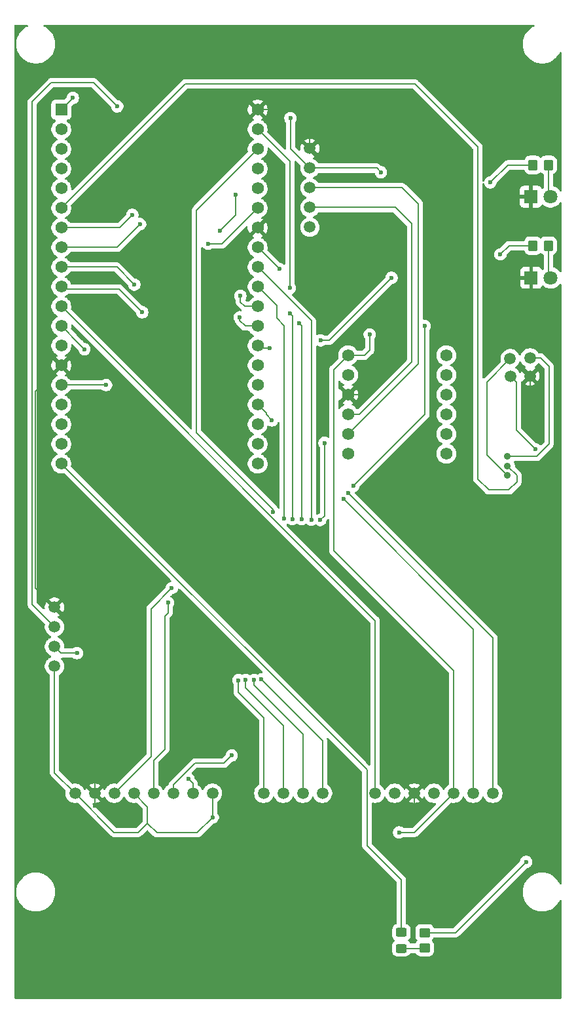
<source format=gbr>
%TF.GenerationSoftware,KiCad,Pcbnew,9.0.0*%
%TF.CreationDate,2025-08-04T23:41:09+05:30*%
%TF.ProjectId,signalscope,7369676e-616c-4736-936f-70652e6b6963,rev?*%
%TF.SameCoordinates,Original*%
%TF.FileFunction,Copper,L1,Top*%
%TF.FilePolarity,Positive*%
%FSLAX46Y46*%
G04 Gerber Fmt 4.6, Leading zero omitted, Abs format (unit mm)*
G04 Created by KiCad (PCBNEW 9.0.0) date 2025-08-04 23:41:09*
%MOMM*%
%LPD*%
G01*
G04 APERTURE LIST*
G04 Aperture macros list*
%AMRoundRect*
0 Rectangle with rounded corners*
0 $1 Rounding radius*
0 $2 $3 $4 $5 $6 $7 $8 $9 X,Y pos of 4 corners*
0 Add a 4 corners polygon primitive as box body*
4,1,4,$2,$3,$4,$5,$6,$7,$8,$9,$2,$3,0*
0 Add four circle primitives for the rounded corners*
1,1,$1+$1,$2,$3*
1,1,$1+$1,$4,$5*
1,1,$1+$1,$6,$7*
1,1,$1+$1,$8,$9*
0 Add four rect primitives between the rounded corners*
20,1,$1+$1,$2,$3,$4,$5,0*
20,1,$1+$1,$4,$5,$6,$7,0*
20,1,$1+$1,$6,$7,$8,$9,0*
20,1,$1+$1,$8,$9,$2,$3,0*%
G04 Aperture macros list end*
%TA.AperFunction,ComponentPad*%
%ADD10C,1.500000*%
%TD*%
%TA.AperFunction,ComponentPad*%
%ADD11R,1.560000X1.560000*%
%TD*%
%TA.AperFunction,ComponentPad*%
%ADD12C,1.560000*%
%TD*%
%TA.AperFunction,SMDPad,CuDef*%
%ADD13RoundRect,0.250000X-0.450000X0.325000X-0.450000X-0.325000X0.450000X-0.325000X0.450000X0.325000X0*%
%TD*%
%TA.AperFunction,SMDPad,CuDef*%
%ADD14RoundRect,0.250000X-0.350000X-0.450000X0.350000X-0.450000X0.350000X0.450000X-0.350000X0.450000X0*%
%TD*%
%TA.AperFunction,ComponentPad*%
%ADD15R,1.800000X1.800000*%
%TD*%
%TA.AperFunction,ComponentPad*%
%ADD16C,1.800000*%
%TD*%
%TA.AperFunction,SMDPad,CuDef*%
%ADD17RoundRect,0.250000X-0.450000X0.350000X-0.450000X-0.350000X0.450000X-0.350000X0.450000X0.350000X0*%
%TD*%
%TA.AperFunction,ComponentPad*%
%ADD18C,0.900000*%
%TD*%
%TA.AperFunction,ViaPad*%
%ADD19C,0.600000*%
%TD*%
%TA.AperFunction,Conductor*%
%ADD20C,0.200000*%
%TD*%
G04 APERTURE END LIST*
D10*
%TO.P,TFT_display,1,VCC*%
%TO.N,3.3v*%
X124282000Y-126250000D03*
%TO.P,TFT_display,2,GND*%
%TO.N,GND*%
X126822000Y-126250000D03*
%TO.P,TFT_display,3,~{CS}*%
%TO.N,TFT_CS*%
X129362000Y-126250000D03*
%TO.P,TFT_display,4,RESET*%
%TO.N,3.3v*%
X131902000Y-126250000D03*
%TO.P,TFT_display,5,D/~{C}*%
%TO.N,TFT_DC*%
X134442000Y-126250000D03*
%TO.P,TFT_display,6,MOSI*%
%TO.N,TFT_MOSI*%
X136982000Y-126250000D03*
%TO.P,TFT_display,7,SCK*%
%TO.N,TFT_SCK*%
X139522000Y-126250000D03*
%TO.P,TFT_display,8,LED*%
%TO.N,3.3v*%
X142062000Y-126250000D03*
%TO.P,TFT_display,10,SD_CS*%
%TO.N,SD_CS*%
X148690000Y-126250000D03*
%TO.P,TFT_display,11,SD_MOSI*%
%TO.N,SPI_MOSI*%
X151230000Y-126250000D03*
%TO.P,TFT_display,12,SD_MISO*%
%TO.N,SPI_MISO*%
X153770000Y-126250000D03*
%TO.P,TFT_display,13,SD_SCK*%
%TO.N,SPI_SCK*%
X156300000Y-126250000D03*
%TD*%
D11*
%TO.P,ESP32_WROOM_DEVKIT,J2-1,3V3*%
%TO.N,3.3v*%
X122500000Y-37970000D03*
D12*
%TO.P,ESP32_WROOM_DEVKIT,J2-2,EN*%
%TO.N,unconnected-(U1-EN-PadJ2-2)*%
X122500000Y-40510000D03*
%TO.P,ESP32_WROOM_DEVKIT,J2-3,SENSOR_VP*%
%TO.N,unconnected-(U1-SENSOR_VP-PadJ2-3)*%
X122500000Y-43050000D03*
%TO.P,ESP32_WROOM_DEVKIT,J2-4,SENSOR_VN*%
%TO.N,unconnected-(U1-SENSOR_VN-PadJ2-4)*%
X122500000Y-45590000D03*
%TO.P,ESP32_WROOM_DEVKIT,J2-5,IO34*%
%TO.N,unconnected-(U1-IO34-PadJ2-5)*%
X122500000Y-48130000D03*
%TO.P,ESP32_WROOM_DEVKIT,J2-6,IO35*%
%TO.N,Net-(U1-IO35)*%
X122500000Y-50670000D03*
%TO.P,ESP32_WROOM_DEVKIT,J2-7,IO32*%
%TO.N,SDA*%
X122500000Y-53210000D03*
%TO.P,ESP32_WROOM_DEVKIT,J2-8,IO33*%
%TO.N,SCL*%
X122500000Y-55750000D03*
%TO.P,ESP32_WROOM_DEVKIT,J2-9,IO25*%
%TO.N,AMP_LRCLK*%
X122500000Y-58290000D03*
%TO.P,ESP32_WROOM_DEVKIT,J2-10,IO26*%
%TO.N,AMP_BCLK*%
X122500000Y-60830000D03*
%TO.P,ESP32_WROOM_DEVKIT,J2-11,IO27*%
%TO.N,AMP_DIN*%
X122500000Y-63370000D03*
%TO.P,ESP32_WROOM_DEVKIT,J2-12,IO14*%
%TO.N,TFT_SCK*%
X122500000Y-65910000D03*
%TO.P,ESP32_WROOM_DEVKIT,J2-13,IO12*%
%TO.N,unconnected-(U1-IO12-PadJ2-13)*%
X122500000Y-68450000D03*
%TO.P,ESP32_WROOM_DEVKIT,J2-14,GND1*%
%TO.N,GND*%
X122500000Y-70990000D03*
%TO.P,ESP32_WROOM_DEVKIT,J2-15,IO13*%
%TO.N,Net-(U1-IO13)*%
X122500000Y-73530000D03*
%TO.P,ESP32_WROOM_DEVKIT,J2-16,SD2*%
%TO.N,unconnected-(U1-SD2-PadJ2-16)*%
X122500000Y-76070000D03*
%TO.P,ESP32_WROOM_DEVKIT,J2-17,SD3*%
%TO.N,unconnected-(U1-SD3-PadJ2-17)*%
X122500000Y-78610000D03*
%TO.P,ESP32_WROOM_DEVKIT,J2-18,CMD*%
%TO.N,unconnected-(U1-CMD-PadJ2-18)*%
X122500000Y-81150000D03*
%TO.P,ESP32_WROOM_DEVKIT,J2-19,EXT_5V*%
%TO.N,Net-(D1-K)*%
X122500000Y-83690000D03*
%TO.P,ESP32_WROOM_DEVKIT,J3-1,GND3*%
%TO.N,GND*%
X147900000Y-37970000D03*
%TO.P,ESP32_WROOM_DEVKIT,J3-2,IO23*%
%TO.N,SPI_MOSI*%
X147900000Y-40510000D03*
%TO.P,ESP32_WROOM_DEVKIT,J3-3,IO22*%
%TO.N,TFT_CS*%
X147900000Y-43050000D03*
%TO.P,ESP32_WROOM_DEVKIT,J3-4,TXD0*%
%TO.N,unconnected-(U1-TXD0-PadJ3-4)*%
X147900000Y-45590000D03*
%TO.P,ESP32_WROOM_DEVKIT,J3-5,RXD0*%
%TO.N,unconnected-(U1-RXD0-PadJ3-5)*%
X147900000Y-48130000D03*
%TO.P,ESP32_WROOM_DEVKIT,J3-6,IO21*%
%TO.N,TFT_DC*%
X147900000Y-50670000D03*
%TO.P,ESP32_WROOM_DEVKIT,J3-7,GND2*%
%TO.N,GND*%
X147900000Y-53210000D03*
%TO.P,ESP32_WROOM_DEVKIT,J3-8,IO19*%
%TO.N,SPI_MISO*%
X147900000Y-55750000D03*
%TO.P,ESP32_WROOM_DEVKIT,J3-9,IO18*%
%TO.N,SPI_SCK*%
X147900000Y-58290000D03*
%TO.P,ESP32_WROOM_DEVKIT,J3-10,IO5*%
%TO.N,SD_CS*%
X147900000Y-60830000D03*
%TO.P,ESP32_WROOM_DEVKIT,J3-11,IO17*%
%TO.N,GPS_RX*%
X147900000Y-63370000D03*
%TO.P,ESP32_WROOM_DEVKIT,J3-12,IO16*%
%TO.N,GPS_TX*%
X147900000Y-65910000D03*
%TO.P,ESP32_WROOM_DEVKIT,J3-13,IO4*%
%TO.N,Net-(U1-IO4)*%
X147900000Y-68450000D03*
%TO.P,ESP32_WROOM_DEVKIT,J3-14,IO0*%
%TO.N,unconnected-(U1-IO0-PadJ3-14)*%
X147900000Y-70990000D03*
%TO.P,ESP32_WROOM_DEVKIT,J3-15,IO2*%
%TO.N,unconnected-(U1-IO2-PadJ3-15)*%
X147900000Y-73530000D03*
%TO.P,ESP32_WROOM_DEVKIT,J3-16,IO15*%
%TO.N,TFT_MOSI*%
X147900000Y-76070000D03*
%TO.P,ESP32_WROOM_DEVKIT,J3-17,SD1*%
%TO.N,unconnected-(U1-SD1-PadJ3-17)*%
X147900000Y-78610000D03*
%TO.P,ESP32_WROOM_DEVKIT,J3-18,SD0*%
%TO.N,unconnected-(U1-SD0-PadJ3-18)*%
X147900000Y-81150000D03*
%TO.P,ESP32_WROOM_DEVKIT,J3-19,CLK*%
%TO.N,unconnected-(U1-CLK-PadJ3-19)*%
X147900000Y-83690000D03*
%TD*%
D13*
%TO.P,D1,1,K*%
%TO.N,Net-(D1-K)*%
X166500000Y-144225000D03*
%TO.P,D1,2,A*%
%TO.N,Net-(D1-A)*%
X166500000Y-146275000D03*
%TD*%
D10*
%TO.P,MAX98357a,1,DIN*%
%TO.N,AMP_DIN*%
X163090000Y-126250000D03*
%TO.P,MAX98357a,2,GAIN_SLOT*%
%TO.N,unconnected-(U5-GAIN_SLOT-Pad2)*%
X165630000Y-126250000D03*
%TO.P,MAX98357a,3,GND*%
%TO.N,GND*%
X168170000Y-126250000D03*
%TO.P,MAX98357a,4,~{SD_MODE}*%
%TO.N,unconnected-(U5-~{SD_MODE}-Pad4)*%
X170710000Y-126250000D03*
%TO.P,MAX98357a,7,VCC*%
%TO.N,3.3v*%
X173250000Y-126250000D03*
%TO.P,MAX98357a,14,LRCLK*%
%TO.N,AMP_LRCLK*%
X175790000Y-126250000D03*
%TO.P,MAX98357a,16,BCLK*%
%TO.N,AMP_BCLK*%
X178330000Y-126250000D03*
%TD*%
D14*
%TO.P,R2,1*%
%TO.N,Net-(U1-IO4)*%
X183500000Y-45100000D03*
%TO.P,R2,2*%
%TO.N,Net-(D3-A)*%
X185500000Y-45100000D03*
%TD*%
D12*
%TO.P,ICM20948,1,VIN*%
%TO.N,3.3v*%
X159600000Y-69690000D03*
%TO.P,ICM20948,2,1V8*%
%TO.N,unconnected-(U2-1V8-Pad2)*%
X159600000Y-72230000D03*
%TO.P,ICM20948,3,GND*%
%TO.N,GND*%
X159600000Y-74770000D03*
%TO.P,ICM20948,4,SCL*%
%TO.N,SCL*%
X159600000Y-77310000D03*
%TO.P,ICM20948,5,SDA*%
%TO.N,SDA*%
X159600000Y-79850000D03*
%TO.P,ICM20948,6,INT*%
%TO.N,unconnected-(U2-INT-Pad6)*%
X159600000Y-82390000D03*
%TO.P,ICM20948,7,FB*%
%TO.N,unconnected-(U2-FB-Pad7)*%
X172300000Y-69690000D03*
%TO.P,ICM20948,8,ADA*%
%TO.N,unconnected-(U2-ADA-Pad8)*%
X172300000Y-72230000D03*
%TO.P,ICM20948,9,ACL*%
%TO.N,unconnected-(U2-ACL-Pad9)*%
X172300000Y-74770000D03*
%TO.P,ICM20948,10,GND*%
%TO.N,unconnected-(U2-GND-Pad10)*%
X172300000Y-77310000D03*
%TO.P,ICM20948,11,SDO*%
%TO.N,unconnected-(U2-SDO-Pad11)*%
X172300000Y-79850000D03*
%TO.P,ICM20948,12,CS*%
%TO.N,unconnected-(U2-CS-Pad12)*%
X172300000Y-82390000D03*
%TD*%
D10*
%TO.P,NEO6M,1,GND*%
%TO.N,GND*%
X121624000Y-102218000D03*
%TO.P,NEO6M,2,TX*%
%TO.N,GPS_TX*%
X121624000Y-104758000D03*
%TO.P,NEO6M,3,RX*%
%TO.N,GPS_RX*%
X121624000Y-107298000D03*
%TO.P,NEO6M,4,VCC*%
%TO.N,3.3v*%
X121624000Y-109838000D03*
%TD*%
D15*
%TO.P,D2,1,K*%
%TO.N,GND*%
X183280000Y-59675000D03*
D16*
%TO.P,D2,2,A*%
%TO.N,Net-(D2-A)*%
X185820000Y-59675000D03*
%TD*%
D10*
%TO.P,U4,1,OUT+*%
%TO.N,Net-(U4-OUT+)*%
X180587500Y-72375000D03*
%TO.P,U4,2,BAT+*%
%TO.N,Net-(U4-BAT+)*%
X180562500Y-70125000D03*
%TO.P,U4,3,BAT-*%
%TO.N,Net-(U4-BAT-)*%
X183137500Y-70025000D03*
%TO.P,U4,4,OUT-*%
%TO.N,GND*%
X183127500Y-72375000D03*
%TD*%
D17*
%TO.P,R1,1*%
%TO.N,Net-(U4-OUT+)*%
X169500000Y-144250000D03*
%TO.P,R1,2*%
%TO.N,Net-(D1-A)*%
X169500000Y-146250000D03*
%TD*%
D14*
%TO.P,R3,1*%
%TO.N,Net-(U1-IO13)*%
X183500000Y-55525000D03*
%TO.P,R3,2*%
%TO.N,Net-(D2-A)*%
X185500000Y-55525000D03*
%TD*%
D18*
%TO.P,U7,1,3v3*%
%TO.N,Net-(U4-BAT+)*%
X180225000Y-85225000D03*
%TO.P,U7,2,GND*%
%TO.N,Net-(U4-BAT-)*%
X180225000Y-82715000D03*
%TO.P,U7,3,THERMO*%
%TO.N,Net-(U1-IO35)*%
X180225000Y-83975000D03*
%TD*%
D15*
%TO.P,D3,1,K*%
%TO.N,GND*%
X183235000Y-49200000D03*
D16*
%TO.P,D3,2,A*%
%TO.N,Net-(D3-A)*%
X185775000Y-49200000D03*
%TD*%
D10*
%TO.P,DS1307_RTC,1,GND*%
%TO.N,GND*%
X154650000Y-42970000D03*
%TO.P,DS1307_RTC,2,VCC*%
%TO.N,3.3v*%
X154650000Y-45510000D03*
%TO.P,DS1307_RTC,3,SDA*%
%TO.N,SDA*%
X154650000Y-48050000D03*
%TO.P,DS1307_RTC,4,SCL*%
%TO.N,SCL*%
X154650000Y-50590000D03*
%TO.P,DS1307_RTC,7*%
%TO.N,N/C*%
X154650000Y-53130000D03*
%TD*%
D19*
%TO.N,SCL*%
X132700000Y-52750000D03*
%TO.N,SD_CS*%
X145400000Y-111650000D03*
X151350000Y-90750000D03*
%TO.N,GND*%
X126850000Y-127850000D03*
X163600000Y-132200000D03*
X177350000Y-64375000D03*
X162850000Y-72650000D03*
X182350000Y-74650000D03*
X150850000Y-56000000D03*
%TO.N,SPI_MOSI*%
X152400000Y-90850000D03*
X146350000Y-111600000D03*
X152050000Y-61000000D03*
X152050000Y-64300000D03*
%TO.N,SPI_SCK*%
X154850000Y-90900000D03*
X148400000Y-111550000D03*
%TO.N,TFT_CS*%
X149864265Y-89885735D03*
X136800000Y-99750000D03*
%TO.N,SPI_MISO*%
X153600000Y-90850000D03*
X153250000Y-65500000D03*
X147450000Y-111600000D03*
X150700000Y-58550000D03*
%TO.N,AMP_BCLK*%
X159600000Y-87450000D03*
X132975000Y-64125000D03*
%TO.N,TFT_DC*%
X136300000Y-101650000D03*
X141500000Y-55300000D03*
%TO.N,SDA*%
X131700000Y-51550000D03*
%TO.N,3.3v*%
X152150000Y-39050000D03*
X163850000Y-46050000D03*
X162400000Y-67000000D03*
X166200000Y-131300000D03*
X124000000Y-36450000D03*
X142100000Y-129350000D03*
%TO.N,AMP_LRCLK*%
X131950000Y-60550000D03*
X159000000Y-88250000D03*
%TO.N,TFT_MOSI*%
X144550000Y-121350000D03*
X149750000Y-78100000D03*
X156550000Y-81000000D03*
X156000000Y-90950000D03*
%TO.N,TFT_SCK*%
X138950000Y-124400000D03*
X125500000Y-68900000D03*
%TO.N,GPS_RX*%
X124525000Y-108150000D03*
X145050000Y-48925000D03*
X143000000Y-53625000D03*
X145675000Y-62000000D03*
%TO.N,GPS_TX*%
X129737500Y-37537500D03*
X145600000Y-64775000D03*
%TO.N,Net-(U4-OUT+)*%
X183825000Y-81800000D03*
X182627000Y-135123000D03*
%TO.N,Net-(U1-IO4)*%
X178000000Y-47350000D03*
X149475000Y-68750000D03*
X165225000Y-59675000D03*
X156050000Y-67750000D03*
%TO.N,Net-(U1-IO13)*%
X128300000Y-73530000D03*
X169525000Y-65900000D03*
X160275000Y-86550000D03*
X179300000Y-56650000D03*
%TD*%
D20*
%TO.N,SCL*%
X167800000Y-52700000D02*
X167800000Y-70550000D01*
X122500000Y-55750000D02*
X129700000Y-55750000D01*
X154650000Y-50590000D02*
X165690000Y-50590000D01*
X165690000Y-50590000D02*
X167800000Y-52700000D01*
X129700000Y-55750000D02*
X132700000Y-52750000D01*
X167800000Y-70550000D02*
X161040000Y-77310000D01*
X161040000Y-77310000D02*
X159600000Y-77310000D01*
%TO.N,SD_CS*%
X150350000Y-64850000D02*
X151350000Y-65850000D01*
X148690000Y-126250000D02*
X148690000Y-116490000D01*
X151350000Y-65850000D02*
X151350000Y-90750000D01*
X145400000Y-113200000D02*
X145400000Y-111650000D01*
X148690000Y-116490000D02*
X145400000Y-113200000D01*
X147900000Y-60830000D02*
X150350000Y-63280000D01*
X150350000Y-63280000D02*
X150350000Y-64850000D01*
%TO.N,GND*%
X183127500Y-74072500D02*
X182550000Y-74650000D01*
X180526000Y-59675000D02*
X180526000Y-61199000D01*
X126822000Y-107416000D02*
X126822000Y-126250000D01*
X178976000Y-49200000D02*
X177500000Y-50676000D01*
X119150000Y-99744000D02*
X121624000Y-102218000D01*
X177500000Y-56649000D02*
X180526000Y-59675000D01*
X177500000Y-50676000D02*
X177500000Y-56649000D01*
X154650000Y-38907100D02*
X154650000Y-42970000D01*
X121624000Y-102218000D02*
X126822000Y-107416000D01*
X162280000Y-74770000D02*
X159600000Y-74770000D01*
X162850000Y-74200000D02*
X162280000Y-74770000D01*
X168170000Y-126250000D02*
X168170000Y-127630000D01*
X183235000Y-49200000D02*
X178976000Y-49200000D01*
X147900000Y-37970000D02*
X153712900Y-37970000D01*
X126850000Y-126278000D02*
X126822000Y-126250000D01*
X126850000Y-127850000D02*
X126850000Y-126278000D01*
X180526000Y-59675000D02*
X183280000Y-59675000D01*
X182550000Y-74650000D02*
X182350000Y-74650000D01*
X162850000Y-72650000D02*
X162850000Y-74200000D01*
X147900000Y-53210000D02*
X148060000Y-53210000D01*
X168170000Y-127630000D02*
X163600000Y-132200000D01*
X180526000Y-61199000D02*
X177350000Y-64375000D01*
X119150000Y-74340000D02*
X119150000Y-99744000D01*
X153712900Y-37970000D02*
X154650000Y-38907100D01*
X148060000Y-53210000D02*
X150850000Y-56000000D01*
X183127500Y-72375000D02*
X183127500Y-74072500D01*
X122500000Y-70990000D02*
X119150000Y-74340000D01*
%TO.N,SPI_MOSI*%
X146550000Y-112850000D02*
X146350000Y-112650000D01*
X152400000Y-90850000D02*
X152400000Y-64650000D01*
X152400000Y-64650000D02*
X152050000Y-64300000D01*
X151230000Y-126250000D02*
X151230000Y-117530000D01*
X152050000Y-61000000D02*
X152050000Y-44660000D01*
X151230000Y-117530000D02*
X146550000Y-112850000D01*
X152050000Y-44660000D02*
X147900000Y-40510000D01*
X146350000Y-112650000D02*
X146350000Y-111600000D01*
%TO.N,SPI_SCK*%
X156300000Y-119450000D02*
X148400000Y-111550000D01*
X154850000Y-65240000D02*
X154850000Y-90900000D01*
X147900000Y-58290000D02*
X154850000Y-65240000D01*
X156300000Y-126250000D02*
X156300000Y-119450000D01*
%TO.N,TFT_CS*%
X149900000Y-89550000D02*
X140000000Y-79650000D01*
X149864265Y-89885735D02*
X149900000Y-89850000D01*
X134100000Y-102450000D02*
X134100000Y-121512000D01*
X134100000Y-121512000D02*
X129362000Y-126250000D01*
X136800000Y-99750000D02*
X134100000Y-102450000D01*
X140000000Y-50950000D02*
X147900000Y-43050000D01*
X140000000Y-79650000D02*
X140000000Y-50950000D01*
X149900000Y-89850000D02*
X149900000Y-89550000D01*
%TO.N,AMP_DIN*%
X163090000Y-103960000D02*
X122500000Y-63370000D01*
X163090000Y-126250000D02*
X163090000Y-103960000D01*
%TO.N,SPI_MISO*%
X153770000Y-126250000D02*
X153770000Y-118620000D01*
X153600000Y-65850000D02*
X153250000Y-65500000D01*
X147450000Y-112300000D02*
X147450000Y-111600000D01*
X153770000Y-118620000D02*
X153750000Y-118600000D01*
X153750000Y-118600000D02*
X147450000Y-112300000D01*
X153600000Y-90850000D02*
X153600000Y-65850000D01*
X150700000Y-58550000D02*
X147900000Y-55750000D01*
%TO.N,AMP_BCLK*%
X129975000Y-61125000D02*
X132975000Y-64125000D01*
X122795000Y-61125000D02*
X129975000Y-61125000D01*
X178330000Y-106180000D02*
X178330000Y-126250000D01*
X122500000Y-60830000D02*
X122795000Y-61125000D01*
X159600000Y-87450000D02*
X178330000Y-106180000D01*
%TO.N,TFT_DC*%
X135900000Y-103350000D02*
X135900000Y-120550000D01*
X135900000Y-120550000D02*
X134442000Y-122008000D01*
X143270000Y-55300000D02*
X147900000Y-50670000D01*
X134442000Y-122008000D02*
X134442000Y-126250000D01*
X136300000Y-101650000D02*
X136300000Y-102950000D01*
X141500000Y-55300000D02*
X143270000Y-55300000D01*
X136300000Y-102950000D02*
X135900000Y-103350000D01*
%TO.N,SDA*%
X154650000Y-48050000D02*
X166600000Y-48050000D01*
X130040000Y-53210000D02*
X131700000Y-51550000D01*
X168700000Y-70750000D02*
X159600000Y-79850000D01*
X166600000Y-48050000D02*
X168700000Y-50150000D01*
X122500000Y-53210000D02*
X130040000Y-53210000D01*
X168700000Y-50150000D02*
X168700000Y-70750000D01*
%TO.N,3.3v*%
X142062000Y-129312000D02*
X142062000Y-126250000D01*
X140100000Y-131350000D02*
X135100000Y-131350000D01*
X173250000Y-110400000D02*
X173250000Y-126250000D01*
X124282000Y-126250000D02*
X121624000Y-123592000D01*
X121624000Y-123592000D02*
X121624000Y-109838000D01*
X159600000Y-69690000D02*
X157750000Y-71540000D01*
X157750000Y-94900000D02*
X173250000Y-110400000D01*
X142100000Y-129350000D02*
X140100000Y-131350000D01*
X129332000Y-131300000D02*
X132450000Y-131300000D01*
X161710000Y-69690000D02*
X162400000Y-69000000D01*
X173250000Y-126250000D02*
X168200000Y-131300000D01*
X129332000Y-131300000D02*
X124282000Y-126250000D01*
X142100000Y-129350000D02*
X142062000Y-129312000D01*
X157750000Y-71540000D02*
X157750000Y-94900000D01*
X159600000Y-69690000D02*
X161710000Y-69690000D01*
X133650000Y-130100000D02*
X133650000Y-127998000D01*
X152150000Y-43010000D02*
X152150000Y-39050000D01*
X124000000Y-36450000D02*
X124000000Y-36470000D01*
X132450000Y-131300000D02*
X133650000Y-130100000D01*
X134900000Y-131350000D02*
X135100000Y-131350000D01*
X162400000Y-69000000D02*
X162400000Y-67000000D01*
X133650000Y-127998000D02*
X131902000Y-126250000D01*
X168200000Y-131300000D02*
X166200000Y-131300000D01*
X154650000Y-45510000D02*
X152150000Y-43010000D01*
X134900000Y-131350000D02*
X133650000Y-130100000D01*
X163310000Y-45510000D02*
X163850000Y-46050000D01*
X154650000Y-45510000D02*
X163310000Y-45510000D01*
X124000000Y-36470000D02*
X122500000Y-37970000D01*
%TO.N,AMP_LRCLK*%
X175790000Y-105040000D02*
X159000000Y-88250000D01*
X129690000Y-58290000D02*
X131950000Y-60550000D01*
X122500000Y-58290000D02*
X129690000Y-58290000D01*
X175790000Y-126250000D02*
X175790000Y-105040000D01*
%TO.N,TFT_MOSI*%
X149750000Y-78100000D02*
X149000000Y-77350000D01*
X143550000Y-122350000D02*
X139800000Y-122350000D01*
X156550000Y-81000000D02*
X156550000Y-90400000D01*
X139800000Y-122350000D02*
X136982000Y-125168000D01*
X149000000Y-77350000D02*
X149000000Y-77170000D01*
X136982000Y-125168000D02*
X136982000Y-126250000D01*
X149000000Y-77170000D02*
X147900000Y-76070000D01*
X156550000Y-90400000D02*
X156000000Y-90950000D01*
X144550000Y-121350000D02*
X143550000Y-122350000D01*
%TO.N,Net-(D2-A)*%
X185500000Y-59355000D02*
X185820000Y-59675000D01*
X185500000Y-55525000D02*
X185500000Y-59355000D01*
%TO.N,Net-(D3-A)*%
X185500000Y-48925000D02*
X185775000Y-49200000D01*
X185500000Y-45100000D02*
X185500000Y-48925000D01*
%TO.N,TFT_SCK*%
X124850000Y-68250000D02*
X124840000Y-68250000D01*
X125500000Y-68900000D02*
X124850000Y-68250000D01*
X124840000Y-68250000D02*
X122500000Y-65910000D01*
X139522000Y-124972000D02*
X138950000Y-124400000D01*
X139522000Y-125078000D02*
X139522000Y-124972000D01*
X139522000Y-126250000D02*
X139522000Y-125078000D01*
%TO.N,GPS_RX*%
X122476000Y-108150000D02*
X124525000Y-108150000D01*
X121624000Y-107298000D02*
X122476000Y-108150000D01*
X143000000Y-53625000D02*
X145050000Y-51575000D01*
X145675000Y-62800000D02*
X145675000Y-62000000D01*
X146245000Y-63370000D02*
X145675000Y-62800000D01*
X147900000Y-63370000D02*
X146245000Y-63370000D01*
X145050000Y-51575000D02*
X145050000Y-48925000D01*
%TO.N,GPS_TX*%
X147900000Y-65910000D02*
X146285000Y-65910000D01*
X145600000Y-65225000D02*
X145600000Y-64775000D01*
X126700000Y-34500000D02*
X121175000Y-34500000D01*
X121175000Y-34500000D02*
X118749000Y-36926000D01*
X129737500Y-37537500D02*
X126700000Y-34500000D01*
X146285000Y-65910000D02*
X145600000Y-65225000D01*
X118749000Y-36926000D02*
X118749000Y-101883000D01*
X118749000Y-101883000D02*
X121624000Y-104758000D01*
%TO.N,Net-(U4-BAT-)*%
X185600000Y-71125000D02*
X185600000Y-81150000D01*
X184010000Y-82740000D02*
X183985000Y-82715000D01*
X184010000Y-82740000D02*
X185600000Y-81150000D01*
X184500000Y-70025000D02*
X185600000Y-71125000D01*
X183137500Y-70025000D02*
X184500000Y-70025000D01*
X183985000Y-82715000D02*
X180225000Y-82715000D01*
%TO.N,Net-(U4-BAT+)*%
X177550000Y-73137500D02*
X180562500Y-70125000D01*
X180225000Y-85225000D02*
X177550000Y-82550000D01*
X177550000Y-82550000D02*
X177550000Y-73137500D01*
%TO.N,Net-(D1-A)*%
X169475000Y-146275000D02*
X169500000Y-146250000D01*
X166500000Y-146275000D02*
X169475000Y-146275000D01*
%TO.N,Net-(D1-K)*%
X166500000Y-137461000D02*
X166500000Y-144225000D01*
X162039000Y-133000000D02*
X166500000Y-137461000D01*
X162039000Y-123229000D02*
X162039000Y-133000000D01*
X122500000Y-84091000D02*
X122901000Y-84091000D01*
X122901000Y-84091000D02*
X162039000Y-123229000D01*
%TO.N,Net-(U4-OUT+)*%
X182627000Y-135123000D02*
X173500000Y-144250000D01*
X180587500Y-72375000D02*
X181337500Y-73125000D01*
X181337500Y-73125000D02*
X181337500Y-79120661D01*
X181337500Y-79312500D02*
X183825000Y-81800000D01*
X181337500Y-79120661D02*
X181337500Y-79312500D01*
X173500000Y-144250000D02*
X169500000Y-144250000D01*
%TO.N,Net-(U1-IO35)*%
X181450000Y-85200000D02*
X181450000Y-86025000D01*
X176375000Y-85650000D02*
X176375000Y-42775000D01*
X180400000Y-87075000D02*
X177800000Y-87075000D01*
X180225000Y-83975000D02*
X181450000Y-85200000D01*
X181450000Y-86025000D02*
X180400000Y-87075000D01*
X176375000Y-42775000D02*
X168225000Y-34625000D01*
X168225000Y-34625000D02*
X138545000Y-34625000D01*
X177800000Y-87075000D02*
X176375000Y-85650000D01*
X138545000Y-34625000D02*
X122500000Y-50670000D01*
%TO.N,Net-(U1-IO4)*%
X149475000Y-68750000D02*
X148200000Y-68750000D01*
X183500000Y-45100000D02*
X180250000Y-45100000D01*
X157150000Y-67750000D02*
X156050000Y-67750000D01*
X148200000Y-68750000D02*
X147900000Y-68450000D01*
X180250000Y-45100000D02*
X178000000Y-47350000D01*
X165225000Y-59675000D02*
X157150000Y-67750000D01*
%TO.N,Net-(U1-IO13)*%
X169525000Y-65900000D02*
X169525000Y-77300000D01*
X180425000Y-55525000D02*
X179300000Y-56650000D01*
X128300000Y-73530000D02*
X122500000Y-73530000D01*
X169525000Y-77300000D02*
X160275000Y-86550000D01*
X183500000Y-55525000D02*
X180425000Y-55525000D01*
%TD*%
%TA.AperFunction,Conductor*%
%TO.N,GND*%
G36*
X118150959Y-27020185D02*
G01*
X118196714Y-27072989D01*
X118206658Y-27142147D01*
X118177633Y-27205703D01*
X118137721Y-27236220D01*
X117988560Y-27308051D01*
X117750753Y-27457476D01*
X117531175Y-27632583D01*
X117332583Y-27831175D01*
X117157476Y-28050753D01*
X117008053Y-28288557D01*
X116886200Y-28541588D01*
X116793443Y-28806670D01*
X116793439Y-28806682D01*
X116730945Y-29080487D01*
X116730942Y-29080505D01*
X116699500Y-29359568D01*
X116699500Y-29640431D01*
X116730942Y-29919494D01*
X116730945Y-29919512D01*
X116793439Y-30193317D01*
X116793443Y-30193329D01*
X116886200Y-30458411D01*
X117008053Y-30711442D01*
X117008055Y-30711445D01*
X117157477Y-30949248D01*
X117332584Y-31168825D01*
X117531175Y-31367416D01*
X117750752Y-31542523D01*
X117988555Y-31691945D01*
X118241592Y-31813801D01*
X118440680Y-31883465D01*
X118506670Y-31906556D01*
X118506682Y-31906560D01*
X118780491Y-31969055D01*
X118780497Y-31969055D01*
X118780505Y-31969057D01*
X118966547Y-31990018D01*
X119059569Y-32000499D01*
X119059572Y-32000500D01*
X119059575Y-32000500D01*
X119340428Y-32000500D01*
X119340429Y-32000499D01*
X119483055Y-31984429D01*
X119619494Y-31969057D01*
X119619499Y-31969056D01*
X119619509Y-31969055D01*
X119893318Y-31906560D01*
X120158408Y-31813801D01*
X120411445Y-31691945D01*
X120649248Y-31542523D01*
X120868825Y-31367416D01*
X121067416Y-31168825D01*
X121242523Y-30949248D01*
X121391945Y-30711445D01*
X121513801Y-30458408D01*
X121606560Y-30193318D01*
X121669055Y-29919509D01*
X121700500Y-29640425D01*
X121700500Y-29359575D01*
X121669055Y-29080491D01*
X121606560Y-28806682D01*
X121513801Y-28541592D01*
X121391945Y-28288555D01*
X121242523Y-28050752D01*
X121067416Y-27831175D01*
X120868825Y-27632584D01*
X120649248Y-27457477D01*
X120411445Y-27308055D01*
X120411446Y-27308055D01*
X120411439Y-27308051D01*
X120262279Y-27236220D01*
X120210419Y-27189398D01*
X120192106Y-27121971D01*
X120213154Y-27055347D01*
X120266880Y-27010678D01*
X120316080Y-27000500D01*
X183583920Y-27000500D01*
X183650959Y-27020185D01*
X183696714Y-27072989D01*
X183706658Y-27142147D01*
X183677633Y-27205703D01*
X183637721Y-27236220D01*
X183488560Y-27308051D01*
X183250753Y-27457476D01*
X183031175Y-27632583D01*
X182832583Y-27831175D01*
X182657476Y-28050753D01*
X182508053Y-28288557D01*
X182386200Y-28541588D01*
X182293443Y-28806670D01*
X182293439Y-28806682D01*
X182230945Y-29080487D01*
X182230942Y-29080505D01*
X182199500Y-29359568D01*
X182199500Y-29640431D01*
X182230942Y-29919494D01*
X182230945Y-29919512D01*
X182293439Y-30193317D01*
X182293443Y-30193329D01*
X182386200Y-30458411D01*
X182508053Y-30711442D01*
X182508055Y-30711445D01*
X182657477Y-30949248D01*
X182832584Y-31168825D01*
X183031175Y-31367416D01*
X183250752Y-31542523D01*
X183488555Y-31691945D01*
X183741592Y-31813801D01*
X183940680Y-31883465D01*
X184006670Y-31906556D01*
X184006682Y-31906560D01*
X184280491Y-31969055D01*
X184280497Y-31969055D01*
X184280505Y-31969057D01*
X184466547Y-31990018D01*
X184559569Y-32000499D01*
X184559572Y-32000500D01*
X184559575Y-32000500D01*
X184840428Y-32000500D01*
X184840429Y-32000499D01*
X184983055Y-31984429D01*
X185119494Y-31969057D01*
X185119499Y-31969056D01*
X185119509Y-31969055D01*
X185393318Y-31906560D01*
X185658408Y-31813801D01*
X185911445Y-31691945D01*
X186149248Y-31542523D01*
X186368825Y-31367416D01*
X186567416Y-31168825D01*
X186742523Y-30949248D01*
X186891945Y-30711445D01*
X186926241Y-30640229D01*
X186963780Y-30562279D01*
X187010602Y-30510419D01*
X187078029Y-30492106D01*
X187144653Y-30513154D01*
X187189322Y-30566880D01*
X187199500Y-30616080D01*
X187199500Y-48396349D01*
X187179815Y-48463388D01*
X187127011Y-48509143D01*
X187057853Y-48519087D01*
X186994297Y-48490062D01*
X186975182Y-48469234D01*
X186843247Y-48287641D01*
X186843243Y-48287636D01*
X186687363Y-48131756D01*
X186687358Y-48131752D01*
X186509025Y-48002187D01*
X186509024Y-48002186D01*
X186509022Y-48002185D01*
X186446096Y-47970122D01*
X186312606Y-47902104D01*
X186312603Y-47902103D01*
X186186182Y-47861027D01*
X186128506Y-47821590D01*
X186101308Y-47757231D01*
X186100500Y-47743096D01*
X186100500Y-46345908D01*
X186120185Y-46278869D01*
X186164271Y-46240363D01*
X186163187Y-46238605D01*
X186169332Y-46234814D01*
X186169334Y-46234814D01*
X186318656Y-46142712D01*
X186442712Y-46018656D01*
X186534814Y-45869334D01*
X186589999Y-45702797D01*
X186600500Y-45600009D01*
X186600499Y-44599992D01*
X186589999Y-44497203D01*
X186534814Y-44330666D01*
X186442712Y-44181344D01*
X186318656Y-44057288D01*
X186169334Y-43965186D01*
X186002797Y-43910001D01*
X186002795Y-43910000D01*
X185900010Y-43899500D01*
X185099998Y-43899500D01*
X185099980Y-43899501D01*
X184997203Y-43910000D01*
X184997200Y-43910001D01*
X184830668Y-43965185D01*
X184830663Y-43965187D01*
X184681342Y-44057289D01*
X184587681Y-44150951D01*
X184526358Y-44184436D01*
X184456666Y-44179452D01*
X184412319Y-44150951D01*
X184318657Y-44057289D01*
X184318656Y-44057288D01*
X184169334Y-43965186D01*
X184002797Y-43910001D01*
X184002795Y-43910000D01*
X183900010Y-43899500D01*
X183099998Y-43899500D01*
X183099980Y-43899501D01*
X182997203Y-43910000D01*
X182997200Y-43910001D01*
X182830668Y-43965185D01*
X182830663Y-43965187D01*
X182681342Y-44057289D01*
X182557289Y-44181342D01*
X182465187Y-44330663D01*
X182465185Y-44330668D01*
X182449470Y-44378095D01*
X182445046Y-44391446D01*
X182437405Y-44414504D01*
X182397632Y-44471949D01*
X182333116Y-44498772D01*
X182319699Y-44499500D01*
X180336670Y-44499500D01*
X180336654Y-44499499D01*
X180329058Y-44499499D01*
X180170943Y-44499499D01*
X180094579Y-44519961D01*
X180018214Y-44540423D01*
X180018209Y-44540426D01*
X179881290Y-44619475D01*
X179881282Y-44619481D01*
X177985339Y-46515425D01*
X177924016Y-46548910D01*
X177921850Y-46549361D01*
X177766508Y-46580261D01*
X177766498Y-46580264D01*
X177620827Y-46640602D01*
X177620814Y-46640609D01*
X177489711Y-46728210D01*
X177489707Y-46728213D01*
X177378213Y-46839707D01*
X177378210Y-46839711D01*
X177290609Y-46970814D01*
X177290602Y-46970827D01*
X177230264Y-47116498D01*
X177230261Y-47116508D01*
X177221117Y-47162480D01*
X177188732Y-47224391D01*
X177128016Y-47258965D01*
X177058246Y-47255224D01*
X177001575Y-47214358D01*
X176975993Y-47149340D01*
X176975500Y-47138288D01*
X176975500Y-42864060D01*
X176975501Y-42864047D01*
X176975501Y-42695944D01*
X176952448Y-42609910D01*
X176934577Y-42543216D01*
X176903946Y-42490161D01*
X176855524Y-42406290D01*
X176855518Y-42406282D01*
X168712590Y-34263355D01*
X168712588Y-34263352D01*
X168593717Y-34144481D01*
X168593716Y-34144480D01*
X168506904Y-34094360D01*
X168506904Y-34094359D01*
X168506900Y-34094358D01*
X168456785Y-34065423D01*
X168304057Y-34024499D01*
X168145943Y-34024499D01*
X168138347Y-34024499D01*
X168138331Y-34024500D01*
X138631670Y-34024500D01*
X138631654Y-34024499D01*
X138624058Y-34024499D01*
X138465943Y-34024499D01*
X138389579Y-34044961D01*
X138313214Y-34065423D01*
X138313209Y-34065426D01*
X138176290Y-34144475D01*
X138176282Y-34144481D01*
X123991732Y-48329031D01*
X123930409Y-48362516D01*
X123860717Y-48357532D01*
X123804784Y-48315660D01*
X123780367Y-48250196D01*
X123780434Y-48231612D01*
X123780500Y-48230774D01*
X123780500Y-48029216D01*
X123760367Y-47902105D01*
X123748970Y-47830149D01*
X123716161Y-47729172D01*
X123686687Y-47638460D01*
X123651792Y-47569975D01*
X123595182Y-47458871D01*
X123476711Y-47295810D01*
X123334190Y-47153289D01*
X123171129Y-47034818D01*
X123044867Y-46970484D01*
X122994072Y-46922510D01*
X122977277Y-46854690D01*
X122999814Y-46788555D01*
X123044868Y-46749515D01*
X123171129Y-46685182D01*
X123334190Y-46566711D01*
X123476711Y-46424190D01*
X123595182Y-46261129D01*
X123686686Y-46081542D01*
X123748970Y-45889851D01*
X123773208Y-45736819D01*
X123780500Y-45690783D01*
X123780500Y-45489216D01*
X123756962Y-45340609D01*
X123748970Y-45290149D01*
X123706217Y-45158568D01*
X123686687Y-45098460D01*
X123673662Y-45072897D01*
X123595182Y-44918871D01*
X123476711Y-44755810D01*
X123334190Y-44613289D01*
X123171129Y-44494818D01*
X123044867Y-44430484D01*
X122994072Y-44382510D01*
X122977277Y-44314690D01*
X122999814Y-44248555D01*
X123044868Y-44209515D01*
X123171129Y-44145182D01*
X123334190Y-44026711D01*
X123476711Y-43884190D01*
X123595182Y-43721129D01*
X123686686Y-43541542D01*
X123748970Y-43349851D01*
X123769073Y-43222925D01*
X123780500Y-43150783D01*
X123780500Y-42949216D01*
X123756483Y-42797584D01*
X123748970Y-42750149D01*
X123717828Y-42654303D01*
X123686687Y-42558460D01*
X123667091Y-42520000D01*
X123595182Y-42378871D01*
X123476711Y-42215810D01*
X123334190Y-42073289D01*
X123171129Y-41954818D01*
X123044867Y-41890484D01*
X122994072Y-41842510D01*
X122977277Y-41774690D01*
X122999814Y-41708555D01*
X123044868Y-41669515D01*
X123171129Y-41605182D01*
X123334190Y-41486711D01*
X123476711Y-41344190D01*
X123595182Y-41181129D01*
X123686686Y-41001542D01*
X123748970Y-40809851D01*
X123765214Y-40707289D01*
X123780500Y-40610783D01*
X123780500Y-40409216D01*
X123762156Y-40293408D01*
X123748970Y-40210149D01*
X123686686Y-40018458D01*
X123595182Y-39838871D01*
X123476711Y-39675810D01*
X123334190Y-39533289D01*
X123253709Y-39474816D01*
X123211045Y-39419487D01*
X123205066Y-39349873D01*
X123237672Y-39288078D01*
X123298511Y-39253721D01*
X123324566Y-39250731D01*
X123324564Y-39250676D01*
X123325481Y-39250626D01*
X123326596Y-39250499D01*
X123327871Y-39250499D01*
X123327872Y-39250499D01*
X123387483Y-39244091D01*
X123522331Y-39193796D01*
X123637546Y-39107546D01*
X123723796Y-38992331D01*
X123774091Y-38857483D01*
X123780500Y-38797873D01*
X123780499Y-37590096D01*
X123800184Y-37523058D01*
X123816818Y-37502416D01*
X123869234Y-37450000D01*
X124039627Y-37279606D01*
X124100949Y-37246123D01*
X124103116Y-37245672D01*
X124158111Y-37234732D01*
X124233497Y-37219737D01*
X124379179Y-37159394D01*
X124510289Y-37071789D01*
X124621789Y-36960289D01*
X124709394Y-36829179D01*
X124709839Y-36828106D01*
X124743764Y-36746202D01*
X124769737Y-36683497D01*
X124800500Y-36528842D01*
X124800500Y-36371158D01*
X124800500Y-36371155D01*
X124800499Y-36371153D01*
X124769738Y-36216510D01*
X124769737Y-36216503D01*
X124769735Y-36216498D01*
X124709397Y-36070827D01*
X124709390Y-36070814D01*
X124621789Y-35939711D01*
X124621786Y-35939707D01*
X124510292Y-35828213D01*
X124510288Y-35828210D01*
X124379185Y-35740609D01*
X124379172Y-35740602D01*
X124233501Y-35680264D01*
X124233489Y-35680261D01*
X124078845Y-35649500D01*
X124078842Y-35649500D01*
X123921158Y-35649500D01*
X123921155Y-35649500D01*
X123766510Y-35680261D01*
X123766498Y-35680264D01*
X123620827Y-35740602D01*
X123620814Y-35740609D01*
X123489711Y-35828210D01*
X123489707Y-35828213D01*
X123378213Y-35939707D01*
X123378210Y-35939711D01*
X123290609Y-36070814D01*
X123290602Y-36070827D01*
X123230264Y-36216498D01*
X123230261Y-36216510D01*
X123199500Y-36371153D01*
X123198903Y-36377218D01*
X123197395Y-36377069D01*
X123179815Y-36436941D01*
X123163181Y-36457583D01*
X122967583Y-36653181D01*
X122906260Y-36686666D01*
X122879902Y-36689500D01*
X121672129Y-36689500D01*
X121672123Y-36689501D01*
X121612516Y-36695908D01*
X121477671Y-36746202D01*
X121477664Y-36746206D01*
X121362455Y-36832452D01*
X121362452Y-36832455D01*
X121276206Y-36947664D01*
X121276202Y-36947671D01*
X121225908Y-37082517D01*
X121219501Y-37142116D01*
X121219500Y-37142135D01*
X121219500Y-38797870D01*
X121219501Y-38797876D01*
X121225908Y-38857483D01*
X121276202Y-38992328D01*
X121276206Y-38992335D01*
X121362452Y-39107544D01*
X121362455Y-39107547D01*
X121477664Y-39193793D01*
X121477671Y-39193797D01*
X121522618Y-39210561D01*
X121612517Y-39244091D01*
X121672127Y-39250500D01*
X121673378Y-39250499D01*
X121673656Y-39250581D01*
X121675453Y-39250678D01*
X121675430Y-39251101D01*
X121740419Y-39270169D01*
X121786185Y-39322963D01*
X121796144Y-39392119D01*
X121767133Y-39455681D01*
X121746289Y-39474816D01*
X121665810Y-39533288D01*
X121523291Y-39675807D01*
X121523291Y-39675808D01*
X121523289Y-39675810D01*
X121472410Y-39745838D01*
X121404818Y-39838870D01*
X121313312Y-40018460D01*
X121251030Y-40210147D01*
X121219500Y-40409216D01*
X121219500Y-40610783D01*
X121251030Y-40809852D01*
X121313312Y-41001539D01*
X121313314Y-41001542D01*
X121404818Y-41181129D01*
X121523289Y-41344190D01*
X121665810Y-41486711D01*
X121828871Y-41605182D01*
X121896885Y-41639836D01*
X121955131Y-41669515D01*
X122005927Y-41717490D01*
X122022722Y-41785311D01*
X122000184Y-41851446D01*
X121955131Y-41890485D01*
X121828870Y-41954818D01*
X121735838Y-42022410D01*
X121665810Y-42073289D01*
X121665808Y-42073291D01*
X121665807Y-42073291D01*
X121523291Y-42215807D01*
X121523291Y-42215808D01*
X121523289Y-42215810D01*
X121476745Y-42279872D01*
X121404818Y-42378870D01*
X121313312Y-42558460D01*
X121251030Y-42750147D01*
X121219500Y-42949216D01*
X121219500Y-43150783D01*
X121251030Y-43349852D01*
X121313312Y-43541539D01*
X121313314Y-43541542D01*
X121404818Y-43721129D01*
X121523289Y-43884190D01*
X121665810Y-44026711D01*
X121828871Y-44145182D01*
X121874192Y-44168274D01*
X121955131Y-44209515D01*
X122005927Y-44257490D01*
X122022722Y-44325311D01*
X122000184Y-44391446D01*
X121955131Y-44430485D01*
X121828870Y-44494818D01*
X121766101Y-44540423D01*
X121665810Y-44613289D01*
X121665808Y-44613291D01*
X121665807Y-44613291D01*
X121523291Y-44755807D01*
X121523291Y-44755808D01*
X121523289Y-44755810D01*
X121472410Y-44825838D01*
X121404818Y-44918870D01*
X121313312Y-45098460D01*
X121251030Y-45290147D01*
X121219500Y-45489216D01*
X121219500Y-45690783D01*
X121251030Y-45889852D01*
X121313312Y-46081539D01*
X121403032Y-46257623D01*
X121404818Y-46261129D01*
X121523289Y-46424190D01*
X121665810Y-46566711D01*
X121828871Y-46685182D01*
X121874743Y-46708555D01*
X121955131Y-46749515D01*
X122005927Y-46797490D01*
X122022722Y-46865311D01*
X122000184Y-46931446D01*
X121955131Y-46970485D01*
X121828870Y-47034818D01*
X121744425Y-47096172D01*
X121665810Y-47153289D01*
X121665808Y-47153291D01*
X121665807Y-47153291D01*
X121523291Y-47295807D01*
X121523291Y-47295808D01*
X121523289Y-47295810D01*
X121473266Y-47364660D01*
X121404818Y-47458870D01*
X121313312Y-47638460D01*
X121251030Y-47830147D01*
X121219500Y-48029216D01*
X121219500Y-48230783D01*
X121251030Y-48429852D01*
X121313312Y-48621539D01*
X121394392Y-48780667D01*
X121404818Y-48801129D01*
X121523289Y-48964190D01*
X121665810Y-49106711D01*
X121828871Y-49225182D01*
X121874743Y-49248555D01*
X121955131Y-49289515D01*
X122005927Y-49337490D01*
X122022722Y-49405311D01*
X122000184Y-49471446D01*
X121955131Y-49510485D01*
X121828870Y-49574818D01*
X121767601Y-49619333D01*
X121665810Y-49693289D01*
X121665808Y-49693291D01*
X121665807Y-49693291D01*
X121523291Y-49835807D01*
X121523291Y-49835808D01*
X121523289Y-49835810D01*
X121489643Y-49882120D01*
X121404818Y-49998870D01*
X121313312Y-50178460D01*
X121251030Y-50370147D01*
X121219500Y-50569216D01*
X121219500Y-50770783D01*
X121251030Y-50969852D01*
X121313312Y-51161539D01*
X121356044Y-51245405D01*
X121404818Y-51341129D01*
X121523289Y-51504190D01*
X121665810Y-51646711D01*
X121828871Y-51765182D01*
X121876771Y-51789588D01*
X121955131Y-51829515D01*
X122005927Y-51877490D01*
X122022722Y-51945311D01*
X122000184Y-52011446D01*
X121955131Y-52050485D01*
X121828870Y-52114818D01*
X121744425Y-52176172D01*
X121665810Y-52233289D01*
X121665808Y-52233291D01*
X121665807Y-52233291D01*
X121523291Y-52375807D01*
X121523291Y-52375808D01*
X121523289Y-52375810D01*
X121507807Y-52397119D01*
X121404818Y-52538870D01*
X121313312Y-52718460D01*
X121251030Y-52910147D01*
X121219500Y-53109216D01*
X121219500Y-53310783D01*
X121251030Y-53509852D01*
X121313312Y-53701539D01*
X121356044Y-53785405D01*
X121404818Y-53881129D01*
X121523289Y-54044190D01*
X121665810Y-54186711D01*
X121828871Y-54305182D01*
X121866785Y-54324500D01*
X121955131Y-54369515D01*
X122005927Y-54417490D01*
X122022722Y-54485311D01*
X122000184Y-54551446D01*
X121955131Y-54590485D01*
X121828870Y-54654818D01*
X121735838Y-54722410D01*
X121665810Y-54773289D01*
X121665808Y-54773291D01*
X121665807Y-54773291D01*
X121523291Y-54915807D01*
X121523291Y-54915808D01*
X121523289Y-54915810D01*
X121487243Y-54965423D01*
X121404818Y-55078870D01*
X121313312Y-55258460D01*
X121251030Y-55450147D01*
X121219500Y-55649216D01*
X121219500Y-55850783D01*
X121251030Y-56049852D01*
X121313312Y-56241539D01*
X121402702Y-56416977D01*
X121404818Y-56421129D01*
X121523289Y-56584190D01*
X121665810Y-56726711D01*
X121828871Y-56845182D01*
X121896885Y-56879836D01*
X121955131Y-56909515D01*
X122005927Y-56957490D01*
X122022722Y-57025311D01*
X122000184Y-57091446D01*
X121955131Y-57130485D01*
X121828870Y-57194818D01*
X121735838Y-57262410D01*
X121665810Y-57313289D01*
X121665808Y-57313291D01*
X121665807Y-57313291D01*
X121523291Y-57455807D01*
X121523291Y-57455808D01*
X121523289Y-57455810D01*
X121472410Y-57525838D01*
X121404818Y-57618870D01*
X121313312Y-57798460D01*
X121251030Y-57990147D01*
X121219500Y-58189216D01*
X121219500Y-58390783D01*
X121251030Y-58589852D01*
X121313312Y-58781539D01*
X121376352Y-58905261D01*
X121404818Y-58961129D01*
X121523289Y-59124190D01*
X121665810Y-59266711D01*
X121828871Y-59385182D01*
X121855390Y-59398694D01*
X121955131Y-59449515D01*
X122005927Y-59497490D01*
X122022722Y-59565311D01*
X122000184Y-59631446D01*
X121955131Y-59670485D01*
X121828870Y-59734818D01*
X121802681Y-59753846D01*
X121665810Y-59853289D01*
X121665808Y-59853291D01*
X121665807Y-59853291D01*
X121523291Y-59995807D01*
X121523291Y-59995808D01*
X121523289Y-59995810D01*
X121480881Y-60054179D01*
X121404818Y-60158870D01*
X121313312Y-60338460D01*
X121251030Y-60530147D01*
X121219500Y-60729216D01*
X121219500Y-60930783D01*
X121251030Y-61129852D01*
X121313312Y-61321539D01*
X121398998Y-61489707D01*
X121404818Y-61501129D01*
X121523289Y-61664190D01*
X121665810Y-61806711D01*
X121828871Y-61925182D01*
X121896885Y-61959836D01*
X121955131Y-61989515D01*
X122005927Y-62037490D01*
X122022722Y-62105311D01*
X122000184Y-62171446D01*
X121955131Y-62210485D01*
X121828870Y-62274818D01*
X121735838Y-62342410D01*
X121665810Y-62393289D01*
X121665808Y-62393291D01*
X121665807Y-62393291D01*
X121523291Y-62535807D01*
X121523291Y-62535808D01*
X121523289Y-62535810D01*
X121491354Y-62579765D01*
X121404818Y-62698870D01*
X121313312Y-62878460D01*
X121251030Y-63070147D01*
X121219500Y-63269216D01*
X121219500Y-63470783D01*
X121251030Y-63669852D01*
X121313312Y-63861539D01*
X121390638Y-64013299D01*
X121404818Y-64041129D01*
X121523289Y-64204190D01*
X121665810Y-64346711D01*
X121828871Y-64465182D01*
X121896885Y-64499836D01*
X121955131Y-64529515D01*
X122005927Y-64577490D01*
X122022722Y-64645311D01*
X122000184Y-64711446D01*
X121955131Y-64750485D01*
X121828870Y-64814818D01*
X121735838Y-64882410D01*
X121665810Y-64933289D01*
X121665808Y-64933291D01*
X121665807Y-64933291D01*
X121523291Y-65075807D01*
X121523291Y-65075808D01*
X121523289Y-65075810D01*
X121483726Y-65130264D01*
X121404818Y-65238870D01*
X121313312Y-65418460D01*
X121251030Y-65610147D01*
X121219500Y-65809216D01*
X121219500Y-66010783D01*
X121251030Y-66209852D01*
X121313312Y-66401539D01*
X121358236Y-66489707D01*
X121404818Y-66581129D01*
X121523289Y-66744190D01*
X121665810Y-66886711D01*
X121828871Y-67005182D01*
X121896885Y-67039836D01*
X121955131Y-67069515D01*
X122005927Y-67117490D01*
X122022722Y-67185311D01*
X122000184Y-67251446D01*
X121955131Y-67290485D01*
X121828870Y-67354818D01*
X121735838Y-67422410D01*
X121665810Y-67473289D01*
X121665808Y-67473291D01*
X121665807Y-67473291D01*
X121523291Y-67615807D01*
X121523291Y-67615808D01*
X121523289Y-67615810D01*
X121472410Y-67685838D01*
X121404818Y-67778870D01*
X121313312Y-67958460D01*
X121251030Y-68150147D01*
X121219500Y-68349216D01*
X121219500Y-68550783D01*
X121251030Y-68749852D01*
X121313312Y-68941539D01*
X121370197Y-69053181D01*
X121404818Y-69121129D01*
X121523289Y-69284190D01*
X121665810Y-69426711D01*
X121828871Y-69545182D01*
X121955682Y-69609795D01*
X122006478Y-69657769D01*
X122023273Y-69725590D01*
X122000736Y-69791725D01*
X121955683Y-69830764D01*
X121829140Y-69895242D01*
X121829133Y-69895246D01*
X121788396Y-69924842D01*
X121788396Y-69924843D01*
X122354260Y-70490707D01*
X122299288Y-70505437D01*
X122180713Y-70573896D01*
X122083896Y-70670713D01*
X122015437Y-70789288D01*
X122000707Y-70844260D01*
X121434843Y-70278396D01*
X121434842Y-70278396D01*
X121405246Y-70319133D01*
X121405245Y-70319135D01*
X121313776Y-70498650D01*
X121313775Y-70498653D01*
X121251518Y-70690264D01*
X121220000Y-70889262D01*
X121220000Y-71090737D01*
X121251518Y-71289735D01*
X121313775Y-71481346D01*
X121313776Y-71481349D01*
X121405248Y-71660869D01*
X121434842Y-71701602D01*
X121434843Y-71701603D01*
X122000707Y-71135739D01*
X122015437Y-71190712D01*
X122083896Y-71309287D01*
X122180713Y-71406104D01*
X122299288Y-71474563D01*
X122354259Y-71489292D01*
X121788395Y-72055155D01*
X121829133Y-72084753D01*
X121955682Y-72149234D01*
X122006478Y-72197209D01*
X122023273Y-72265030D01*
X122000735Y-72331165D01*
X121955682Y-72370204D01*
X121828870Y-72434818D01*
X121775792Y-72473382D01*
X121665810Y-72553289D01*
X121665808Y-72553291D01*
X121665807Y-72553291D01*
X121523291Y-72695807D01*
X121523291Y-72695808D01*
X121523289Y-72695810D01*
X121479352Y-72756284D01*
X121404818Y-72858870D01*
X121313312Y-73038460D01*
X121251030Y-73230147D01*
X121219500Y-73429216D01*
X121219500Y-73630783D01*
X121251030Y-73829852D01*
X121313312Y-74021539D01*
X121379678Y-74151789D01*
X121404818Y-74201129D01*
X121523289Y-74364190D01*
X121665810Y-74506711D01*
X121828871Y-74625182D01*
X121896885Y-74659836D01*
X121955131Y-74689515D01*
X122005927Y-74737490D01*
X122022722Y-74805311D01*
X122000184Y-74871446D01*
X121955131Y-74910485D01*
X121828870Y-74974818D01*
X121735838Y-75042410D01*
X121665810Y-75093289D01*
X121665808Y-75093291D01*
X121665807Y-75093291D01*
X121523291Y-75235807D01*
X121523291Y-75235808D01*
X121523289Y-75235810D01*
X121504736Y-75261346D01*
X121404818Y-75398870D01*
X121313312Y-75578460D01*
X121251030Y-75770147D01*
X121219500Y-75969216D01*
X121219500Y-76170783D01*
X121251030Y-76369852D01*
X121313312Y-76561539D01*
X121388702Y-76709500D01*
X121404818Y-76741129D01*
X121523289Y-76904190D01*
X121665810Y-77046711D01*
X121828871Y-77165182D01*
X121896885Y-77199836D01*
X121955131Y-77229515D01*
X122005927Y-77277490D01*
X122022722Y-77345311D01*
X122000184Y-77411446D01*
X121955131Y-77450485D01*
X121828870Y-77514818D01*
X121735838Y-77582410D01*
X121665810Y-77633289D01*
X121665808Y-77633291D01*
X121665807Y-77633291D01*
X121523291Y-77775807D01*
X121523291Y-77775808D01*
X121523289Y-77775810D01*
X121512448Y-77790732D01*
X121404818Y-77938870D01*
X121313312Y-78118460D01*
X121251030Y-78310147D01*
X121219500Y-78509216D01*
X121219500Y-78710783D01*
X121251030Y-78909852D01*
X121313312Y-79101539D01*
X121370928Y-79214616D01*
X121404818Y-79281129D01*
X121523289Y-79444190D01*
X121665810Y-79586711D01*
X121828871Y-79705182D01*
X121896885Y-79739836D01*
X121955131Y-79769515D01*
X122005927Y-79817490D01*
X122022722Y-79885311D01*
X122000184Y-79951446D01*
X121955131Y-79990485D01*
X121828870Y-80054818D01*
X121735838Y-80122410D01*
X121665810Y-80173289D01*
X121665808Y-80173291D01*
X121665807Y-80173291D01*
X121523291Y-80315807D01*
X121523291Y-80315808D01*
X121523289Y-80315810D01*
X121472410Y-80385838D01*
X121404818Y-80478870D01*
X121313312Y-80658460D01*
X121251030Y-80850147D01*
X121219500Y-81049216D01*
X121219500Y-81250783D01*
X121251030Y-81449852D01*
X121313312Y-81641539D01*
X121401522Y-81814660D01*
X121404818Y-81821129D01*
X121523289Y-81984190D01*
X121665810Y-82126711D01*
X121828871Y-82245182D01*
X121867299Y-82264762D01*
X121955131Y-82309515D01*
X122005927Y-82357490D01*
X122022722Y-82425311D01*
X122000184Y-82491446D01*
X121955131Y-82530485D01*
X121828870Y-82594818D01*
X121792306Y-82621384D01*
X121665810Y-82713289D01*
X121665808Y-82713291D01*
X121665807Y-82713291D01*
X121523291Y-82855807D01*
X121523291Y-82855808D01*
X121523289Y-82855810D01*
X121504596Y-82881539D01*
X121404818Y-83018870D01*
X121313312Y-83198460D01*
X121251030Y-83390147D01*
X121219500Y-83589216D01*
X121219500Y-83790783D01*
X121251030Y-83989852D01*
X121313312Y-84181539D01*
X121313314Y-84181542D01*
X121404818Y-84361129D01*
X121523289Y-84524190D01*
X121665810Y-84666711D01*
X121828871Y-84785182D01*
X122008458Y-84876686D01*
X122008460Y-84876687D01*
X122104303Y-84907828D01*
X122200149Y-84938970D01*
X122292348Y-84953572D01*
X122399217Y-84970500D01*
X122399222Y-84970500D01*
X122600783Y-84970500D01*
X122730273Y-84949989D01*
X122799851Y-84938970D01*
X122802959Y-84937959D01*
X122804206Y-84937924D01*
X122804590Y-84937832D01*
X122804609Y-84937912D01*
X122872795Y-84935955D01*
X122928970Y-84968205D01*
X136714850Y-98754085D01*
X136748335Y-98815408D01*
X136743351Y-98885100D01*
X136701479Y-98941033D01*
X136651361Y-98963383D01*
X136566508Y-98980261D01*
X136566498Y-98980264D01*
X136420827Y-99040602D01*
X136420814Y-99040609D01*
X136289711Y-99128210D01*
X136289707Y-99128213D01*
X136178213Y-99239707D01*
X136178210Y-99239711D01*
X136090609Y-99370814D01*
X136090602Y-99370827D01*
X136030264Y-99516498D01*
X136030261Y-99516508D01*
X135999362Y-99671848D01*
X135966977Y-99733759D01*
X135965426Y-99735337D01*
X133731286Y-101969478D01*
X133619481Y-102081282D01*
X133619480Y-102081284D01*
X133576761Y-102155276D01*
X133554202Y-102194350D01*
X133540547Y-102218001D01*
X133540423Y-102218215D01*
X133499499Y-102370943D01*
X133499499Y-102370945D01*
X133499499Y-102539046D01*
X133499500Y-102539059D01*
X133499500Y-121211902D01*
X133479815Y-121278941D01*
X133463181Y-121299583D01*
X129766532Y-124996231D01*
X129705209Y-125029716D01*
X129659453Y-125031023D01*
X129460422Y-124999500D01*
X129460417Y-124999500D01*
X129263583Y-124999500D01*
X129263578Y-124999500D01*
X129069173Y-125030290D01*
X128881970Y-125091117D01*
X128706594Y-125180476D01*
X128620256Y-125243205D01*
X128547354Y-125296172D01*
X128547352Y-125296174D01*
X128547351Y-125296174D01*
X128408174Y-125435351D01*
X128408174Y-125435352D01*
X128408172Y-125435354D01*
X128358485Y-125503741D01*
X128292476Y-125594594D01*
X128202204Y-125771764D01*
X128154229Y-125822560D01*
X128086408Y-125839355D01*
X128020274Y-125816818D01*
X127981234Y-125771764D01*
X127891096Y-125594858D01*
X127865678Y-125559873D01*
X127865677Y-125559873D01*
X127264137Y-126161413D01*
X127241333Y-126076306D01*
X127182090Y-125973694D01*
X127098306Y-125889910D01*
X126995694Y-125830667D01*
X126910584Y-125807861D01*
X127512125Y-125206320D01*
X127512125Y-125206319D01*
X127477145Y-125180905D01*
X127301835Y-125091581D01*
X127114705Y-125030778D01*
X126920382Y-125000000D01*
X126723618Y-125000000D01*
X126529294Y-125030778D01*
X126342161Y-125091582D01*
X126166863Y-125180899D01*
X126166859Y-125180902D01*
X126131873Y-125206320D01*
X126131872Y-125206320D01*
X126733415Y-125807861D01*
X126648306Y-125830667D01*
X126545694Y-125889910D01*
X126461910Y-125973694D01*
X126402667Y-126076306D01*
X126379861Y-126161415D01*
X125778320Y-125559872D01*
X125778320Y-125559873D01*
X125752902Y-125594859D01*
X125662765Y-125771764D01*
X125614790Y-125822560D01*
X125546969Y-125839355D01*
X125480835Y-125816818D01*
X125441795Y-125771763D01*
X125351525Y-125594596D01*
X125326296Y-125559872D01*
X125235828Y-125435354D01*
X125096646Y-125296172D01*
X124937405Y-125180476D01*
X124930069Y-125176738D01*
X124762029Y-125091117D01*
X124574826Y-125030290D01*
X124380422Y-124999500D01*
X124380417Y-124999500D01*
X124183583Y-124999500D01*
X124183577Y-124999500D01*
X123984544Y-125031023D01*
X123915251Y-125022068D01*
X123877466Y-124996231D01*
X122260819Y-123379583D01*
X122227334Y-123318260D01*
X122224500Y-123291902D01*
X122224500Y-111010596D01*
X122244185Y-110943557D01*
X122275614Y-110910278D01*
X122279403Y-110907524D01*
X122279405Y-110907524D01*
X122438646Y-110791828D01*
X122577828Y-110652646D01*
X122693524Y-110493405D01*
X122782884Y-110318025D01*
X122843709Y-110130826D01*
X122846560Y-110112828D01*
X122874500Y-109936422D01*
X122874500Y-109739577D01*
X122843709Y-109545173D01*
X122782882Y-109357970D01*
X122693523Y-109182594D01*
X122577828Y-109023354D01*
X122516655Y-108962181D01*
X122483170Y-108900858D01*
X122488154Y-108831166D01*
X122530026Y-108775233D01*
X122595490Y-108750816D01*
X122604336Y-108750500D01*
X123945234Y-108750500D01*
X124012273Y-108770185D01*
X124014125Y-108771398D01*
X124145814Y-108859390D01*
X124145827Y-108859397D01*
X124291498Y-108919735D01*
X124291503Y-108919737D01*
X124446153Y-108950499D01*
X124446156Y-108950500D01*
X124446158Y-108950500D01*
X124603844Y-108950500D01*
X124603845Y-108950499D01*
X124758497Y-108919737D01*
X124904179Y-108859394D01*
X125035289Y-108771789D01*
X125146789Y-108660289D01*
X125234394Y-108529179D01*
X125294737Y-108383497D01*
X125325500Y-108228842D01*
X125325500Y-108071158D01*
X125325500Y-108071155D01*
X125325499Y-108071153D01*
X125294738Y-107916510D01*
X125294737Y-107916503D01*
X125237378Y-107778025D01*
X125234397Y-107770827D01*
X125234390Y-107770814D01*
X125146789Y-107639711D01*
X125146786Y-107639707D01*
X125035292Y-107528213D01*
X125035288Y-107528210D01*
X124904185Y-107440609D01*
X124904172Y-107440602D01*
X124758501Y-107380264D01*
X124758489Y-107380261D01*
X124603845Y-107349500D01*
X124603842Y-107349500D01*
X124446158Y-107349500D01*
X124446155Y-107349500D01*
X124291510Y-107380261D01*
X124291498Y-107380264D01*
X124145827Y-107440602D01*
X124145814Y-107440609D01*
X124014125Y-107528602D01*
X123947447Y-107549480D01*
X123945234Y-107549500D01*
X122995439Y-107549500D01*
X122928400Y-107529815D01*
X122882645Y-107477011D01*
X122872701Y-107407853D01*
X122872966Y-107406103D01*
X122874500Y-107396417D01*
X122874500Y-107199577D01*
X122843709Y-107005173D01*
X122782882Y-106817970D01*
X122693523Y-106642594D01*
X122577828Y-106483354D01*
X122438646Y-106344172D01*
X122359025Y-106286324D01*
X122279403Y-106228474D01*
X122102787Y-106138485D01*
X122051990Y-106090511D01*
X122035195Y-106022690D01*
X122057732Y-105956555D01*
X122102787Y-105917515D01*
X122279403Y-105827525D01*
X122279402Y-105827525D01*
X122279405Y-105827524D01*
X122438646Y-105711828D01*
X122577828Y-105572646D01*
X122693524Y-105413405D01*
X122782884Y-105238025D01*
X122843709Y-105050826D01*
X122874500Y-104856422D01*
X122874500Y-104659577D01*
X122843709Y-104465173D01*
X122782882Y-104277970D01*
X122693523Y-104102594D01*
X122577828Y-103943354D01*
X122438646Y-103804172D01*
X122279405Y-103688476D01*
X122104025Y-103599116D01*
X122104024Y-103599115D01*
X122102235Y-103598204D01*
X122051439Y-103550230D01*
X122034644Y-103482409D01*
X122057181Y-103416274D01*
X122102236Y-103377234D01*
X122279141Y-103287097D01*
X122314125Y-103261678D01*
X122314126Y-103261678D01*
X121712584Y-102660138D01*
X121797694Y-102637333D01*
X121900306Y-102578090D01*
X121984090Y-102494306D01*
X122043333Y-102391694D01*
X122066137Y-102306585D01*
X122667678Y-102908126D01*
X122667678Y-102908125D01*
X122693095Y-102873143D01*
X122782418Y-102697835D01*
X122843221Y-102510705D01*
X122874000Y-102316382D01*
X122874000Y-102119617D01*
X122843221Y-101925294D01*
X122782418Y-101738164D01*
X122693096Y-101562858D01*
X122667678Y-101527873D01*
X122667677Y-101527873D01*
X122066137Y-102129413D01*
X122043333Y-102044306D01*
X121984090Y-101941694D01*
X121900306Y-101857910D01*
X121797694Y-101798667D01*
X121712584Y-101775861D01*
X122314125Y-101174320D01*
X122314125Y-101174319D01*
X122279145Y-101148905D01*
X122103835Y-101059581D01*
X121916705Y-100998778D01*
X121722382Y-100968000D01*
X121525618Y-100968000D01*
X121331294Y-100998778D01*
X121144161Y-101059582D01*
X120968863Y-101148899D01*
X120968859Y-101148902D01*
X120933873Y-101174320D01*
X120933872Y-101174320D01*
X121535415Y-101775861D01*
X121450306Y-101798667D01*
X121347694Y-101857910D01*
X121263910Y-101941694D01*
X121204667Y-102044306D01*
X121181861Y-102129415D01*
X120580320Y-101527872D01*
X120580320Y-101527873D01*
X120554902Y-101562859D01*
X120554899Y-101562863D01*
X120465582Y-101738161D01*
X120404778Y-101925294D01*
X120374000Y-102119617D01*
X120374000Y-102316382D01*
X120378733Y-102346265D01*
X120369779Y-102415558D01*
X120324782Y-102469010D01*
X120258031Y-102489650D01*
X120190717Y-102470925D01*
X120168579Y-102453344D01*
X119385819Y-101670584D01*
X119352334Y-101609261D01*
X119349500Y-101582903D01*
X119349500Y-37226097D01*
X119369185Y-37159058D01*
X119385819Y-37138416D01*
X121387416Y-35136819D01*
X121448739Y-35103334D01*
X121475097Y-35100500D01*
X126399903Y-35100500D01*
X126466942Y-35120185D01*
X126487584Y-35136819D01*
X128902925Y-37552160D01*
X128936410Y-37613483D01*
X128936861Y-37615649D01*
X128967761Y-37770991D01*
X128967764Y-37771001D01*
X129028102Y-37916672D01*
X129028109Y-37916685D01*
X129115710Y-38047788D01*
X129115713Y-38047792D01*
X129227207Y-38159286D01*
X129227211Y-38159289D01*
X129358314Y-38246890D01*
X129358327Y-38246897D01*
X129503998Y-38307235D01*
X129504003Y-38307237D01*
X129586029Y-38323553D01*
X129658653Y-38337999D01*
X129658656Y-38338000D01*
X129658658Y-38338000D01*
X129816344Y-38338000D01*
X129816345Y-38337999D01*
X129970997Y-38307237D01*
X130116679Y-38246894D01*
X130247789Y-38159289D01*
X130359289Y-38047789D01*
X130446894Y-37916679D01*
X130507237Y-37770997D01*
X130538000Y-37616342D01*
X130538000Y-37458658D01*
X130538000Y-37458655D01*
X130537999Y-37458653D01*
X130507238Y-37304010D01*
X130507237Y-37304003D01*
X130472333Y-37219737D01*
X130446897Y-37158327D01*
X130446890Y-37158314D01*
X130359289Y-37027211D01*
X130359286Y-37027207D01*
X130247792Y-36915713D01*
X130247788Y-36915710D01*
X130116685Y-36828109D01*
X130116672Y-36828102D01*
X129971001Y-36767764D01*
X129970991Y-36767761D01*
X129815651Y-36736862D01*
X129753741Y-36704477D01*
X129752162Y-36702926D01*
X127187590Y-34138355D01*
X127187588Y-34138352D01*
X127068717Y-34019481D01*
X127068716Y-34019480D01*
X126981904Y-33969360D01*
X126981904Y-33969359D01*
X126981900Y-33969358D01*
X126931785Y-33940423D01*
X126779057Y-33899499D01*
X126620943Y-33899499D01*
X126613347Y-33899499D01*
X126613331Y-33899500D01*
X121254057Y-33899500D01*
X121095943Y-33899500D01*
X120943215Y-33940423D01*
X120943214Y-33940423D01*
X120943212Y-33940424D01*
X120943209Y-33940425D01*
X120893096Y-33969359D01*
X120893095Y-33969360D01*
X120849689Y-33994420D01*
X120806285Y-34019479D01*
X120806282Y-34019481D01*
X118268481Y-36557282D01*
X118268480Y-36557284D01*
X118220872Y-36639744D01*
X118196069Y-36682702D01*
X118191857Y-36690000D01*
X118189423Y-36694215D01*
X118148499Y-36846943D01*
X118148499Y-36846945D01*
X118148499Y-37015046D01*
X118148500Y-37015059D01*
X118148500Y-101796330D01*
X118148499Y-101796348D01*
X118148499Y-101962054D01*
X118148498Y-101962054D01*
X118180446Y-102081285D01*
X118189423Y-102114785D01*
X118212801Y-102155276D01*
X118254567Y-102227618D01*
X118268479Y-102251714D01*
X118268481Y-102251717D01*
X118387349Y-102370585D01*
X118387355Y-102370590D01*
X120370231Y-104353466D01*
X120403716Y-104414789D01*
X120405023Y-104460544D01*
X120373500Y-104659576D01*
X120373500Y-104856422D01*
X120404290Y-105050826D01*
X120465117Y-105238029D01*
X120554476Y-105413405D01*
X120670172Y-105572646D01*
X120809354Y-105711828D01*
X120968595Y-105827524D01*
X121091992Y-105890397D01*
X121145213Y-105917515D01*
X121196009Y-105965489D01*
X121212804Y-106033310D01*
X121190267Y-106099445D01*
X121145213Y-106138485D01*
X120968594Y-106228476D01*
X120877741Y-106294485D01*
X120809354Y-106344172D01*
X120809352Y-106344174D01*
X120809351Y-106344174D01*
X120670174Y-106483351D01*
X120670174Y-106483352D01*
X120670172Y-106483354D01*
X120620485Y-106551741D01*
X120554476Y-106642594D01*
X120465117Y-106817970D01*
X120404290Y-107005173D01*
X120373500Y-107199577D01*
X120373500Y-107396422D01*
X120404290Y-107590826D01*
X120465117Y-107778029D01*
X120535677Y-107916510D01*
X120554476Y-107953405D01*
X120670172Y-108112646D01*
X120809354Y-108251828D01*
X120968595Y-108367524D01*
X121091992Y-108430397D01*
X121145213Y-108457515D01*
X121196009Y-108505489D01*
X121212804Y-108573310D01*
X121190267Y-108639445D01*
X121145213Y-108678485D01*
X120968594Y-108768476D01*
X120882310Y-108831166D01*
X120809354Y-108884172D01*
X120809352Y-108884174D01*
X120809351Y-108884174D01*
X120670174Y-109023351D01*
X120670174Y-109023352D01*
X120670172Y-109023354D01*
X120620485Y-109091741D01*
X120554476Y-109182594D01*
X120465117Y-109357970D01*
X120404290Y-109545173D01*
X120373500Y-109739577D01*
X120373500Y-109936422D01*
X120404290Y-110130826D01*
X120465117Y-110318029D01*
X120554476Y-110493405D01*
X120670172Y-110652646D01*
X120809354Y-110791828D01*
X120945314Y-110890609D01*
X120972386Y-110910278D01*
X121015051Y-110965608D01*
X121023500Y-111010596D01*
X121023500Y-123505330D01*
X121023499Y-123505348D01*
X121023499Y-123671054D01*
X121023498Y-123671054D01*
X121023499Y-123671057D01*
X121064423Y-123823785D01*
X121066253Y-123826954D01*
X121067726Y-123829506D01*
X121143477Y-123960712D01*
X121143481Y-123960717D01*
X121262349Y-124079585D01*
X121262355Y-124079590D01*
X123028231Y-125845466D01*
X123061716Y-125906789D01*
X123063023Y-125952544D01*
X123031500Y-126151576D01*
X123031500Y-126348422D01*
X123062290Y-126542826D01*
X123123117Y-126730029D01*
X123176985Y-126835750D01*
X123212476Y-126905405D01*
X123328172Y-127064646D01*
X123467354Y-127203828D01*
X123626595Y-127319524D01*
X123697314Y-127355557D01*
X123801970Y-127408882D01*
X123801972Y-127408882D01*
X123801975Y-127408884D01*
X123902317Y-127441487D01*
X123989173Y-127469709D01*
X124183578Y-127500500D01*
X124183583Y-127500500D01*
X124380422Y-127500500D01*
X124579454Y-127468976D01*
X124648747Y-127477930D01*
X124686533Y-127503768D01*
X128847139Y-131664374D01*
X128847149Y-131664385D01*
X128851479Y-131668715D01*
X128851480Y-131668716D01*
X128963284Y-131780520D01*
X128963286Y-131780521D01*
X128963290Y-131780524D01*
X129100209Y-131859573D01*
X129100216Y-131859577D01*
X129212019Y-131889534D01*
X129252942Y-131900500D01*
X129252943Y-131900500D01*
X132363331Y-131900500D01*
X132363347Y-131900501D01*
X132370943Y-131900501D01*
X132529054Y-131900501D01*
X132529057Y-131900501D01*
X132681785Y-131859577D01*
X132695420Y-131851704D01*
X132732091Y-131830533D01*
X132732105Y-131830524D01*
X132732114Y-131830519D01*
X132818716Y-131780520D01*
X132930520Y-131668716D01*
X132930520Y-131668714D01*
X132940724Y-131658511D01*
X132940727Y-131658506D01*
X133562322Y-131036912D01*
X133623641Y-131003430D01*
X133693333Y-131008414D01*
X133737680Y-131036915D01*
X134415139Y-131714374D01*
X134415149Y-131714385D01*
X134419479Y-131718715D01*
X134419480Y-131718716D01*
X134531284Y-131830520D01*
X134531286Y-131830521D01*
X134531290Y-131830524D01*
X134581610Y-131859576D01*
X134581615Y-131859578D01*
X134668209Y-131909574D01*
X134668210Y-131909575D01*
X134668212Y-131909575D01*
X134668215Y-131909577D01*
X134820943Y-131950501D01*
X134820946Y-131950501D01*
X134986653Y-131950501D01*
X134986669Y-131950500D01*
X135020943Y-131950500D01*
X140013331Y-131950500D01*
X140013347Y-131950501D01*
X140020943Y-131950501D01*
X140179054Y-131950501D01*
X140179057Y-131950501D01*
X140331785Y-131909577D01*
X140418387Y-131859577D01*
X140418391Y-131859575D01*
X140468709Y-131830524D01*
X140468708Y-131830524D01*
X140468716Y-131830520D01*
X140580520Y-131718716D01*
X140580520Y-131718714D01*
X140590724Y-131708511D01*
X140590727Y-131708506D01*
X142114662Y-130184572D01*
X142175983Y-130151089D01*
X142178150Y-130150638D01*
X142236085Y-130139113D01*
X142333497Y-130119737D01*
X142479179Y-130059394D01*
X142610289Y-129971789D01*
X142721789Y-129860289D01*
X142809394Y-129729179D01*
X142869737Y-129583497D01*
X142900500Y-129428842D01*
X142900500Y-129271158D01*
X142900500Y-129271155D01*
X142900499Y-129271153D01*
X142869738Y-129116510D01*
X142869738Y-129116508D01*
X142869737Y-129116503D01*
X142809397Y-128970828D01*
X142809397Y-128970827D01*
X142809390Y-128970814D01*
X142721789Y-128839711D01*
X142721786Y-128839707D01*
X142698819Y-128816740D01*
X142665334Y-128755417D01*
X142662500Y-128729059D01*
X142662500Y-127422596D01*
X142682185Y-127355557D01*
X142713614Y-127322278D01*
X142717403Y-127319524D01*
X142717405Y-127319524D01*
X142876646Y-127203828D01*
X143015828Y-127064646D01*
X143131524Y-126905405D01*
X143220884Y-126730025D01*
X143281709Y-126542826D01*
X143312500Y-126348422D01*
X143312500Y-126151577D01*
X143281709Y-125957173D01*
X143240604Y-125830667D01*
X143220884Y-125769975D01*
X143220882Y-125769972D01*
X143220882Y-125769970D01*
X143167014Y-125664249D01*
X143131524Y-125594595D01*
X143015828Y-125435354D01*
X142876646Y-125296172D01*
X142717405Y-125180476D01*
X142710069Y-125176738D01*
X142542029Y-125091117D01*
X142354826Y-125030290D01*
X142160422Y-124999500D01*
X142160417Y-124999500D01*
X141963583Y-124999500D01*
X141963578Y-124999500D01*
X141769173Y-125030290D01*
X141581970Y-125091117D01*
X141406594Y-125180476D01*
X141320256Y-125243205D01*
X141247354Y-125296172D01*
X141247352Y-125296174D01*
X141247351Y-125296174D01*
X141108174Y-125435351D01*
X141108174Y-125435352D01*
X141108172Y-125435354D01*
X141058485Y-125503741D01*
X140992476Y-125594594D01*
X140902485Y-125771213D01*
X140854511Y-125822009D01*
X140786690Y-125838804D01*
X140720555Y-125816267D01*
X140681515Y-125771213D01*
X140627014Y-125664249D01*
X140591524Y-125594595D01*
X140475828Y-125435354D01*
X140336646Y-125296172D01*
X140263744Y-125243205D01*
X140173614Y-125177721D01*
X140130949Y-125122390D01*
X140122500Y-125077403D01*
X140122500Y-124892945D01*
X140122500Y-124892943D01*
X140081577Y-124740216D01*
X140081577Y-124740215D01*
X140019963Y-124633497D01*
X140002520Y-124603284D01*
X139890716Y-124491480D01*
X139890715Y-124491479D01*
X139886385Y-124487149D01*
X139886374Y-124487139D01*
X139784574Y-124385339D01*
X139751089Y-124324016D01*
X139750638Y-124321849D01*
X139719738Y-124166510D01*
X139719737Y-124166503D01*
X139680809Y-124072521D01*
X139659397Y-124020827D01*
X139659390Y-124020814D01*
X139571789Y-123889711D01*
X139571786Y-123889707D01*
X139460292Y-123778213D01*
X139460288Y-123778210D01*
X139442489Y-123766317D01*
X139397684Y-123712705D01*
X139388977Y-123643380D01*
X139419132Y-123580352D01*
X139423678Y-123575556D01*
X140012416Y-122986819D01*
X140073739Y-122953334D01*
X140100097Y-122950500D01*
X143463331Y-122950500D01*
X143463347Y-122950501D01*
X143470943Y-122950501D01*
X143629054Y-122950501D01*
X143629057Y-122950501D01*
X143781785Y-122909577D01*
X143831904Y-122880639D01*
X143918716Y-122830520D01*
X144030520Y-122718716D01*
X144030520Y-122718714D01*
X144040728Y-122708507D01*
X144040729Y-122708504D01*
X144564665Y-122184570D01*
X144625984Y-122151088D01*
X144628151Y-122150637D01*
X144628840Y-122150500D01*
X144628842Y-122150500D01*
X144783497Y-122119737D01*
X144929179Y-122059394D01*
X145060289Y-121971789D01*
X145171789Y-121860289D01*
X145259394Y-121729179D01*
X145319737Y-121583497D01*
X145350500Y-121428842D01*
X145350500Y-121271158D01*
X145350500Y-121271155D01*
X145350499Y-121271153D01*
X145319738Y-121116510D01*
X145319738Y-121116508D01*
X145319737Y-121116503D01*
X145288349Y-121040724D01*
X145259397Y-120970827D01*
X145259390Y-120970814D01*
X145171789Y-120839711D01*
X145171786Y-120839707D01*
X145060292Y-120728213D01*
X145060288Y-120728210D01*
X144929185Y-120640609D01*
X144929172Y-120640602D01*
X144783501Y-120580264D01*
X144783489Y-120580261D01*
X144628845Y-120549500D01*
X144628842Y-120549500D01*
X144471158Y-120549500D01*
X144471155Y-120549500D01*
X144316510Y-120580261D01*
X144316498Y-120580264D01*
X144170827Y-120640602D01*
X144170814Y-120640609D01*
X144039711Y-120728210D01*
X144039707Y-120728213D01*
X143928213Y-120839707D01*
X143928210Y-120839711D01*
X143840609Y-120970814D01*
X143840602Y-120970827D01*
X143780264Y-121116498D01*
X143780261Y-121116508D01*
X143749362Y-121271849D01*
X143716977Y-121333759D01*
X143715426Y-121335338D01*
X143337584Y-121713181D01*
X143276261Y-121746666D01*
X143249903Y-121749500D01*
X139886669Y-121749500D01*
X139886653Y-121749499D01*
X139879057Y-121749499D01*
X139720943Y-121749499D01*
X139613587Y-121778265D01*
X139568210Y-121790424D01*
X139568209Y-121790425D01*
X139518096Y-121819359D01*
X139518095Y-121819360D01*
X139474689Y-121844420D01*
X139431285Y-121869479D01*
X139431282Y-121869481D01*
X136501481Y-124799282D01*
X136501480Y-124799284D01*
X136452162Y-124884707D01*
X136451361Y-124886094D01*
X136451359Y-124886096D01*
X136422425Y-124936209D01*
X136422424Y-124936210D01*
X136381496Y-125088955D01*
X136380926Y-125093284D01*
X136379431Y-125096661D01*
X136379396Y-125096794D01*
X136379375Y-125096788D01*
X136352653Y-125157178D01*
X136329902Y-125176738D01*
X136330537Y-125177612D01*
X136326595Y-125180475D01*
X136326595Y-125180476D01*
X136167354Y-125296172D01*
X136167352Y-125296174D01*
X136167351Y-125296174D01*
X136028174Y-125435351D01*
X136028174Y-125435352D01*
X136028172Y-125435354D01*
X135978485Y-125503741D01*
X135912476Y-125594594D01*
X135822485Y-125771213D01*
X135774511Y-125822009D01*
X135706690Y-125838804D01*
X135640555Y-125816267D01*
X135601515Y-125771213D01*
X135547014Y-125664249D01*
X135511524Y-125594595D01*
X135395828Y-125435354D01*
X135256646Y-125296172D01*
X135183744Y-125243205D01*
X135093614Y-125177721D01*
X135050949Y-125122390D01*
X135042500Y-125077403D01*
X135042500Y-122308096D01*
X135062185Y-122241057D01*
X135078814Y-122220419D01*
X136258506Y-121040727D01*
X136258511Y-121040724D01*
X136268714Y-121030520D01*
X136268716Y-121030520D01*
X136380520Y-120918716D01*
X136459577Y-120781784D01*
X136489534Y-120669981D01*
X136500500Y-120629058D01*
X136500500Y-120470943D01*
X136500500Y-103650097D01*
X136509145Y-103620653D01*
X136515668Y-103590671D01*
X136519422Y-103585655D01*
X136520185Y-103583058D01*
X136536814Y-103562420D01*
X136658505Y-103440728D01*
X136658510Y-103440725D01*
X136668714Y-103430520D01*
X136668716Y-103430520D01*
X136780520Y-103318716D01*
X136859577Y-103181784D01*
X136900500Y-103029057D01*
X136900500Y-102229765D01*
X136920185Y-102162726D01*
X136921398Y-102160874D01*
X136925139Y-102155276D01*
X137009394Y-102029179D01*
X137069737Y-101883497D01*
X137100500Y-101728842D01*
X137100500Y-101571158D01*
X137100500Y-101571155D01*
X137100499Y-101571153D01*
X137069738Y-101416510D01*
X137069737Y-101416503D01*
X137069735Y-101416498D01*
X137009397Y-101270827D01*
X137009390Y-101270814D01*
X136921789Y-101139711D01*
X136921786Y-101139707D01*
X136810292Y-101028213D01*
X136810288Y-101028210D01*
X136674114Y-100937221D01*
X136675424Y-100935259D01*
X136663658Y-100923693D01*
X136642091Y-100907548D01*
X136639115Y-100899569D01*
X136633042Y-100893600D01*
X136627088Y-100867324D01*
X136617674Y-100842084D01*
X136619483Y-100833763D01*
X136617602Y-100825458D01*
X136626799Y-100800135D01*
X136632526Y-100773811D01*
X136639974Y-100763861D01*
X136641455Y-100759785D01*
X136653668Y-100745566D01*
X136814665Y-100584570D01*
X136875984Y-100551088D01*
X136878151Y-100550637D01*
X136878840Y-100550500D01*
X136878842Y-100550500D01*
X137033497Y-100519737D01*
X137179179Y-100459394D01*
X137310289Y-100371789D01*
X137421789Y-100260289D01*
X137509394Y-100129179D01*
X137569737Y-99983497D01*
X137586616Y-99898636D01*
X137619000Y-99836729D01*
X137679715Y-99802154D01*
X137749485Y-99805893D01*
X137795914Y-99835149D01*
X148498584Y-110537819D01*
X148532069Y-110599142D01*
X148527085Y-110668834D01*
X148485213Y-110724767D01*
X148419749Y-110749184D01*
X148410903Y-110749500D01*
X148321155Y-110749500D01*
X148166510Y-110780261D01*
X148166498Y-110780264D01*
X148020827Y-110840602D01*
X148020814Y-110840609D01*
X147955873Y-110884002D01*
X147889195Y-110904880D01*
X147835246Y-110891877D01*
X147834808Y-110892937D01*
X147683501Y-110830264D01*
X147683489Y-110830261D01*
X147528845Y-110799500D01*
X147528842Y-110799500D01*
X147371158Y-110799500D01*
X147371155Y-110799500D01*
X147216510Y-110830261D01*
X147216498Y-110830264D01*
X147070827Y-110890602D01*
X147070814Y-110890609D01*
X146968891Y-110958713D01*
X146902213Y-110979591D01*
X146834833Y-110961107D01*
X146831109Y-110958713D01*
X146729185Y-110890609D01*
X146729172Y-110890602D01*
X146583501Y-110830264D01*
X146583489Y-110830261D01*
X146428845Y-110799500D01*
X146428842Y-110799500D01*
X146271158Y-110799500D01*
X146271155Y-110799500D01*
X146116510Y-110830261D01*
X146116498Y-110830264D01*
X145970827Y-110890602D01*
X145970814Y-110890609D01*
X145905873Y-110934002D01*
X145839195Y-110954880D01*
X145785246Y-110941877D01*
X145784808Y-110942937D01*
X145633501Y-110880264D01*
X145633489Y-110880261D01*
X145478845Y-110849500D01*
X145478842Y-110849500D01*
X145321158Y-110849500D01*
X145321155Y-110849500D01*
X145166510Y-110880261D01*
X145166498Y-110880264D01*
X145020827Y-110940602D01*
X145020814Y-110940609D01*
X144889711Y-111028210D01*
X144889707Y-111028213D01*
X144778213Y-111139707D01*
X144778210Y-111139711D01*
X144690609Y-111270814D01*
X144690602Y-111270827D01*
X144630264Y-111416498D01*
X144630261Y-111416510D01*
X144599500Y-111571153D01*
X144599500Y-111728846D01*
X144630261Y-111883489D01*
X144630264Y-111883501D01*
X144690602Y-112029172D01*
X144690609Y-112029185D01*
X144778602Y-112160874D01*
X144799480Y-112227551D01*
X144799500Y-112229765D01*
X144799500Y-113113330D01*
X144799499Y-113113348D01*
X144799499Y-113279054D01*
X144799498Y-113279054D01*
X144840423Y-113431786D01*
X144851227Y-113450497D01*
X144851228Y-113450502D01*
X144851229Y-113450502D01*
X144919475Y-113568709D01*
X144919481Y-113568717D01*
X145038349Y-113687585D01*
X145038355Y-113687590D01*
X148053181Y-116702416D01*
X148086666Y-116763739D01*
X148089500Y-116790097D01*
X148089500Y-125077403D01*
X148069815Y-125144442D01*
X148038386Y-125177721D01*
X147875352Y-125296173D01*
X147736174Y-125435351D01*
X147736174Y-125435352D01*
X147736172Y-125435354D01*
X147686485Y-125503741D01*
X147620476Y-125594594D01*
X147531117Y-125769970D01*
X147470290Y-125957173D01*
X147439500Y-126151577D01*
X147439500Y-126348422D01*
X147470290Y-126542826D01*
X147531117Y-126730029D01*
X147584985Y-126835750D01*
X147620476Y-126905405D01*
X147736172Y-127064646D01*
X147875354Y-127203828D01*
X148034595Y-127319524D01*
X148105314Y-127355557D01*
X148209970Y-127408882D01*
X148209972Y-127408882D01*
X148209975Y-127408884D01*
X148310317Y-127441487D01*
X148397173Y-127469709D01*
X148591578Y-127500500D01*
X148591583Y-127500500D01*
X148788422Y-127500500D01*
X148982826Y-127469709D01*
X148992982Y-127466409D01*
X149170025Y-127408884D01*
X149345405Y-127319524D01*
X149504646Y-127203828D01*
X149643828Y-127064646D01*
X149759524Y-126905405D01*
X149848884Y-126730025D01*
X149849515Y-126728787D01*
X149897489Y-126677990D01*
X149965310Y-126661195D01*
X150031445Y-126683732D01*
X150070485Y-126728787D01*
X150160474Y-126905403D01*
X150185702Y-126940125D01*
X150276172Y-127064646D01*
X150415354Y-127203828D01*
X150574595Y-127319524D01*
X150645314Y-127355557D01*
X150749970Y-127408882D01*
X150749972Y-127408882D01*
X150749975Y-127408884D01*
X150850317Y-127441487D01*
X150937173Y-127469709D01*
X151131578Y-127500500D01*
X151131583Y-127500500D01*
X151328422Y-127500500D01*
X151522826Y-127469709D01*
X151532982Y-127466409D01*
X151710025Y-127408884D01*
X151885405Y-127319524D01*
X152044646Y-127203828D01*
X152183828Y-127064646D01*
X152299524Y-126905405D01*
X152388884Y-126730025D01*
X152389515Y-126728787D01*
X152437489Y-126677990D01*
X152505310Y-126661195D01*
X152571445Y-126683732D01*
X152610485Y-126728787D01*
X152700474Y-126905403D01*
X152725702Y-126940125D01*
X152816172Y-127064646D01*
X152955354Y-127203828D01*
X153114595Y-127319524D01*
X153185314Y-127355557D01*
X153289970Y-127408882D01*
X153289972Y-127408882D01*
X153289975Y-127408884D01*
X153390317Y-127441487D01*
X153477173Y-127469709D01*
X153671578Y-127500500D01*
X153671583Y-127500500D01*
X153868422Y-127500500D01*
X154062826Y-127469709D01*
X154072982Y-127466409D01*
X154250025Y-127408884D01*
X154425405Y-127319524D01*
X154584646Y-127203828D01*
X154723828Y-127064646D01*
X154839524Y-126905405D01*
X154924515Y-126738600D01*
X154972489Y-126687803D01*
X155040310Y-126671008D01*
X155106445Y-126693545D01*
X155145485Y-126738600D01*
X155230474Y-126905403D01*
X155255702Y-126940125D01*
X155346172Y-127064646D01*
X155485354Y-127203828D01*
X155644595Y-127319524D01*
X155715314Y-127355557D01*
X155819970Y-127408882D01*
X155819972Y-127408882D01*
X155819975Y-127408884D01*
X155920317Y-127441487D01*
X156007173Y-127469709D01*
X156201578Y-127500500D01*
X156201583Y-127500500D01*
X156398422Y-127500500D01*
X156592826Y-127469709D01*
X156602982Y-127466409D01*
X156780025Y-127408884D01*
X156955405Y-127319524D01*
X157114646Y-127203828D01*
X157253828Y-127064646D01*
X157369524Y-126905405D01*
X157458884Y-126730025D01*
X157519709Y-126542826D01*
X157550500Y-126348422D01*
X157550500Y-126151577D01*
X157519709Y-125957173D01*
X157478604Y-125830667D01*
X157458884Y-125769975D01*
X157458882Y-125769972D01*
X157458882Y-125769970D01*
X157405014Y-125664249D01*
X157369524Y-125594595D01*
X157253828Y-125435354D01*
X157114646Y-125296172D01*
X157041744Y-125243205D01*
X156951614Y-125177721D01*
X156908949Y-125122390D01*
X156900500Y-125077403D01*
X156900500Y-119370945D01*
X156900500Y-119370943D01*
X156862441Y-119228904D01*
X156864104Y-119159057D01*
X156903266Y-119101194D01*
X156967495Y-119073690D01*
X157036397Y-119085276D01*
X157069897Y-119109132D01*
X161402181Y-123441416D01*
X161435666Y-123502739D01*
X161438500Y-123529097D01*
X161438500Y-132913330D01*
X161438499Y-132913348D01*
X161438499Y-133079054D01*
X161438498Y-133079054D01*
X161479423Y-133231785D01*
X161508358Y-133281900D01*
X161508359Y-133281904D01*
X161508360Y-133281904D01*
X161558479Y-133368714D01*
X161558481Y-133368717D01*
X161677349Y-133487585D01*
X161677355Y-133487590D01*
X165863181Y-137673416D01*
X165896666Y-137734739D01*
X165899500Y-137761097D01*
X165899500Y-143069699D01*
X165879815Y-143136738D01*
X165827011Y-143182493D01*
X165814507Y-143187403D01*
X165781962Y-143198188D01*
X165730668Y-143215185D01*
X165730663Y-143215187D01*
X165581342Y-143307289D01*
X165457289Y-143431342D01*
X165365187Y-143580663D01*
X165365185Y-143580668D01*
X165343316Y-143646666D01*
X165310001Y-143747203D01*
X165310001Y-143747204D01*
X165310000Y-143747204D01*
X165299500Y-143849983D01*
X165299500Y-144600001D01*
X165299501Y-144600019D01*
X165310000Y-144702796D01*
X165310001Y-144702799D01*
X165365185Y-144869331D01*
X165365187Y-144869336D01*
X165457289Y-145018657D01*
X165581346Y-145142714D01*
X165584182Y-145144463D01*
X165585717Y-145146170D01*
X165587011Y-145147193D01*
X165586836Y-145147414D01*
X165630905Y-145196411D01*
X165642126Y-145265374D01*
X165614282Y-145329456D01*
X165584182Y-145355537D01*
X165581346Y-145357285D01*
X165457289Y-145481342D01*
X165365187Y-145630663D01*
X165365185Y-145630668D01*
X165357184Y-145654815D01*
X165310001Y-145797203D01*
X165310001Y-145797204D01*
X165310000Y-145797204D01*
X165299500Y-145899983D01*
X165299500Y-146650001D01*
X165299501Y-146650019D01*
X165310000Y-146752796D01*
X165310001Y-146752799D01*
X165365185Y-146919331D01*
X165365187Y-146919336D01*
X165400069Y-146975888D01*
X165457288Y-147068656D01*
X165581344Y-147192712D01*
X165730666Y-147284814D01*
X165897203Y-147339999D01*
X165999991Y-147350500D01*
X167000008Y-147350499D01*
X167000016Y-147350498D01*
X167000019Y-147350498D01*
X167056302Y-147344748D01*
X167102797Y-147339999D01*
X167269334Y-147284814D01*
X167418656Y-147192712D01*
X167542712Y-147068656D01*
X167625519Y-146934402D01*
X167677467Y-146887679D01*
X167731058Y-146875500D01*
X168268942Y-146875500D01*
X168335981Y-146895185D01*
X168374479Y-146934401D01*
X168457288Y-147068656D01*
X168581344Y-147192712D01*
X168730666Y-147284814D01*
X168897203Y-147339999D01*
X168999991Y-147350500D01*
X170000008Y-147350499D01*
X170000016Y-147350498D01*
X170000019Y-147350498D01*
X170056302Y-147344748D01*
X170102797Y-147339999D01*
X170269334Y-147284814D01*
X170418656Y-147192712D01*
X170542712Y-147068656D01*
X170634814Y-146919334D01*
X170689999Y-146752797D01*
X170700500Y-146650009D01*
X170700499Y-145849992D01*
X170689999Y-145747203D01*
X170634814Y-145580666D01*
X170542712Y-145431344D01*
X170449049Y-145337681D01*
X170415564Y-145276358D01*
X170420548Y-145206666D01*
X170449049Y-145162319D01*
X170468659Y-145142709D01*
X170542712Y-145068656D01*
X170634814Y-144919334D01*
X170634815Y-144919331D01*
X170638605Y-144913187D01*
X170640399Y-144914293D01*
X170679687Y-144869663D01*
X170745908Y-144850500D01*
X173413331Y-144850500D01*
X173413347Y-144850501D01*
X173420943Y-144850501D01*
X173579054Y-144850501D01*
X173579057Y-144850501D01*
X173731785Y-144809577D01*
X173781904Y-144780639D01*
X173868716Y-144730520D01*
X173980520Y-144618716D01*
X173980520Y-144618714D01*
X173990728Y-144608507D01*
X173990729Y-144608504D01*
X182641662Y-135957572D01*
X182702983Y-135924089D01*
X182705150Y-135923638D01*
X182763085Y-135912113D01*
X182860497Y-135892737D01*
X183006179Y-135832394D01*
X183137289Y-135744789D01*
X183248789Y-135633289D01*
X183336394Y-135502179D01*
X183396737Y-135356497D01*
X183427500Y-135201842D01*
X183427500Y-135044158D01*
X183427500Y-135044155D01*
X183427499Y-135044153D01*
X183396738Y-134889510D01*
X183396738Y-134889508D01*
X183396737Y-134889503D01*
X183396735Y-134889498D01*
X183336397Y-134743827D01*
X183336390Y-134743814D01*
X183248789Y-134612711D01*
X183248786Y-134612707D01*
X183137292Y-134501213D01*
X183137288Y-134501210D01*
X183006185Y-134413609D01*
X183006172Y-134413602D01*
X182860501Y-134353264D01*
X182860489Y-134353261D01*
X182705845Y-134322500D01*
X182705842Y-134322500D01*
X182548158Y-134322500D01*
X182548155Y-134322500D01*
X182393510Y-134353261D01*
X182393498Y-134353264D01*
X182247827Y-134413602D01*
X182247814Y-134413609D01*
X182116711Y-134501210D01*
X182116707Y-134501213D01*
X182005213Y-134612707D01*
X182005210Y-134612711D01*
X181917609Y-134743814D01*
X181917602Y-134743827D01*
X181857264Y-134889498D01*
X181857261Y-134889508D01*
X181826361Y-135044850D01*
X181793976Y-135106761D01*
X181792425Y-135108339D01*
X173287584Y-143613181D01*
X173226261Y-143646666D01*
X173199903Y-143649500D01*
X170745908Y-143649500D01*
X170678869Y-143629815D01*
X170640363Y-143585728D01*
X170638605Y-143586813D01*
X170634812Y-143580663D01*
X170542712Y-143431344D01*
X170418656Y-143307288D01*
X170269334Y-143215186D01*
X170102797Y-143160001D01*
X170102795Y-143160000D01*
X170000010Y-143149500D01*
X168999998Y-143149500D01*
X168999980Y-143149501D01*
X168897203Y-143160000D01*
X168897200Y-143160001D01*
X168730668Y-143215185D01*
X168730663Y-143215187D01*
X168581342Y-143307289D01*
X168457289Y-143431342D01*
X168365187Y-143580663D01*
X168365185Y-143580668D01*
X168343316Y-143646666D01*
X168310001Y-143747203D01*
X168310001Y-143747204D01*
X168310000Y-143747204D01*
X168299500Y-143849983D01*
X168299500Y-144650001D01*
X168299501Y-144650019D01*
X168310000Y-144752796D01*
X168310001Y-144752799D01*
X168365185Y-144919331D01*
X168365187Y-144919336D01*
X168457289Y-145068657D01*
X168550951Y-145162319D01*
X168584436Y-145223642D01*
X168579452Y-145293334D01*
X168550951Y-145337681D01*
X168457289Y-145431342D01*
X168365185Y-145580667D01*
X168362256Y-145589507D01*
X168322482Y-145646951D01*
X168257965Y-145673772D01*
X168244551Y-145674500D01*
X167731058Y-145674500D01*
X167664019Y-145654815D01*
X167625519Y-145615597D01*
X167603975Y-145580668D01*
X167542712Y-145481344D01*
X167418656Y-145357288D01*
X167415819Y-145355538D01*
X167414283Y-145353830D01*
X167412989Y-145352807D01*
X167413163Y-145352585D01*
X167369096Y-145303594D01*
X167357872Y-145234632D01*
X167385713Y-145170549D01*
X167415817Y-145144462D01*
X167418656Y-145142712D01*
X167542712Y-145018656D01*
X167634814Y-144869334D01*
X167689999Y-144702797D01*
X167700500Y-144600009D01*
X167700499Y-143849992D01*
X167689999Y-143747203D01*
X167634814Y-143580666D01*
X167542712Y-143431344D01*
X167418656Y-143307288D01*
X167269334Y-143215186D01*
X167185495Y-143187404D01*
X167128051Y-143147632D01*
X167101228Y-143083116D01*
X167100500Y-143069699D01*
X167100500Y-137550060D01*
X167100501Y-137550047D01*
X167100501Y-137381944D01*
X167059576Y-137229214D01*
X167059573Y-137229209D01*
X166980524Y-137092290D01*
X166980518Y-137092282D01*
X162675819Y-132787583D01*
X162642334Y-132726260D01*
X162639500Y-132699902D01*
X162639500Y-127589147D01*
X162659185Y-127522108D01*
X162711989Y-127476353D01*
X162781147Y-127466409D01*
X162792458Y-127468576D01*
X162797168Y-127469707D01*
X162797174Y-127469709D01*
X162797179Y-127469709D01*
X162797180Y-127469710D01*
X162991578Y-127500500D01*
X162991583Y-127500500D01*
X163188422Y-127500500D01*
X163382826Y-127469709D01*
X163392982Y-127466409D01*
X163570025Y-127408884D01*
X163745405Y-127319524D01*
X163904646Y-127203828D01*
X164043828Y-127064646D01*
X164159524Y-126905405D01*
X164248884Y-126730025D01*
X164249515Y-126728787D01*
X164297489Y-126677990D01*
X164365310Y-126661195D01*
X164431445Y-126683732D01*
X164470485Y-126728787D01*
X164560474Y-126905403D01*
X164585702Y-126940125D01*
X164676172Y-127064646D01*
X164815354Y-127203828D01*
X164974595Y-127319524D01*
X165045314Y-127355557D01*
X165149970Y-127408882D01*
X165149972Y-127408882D01*
X165149975Y-127408884D01*
X165250317Y-127441487D01*
X165337173Y-127469709D01*
X165531578Y-127500500D01*
X165531583Y-127500500D01*
X165728422Y-127500500D01*
X165922826Y-127469709D01*
X165932982Y-127466409D01*
X166110025Y-127408884D01*
X166285405Y-127319524D01*
X166444646Y-127203828D01*
X166583828Y-127064646D01*
X166699524Y-126905405D01*
X166788884Y-126730025D01*
X166788884Y-126730022D01*
X166789795Y-126728236D01*
X166837769Y-126677440D01*
X166905590Y-126660644D01*
X166971725Y-126683181D01*
X167010765Y-126728235D01*
X167100905Y-126905145D01*
X167126319Y-126940125D01*
X167126320Y-126940125D01*
X167727861Y-126338584D01*
X167750667Y-126423694D01*
X167809910Y-126526306D01*
X167893694Y-126610090D01*
X167996306Y-126669333D01*
X168081414Y-126692137D01*
X167479873Y-127293677D01*
X167479873Y-127293678D01*
X167514858Y-127319096D01*
X167690164Y-127408418D01*
X167877294Y-127469221D01*
X168071618Y-127500000D01*
X168268382Y-127500000D01*
X168462705Y-127469221D01*
X168649835Y-127408418D01*
X168825143Y-127319095D01*
X168860125Y-127293678D01*
X168860126Y-127293678D01*
X168258585Y-126692137D01*
X168343694Y-126669333D01*
X168446306Y-126610090D01*
X168530090Y-126526306D01*
X168589333Y-126423694D01*
X168612137Y-126338585D01*
X169213678Y-126940126D01*
X169213678Y-126940125D01*
X169239097Y-126905141D01*
X169329234Y-126728236D01*
X169377208Y-126677439D01*
X169445029Y-126660644D01*
X169511164Y-126683181D01*
X169550204Y-126728235D01*
X169551115Y-126730024D01*
X169551116Y-126730025D01*
X169640476Y-126905405D01*
X169756172Y-127064646D01*
X169895354Y-127203828D01*
X170054595Y-127319524D01*
X170125314Y-127355557D01*
X170229970Y-127408882D01*
X170229972Y-127408882D01*
X170229975Y-127408884D01*
X170330317Y-127441487D01*
X170417173Y-127469709D01*
X170611578Y-127500500D01*
X170611583Y-127500500D01*
X170808419Y-127500500D01*
X170818788Y-127498857D01*
X170837661Y-127495868D01*
X170906953Y-127504821D01*
X170960406Y-127549816D01*
X170981047Y-127616567D01*
X170962324Y-127683881D01*
X170944741Y-127706022D01*
X167987584Y-130663181D01*
X167926261Y-130696666D01*
X167899903Y-130699500D01*
X166779766Y-130699500D01*
X166712727Y-130679815D01*
X166710875Y-130678602D01*
X166579185Y-130590609D01*
X166579172Y-130590602D01*
X166433501Y-130530264D01*
X166433489Y-130530261D01*
X166278845Y-130499500D01*
X166278842Y-130499500D01*
X166121158Y-130499500D01*
X166121155Y-130499500D01*
X165966510Y-130530261D01*
X165966498Y-130530264D01*
X165820827Y-130590602D01*
X165820814Y-130590609D01*
X165689711Y-130678210D01*
X165689707Y-130678213D01*
X165578213Y-130789707D01*
X165578210Y-130789711D01*
X165490609Y-130920814D01*
X165490602Y-130920827D01*
X165430264Y-131066498D01*
X165430261Y-131066510D01*
X165399500Y-131221153D01*
X165399500Y-131378846D01*
X165430261Y-131533489D01*
X165430264Y-131533501D01*
X165490602Y-131679172D01*
X165490609Y-131679185D01*
X165578210Y-131810288D01*
X165578213Y-131810292D01*
X165689707Y-131921786D01*
X165689711Y-131921789D01*
X165820814Y-132009390D01*
X165820827Y-132009397D01*
X165966498Y-132069735D01*
X165966503Y-132069737D01*
X166121153Y-132100499D01*
X166121156Y-132100500D01*
X166121158Y-132100500D01*
X166278844Y-132100500D01*
X166278845Y-132100499D01*
X166433497Y-132069737D01*
X166579179Y-132009394D01*
X166667319Y-131950501D01*
X166710875Y-131921398D01*
X166777553Y-131900520D01*
X166779766Y-131900500D01*
X168113331Y-131900500D01*
X168113347Y-131900501D01*
X168120943Y-131900501D01*
X168279054Y-131900501D01*
X168279057Y-131900501D01*
X168431785Y-131859577D01*
X168445420Y-131851704D01*
X168482091Y-131830533D01*
X168482105Y-131830524D01*
X168482114Y-131830519D01*
X168568716Y-131780520D01*
X168680520Y-131668716D01*
X168680520Y-131668714D01*
X168690724Y-131658511D01*
X168690728Y-131658506D01*
X172845468Y-127503765D01*
X172906789Y-127470282D01*
X172952546Y-127468975D01*
X172957168Y-127469707D01*
X172957174Y-127469709D01*
X173074642Y-127488313D01*
X173151579Y-127500500D01*
X173151583Y-127500500D01*
X173348422Y-127500500D01*
X173542826Y-127469709D01*
X173552982Y-127466409D01*
X173730025Y-127408884D01*
X173905405Y-127319524D01*
X174064646Y-127203828D01*
X174203828Y-127064646D01*
X174319524Y-126905405D01*
X174408884Y-126730025D01*
X174409515Y-126728787D01*
X174457489Y-126677990D01*
X174525310Y-126661195D01*
X174591445Y-126683732D01*
X174630485Y-126728787D01*
X174720474Y-126905403D01*
X174745702Y-126940125D01*
X174836172Y-127064646D01*
X174975354Y-127203828D01*
X175134595Y-127319524D01*
X175205314Y-127355557D01*
X175309970Y-127408882D01*
X175309972Y-127408882D01*
X175309975Y-127408884D01*
X175410317Y-127441487D01*
X175497173Y-127469709D01*
X175691578Y-127500500D01*
X175691583Y-127500500D01*
X175888422Y-127500500D01*
X176082826Y-127469709D01*
X176092982Y-127466409D01*
X176270025Y-127408884D01*
X176445405Y-127319524D01*
X176604646Y-127203828D01*
X176743828Y-127064646D01*
X176859524Y-126905405D01*
X176948884Y-126730025D01*
X176949515Y-126728787D01*
X176997489Y-126677990D01*
X177065310Y-126661195D01*
X177131445Y-126683732D01*
X177170485Y-126728787D01*
X177260474Y-126905403D01*
X177285702Y-126940125D01*
X177376172Y-127064646D01*
X177515354Y-127203828D01*
X177674595Y-127319524D01*
X177745314Y-127355557D01*
X177849970Y-127408882D01*
X177849972Y-127408882D01*
X177849975Y-127408884D01*
X177950317Y-127441487D01*
X178037173Y-127469709D01*
X178231578Y-127500500D01*
X178231583Y-127500500D01*
X178428422Y-127500500D01*
X178622826Y-127469709D01*
X178632982Y-127466409D01*
X178810025Y-127408884D01*
X178985405Y-127319524D01*
X179144646Y-127203828D01*
X179283828Y-127064646D01*
X179399524Y-126905405D01*
X179488884Y-126730025D01*
X179549709Y-126542826D01*
X179580500Y-126348422D01*
X179580500Y-126151577D01*
X179549709Y-125957173D01*
X179508604Y-125830667D01*
X179488884Y-125769975D01*
X179488882Y-125769972D01*
X179488882Y-125769970D01*
X179435014Y-125664249D01*
X179399524Y-125594595D01*
X179283828Y-125435354D01*
X179144646Y-125296172D01*
X179071744Y-125243205D01*
X178981614Y-125177721D01*
X178938949Y-125122390D01*
X178930500Y-125077403D01*
X178930500Y-106269059D01*
X178930501Y-106269046D01*
X178930501Y-106100945D01*
X178930501Y-106100943D01*
X178889577Y-105948215D01*
X178860639Y-105898095D01*
X178810520Y-105811284D01*
X178698716Y-105699480D01*
X178698715Y-105699479D01*
X178694385Y-105695149D01*
X178694374Y-105695139D01*
X160505706Y-87506471D01*
X160472221Y-87445148D01*
X160477205Y-87375456D01*
X160519077Y-87319523D01*
X160545927Y-87304233D01*
X160654179Y-87259394D01*
X160785289Y-87171789D01*
X160896789Y-87060289D01*
X160984394Y-86929179D01*
X161044737Y-86783497D01*
X161067351Y-86669810D01*
X161075638Y-86628150D01*
X161108023Y-86566239D01*
X161109518Y-86564716D01*
X169883506Y-77790727D01*
X169883511Y-77790724D01*
X169893714Y-77780520D01*
X169893716Y-77780520D01*
X170005520Y-77668716D01*
X170084577Y-77531784D01*
X170119410Y-77401785D01*
X170125500Y-77379058D01*
X170125500Y-77220943D01*
X170125500Y-69589216D01*
X171019500Y-69589216D01*
X171019500Y-69790783D01*
X171051030Y-69989852D01*
X171113312Y-70181539D01*
X171183420Y-70319133D01*
X171204818Y-70361129D01*
X171323289Y-70524190D01*
X171465810Y-70666711D01*
X171628871Y-70785182D01*
X171696885Y-70819836D01*
X171755131Y-70849515D01*
X171805927Y-70897490D01*
X171822722Y-70965311D01*
X171800184Y-71031446D01*
X171755131Y-71070485D01*
X171628870Y-71134818D01*
X171465807Y-71253291D01*
X171323291Y-71395807D01*
X171323291Y-71395808D01*
X171323289Y-71395810D01*
X171304861Y-71421174D01*
X171204818Y-71558870D01*
X171113312Y-71738460D01*
X171051030Y-71930147D01*
X171019500Y-72129216D01*
X171019500Y-72330783D01*
X171051030Y-72529852D01*
X171113312Y-72721539D01*
X171184778Y-72861798D01*
X171204818Y-72901129D01*
X171323289Y-73064190D01*
X171465810Y-73206711D01*
X171628871Y-73325182D01*
X171696885Y-73359836D01*
X171755131Y-73389515D01*
X171805927Y-73437490D01*
X171822722Y-73505311D01*
X171800184Y-73571446D01*
X171755131Y-73610485D01*
X171628870Y-73674818D01*
X171587545Y-73704843D01*
X171465810Y-73793289D01*
X171465808Y-73793291D01*
X171465807Y-73793291D01*
X171323291Y-73935807D01*
X171323291Y-73935808D01*
X171323289Y-73935810D01*
X171277404Y-73998965D01*
X171204818Y-74098870D01*
X171113312Y-74278460D01*
X171051030Y-74470147D01*
X171019500Y-74669216D01*
X171019500Y-74870783D01*
X171051030Y-75069852D01*
X171113312Y-75261539D01*
X171204684Y-75440866D01*
X171204818Y-75441129D01*
X171323289Y-75604190D01*
X171465810Y-75746711D01*
X171628871Y-75865182D01*
X171696885Y-75899836D01*
X171755131Y-75929515D01*
X171805927Y-75977490D01*
X171822722Y-76045311D01*
X171800184Y-76111446D01*
X171755131Y-76150485D01*
X171628870Y-76214818D01*
X171535838Y-76282410D01*
X171465810Y-76333289D01*
X171465808Y-76333291D01*
X171465807Y-76333291D01*
X171323291Y-76475807D01*
X171323291Y-76475808D01*
X171323289Y-76475810D01*
X171274818Y-76542525D01*
X171204818Y-76638870D01*
X171113312Y-76818460D01*
X171051030Y-77010147D01*
X171019500Y-77209216D01*
X171019500Y-77410783D01*
X171051030Y-77609852D01*
X171113312Y-77801539D01*
X171204818Y-77981129D01*
X171323289Y-78144190D01*
X171465810Y-78286711D01*
X171628871Y-78405182D01*
X171696885Y-78439836D01*
X171755131Y-78469515D01*
X171805927Y-78517490D01*
X171822722Y-78585311D01*
X171800184Y-78651446D01*
X171755131Y-78690485D01*
X171628870Y-78754818D01*
X171535838Y-78822410D01*
X171465810Y-78873289D01*
X171465808Y-78873291D01*
X171465807Y-78873291D01*
X171323291Y-79015807D01*
X171323291Y-79015808D01*
X171323289Y-79015810D01*
X171307368Y-79037724D01*
X171204818Y-79178870D01*
X171113312Y-79358460D01*
X171051030Y-79550147D01*
X171019500Y-79749216D01*
X171019500Y-79950783D01*
X171051030Y-80149852D01*
X171113312Y-80341539D01*
X171188808Y-80489707D01*
X171204818Y-80521129D01*
X171323289Y-80684190D01*
X171465810Y-80826711D01*
X171628871Y-80945182D01*
X171696885Y-80979836D01*
X171755131Y-81009515D01*
X171805927Y-81057490D01*
X171822722Y-81125311D01*
X171800184Y-81191446D01*
X171755131Y-81230485D01*
X171628870Y-81294818D01*
X171535838Y-81362410D01*
X171465810Y-81413289D01*
X171465808Y-81413291D01*
X171465807Y-81413291D01*
X171323291Y-81555807D01*
X171323291Y-81555808D01*
X171323289Y-81555810D01*
X171307368Y-81577724D01*
X171204818Y-81718870D01*
X171113312Y-81898460D01*
X171051030Y-82090147D01*
X171019500Y-82289216D01*
X171019500Y-82490783D01*
X171051030Y-82689852D01*
X171113312Y-82881539D01*
X171188213Y-83028539D01*
X171204818Y-83061129D01*
X171323289Y-83224190D01*
X171465810Y-83366711D01*
X171628871Y-83485182D01*
X171706569Y-83524771D01*
X171808460Y-83576687D01*
X171904303Y-83607828D01*
X172000149Y-83638970D01*
X172092348Y-83653572D01*
X172199217Y-83670500D01*
X172199222Y-83670500D01*
X172400783Y-83670500D01*
X172497289Y-83655214D01*
X172599851Y-83638970D01*
X172791542Y-83576686D01*
X172971129Y-83485182D01*
X173134190Y-83366711D01*
X173276711Y-83224190D01*
X173395182Y-83061129D01*
X173486686Y-82881542D01*
X173548970Y-82689851D01*
X173565214Y-82587289D01*
X173580500Y-82490783D01*
X173580500Y-82289216D01*
X173562156Y-82173408D01*
X173548970Y-82090149D01*
X173512107Y-81976696D01*
X173486687Y-81898460D01*
X173476691Y-81878842D01*
X173395182Y-81718871D01*
X173276711Y-81555810D01*
X173134190Y-81413289D01*
X172971129Y-81294818D01*
X172844867Y-81230484D01*
X172794072Y-81182510D01*
X172777277Y-81114690D01*
X172799814Y-81048555D01*
X172844868Y-81009515D01*
X172971129Y-80945182D01*
X173134190Y-80826711D01*
X173276711Y-80684190D01*
X173395182Y-80521129D01*
X173486686Y-80341542D01*
X173548970Y-80149851D01*
X173565214Y-80047289D01*
X173580500Y-79950783D01*
X173580500Y-79749216D01*
X173562156Y-79633408D01*
X173548970Y-79550149D01*
X173500595Y-79401265D01*
X173486687Y-79358460D01*
X173423117Y-79233697D01*
X173395182Y-79178871D01*
X173276711Y-79015810D01*
X173134190Y-78873289D01*
X172971129Y-78754818D01*
X172844867Y-78690484D01*
X172794072Y-78642510D01*
X172777277Y-78574690D01*
X172799814Y-78508555D01*
X172844868Y-78469515D01*
X172971129Y-78405182D01*
X173134190Y-78286711D01*
X173276711Y-78144190D01*
X173395182Y-77981129D01*
X173486686Y-77801542D01*
X173548970Y-77609851D01*
X173565214Y-77507289D01*
X173580500Y-77410783D01*
X173580500Y-77209216D01*
X173555482Y-77051265D01*
X173548970Y-77010149D01*
X173486686Y-76818458D01*
X173395182Y-76638871D01*
X173276711Y-76475810D01*
X173134190Y-76333289D01*
X172971129Y-76214818D01*
X172844867Y-76150484D01*
X172794072Y-76102510D01*
X172777277Y-76034690D01*
X172799814Y-75968555D01*
X172844868Y-75929515D01*
X172971129Y-75865182D01*
X173134190Y-75746711D01*
X173276711Y-75604190D01*
X173395182Y-75441129D01*
X173486686Y-75261542D01*
X173548970Y-75069851D01*
X173565214Y-74967289D01*
X173580500Y-74870783D01*
X173580500Y-74669216D01*
X173562156Y-74553408D01*
X173548970Y-74470149D01*
X173511197Y-74353896D01*
X173486687Y-74278460D01*
X173447283Y-74201126D01*
X173395182Y-74098871D01*
X173276711Y-73935810D01*
X173134190Y-73793289D01*
X172971129Y-73674818D01*
X172844867Y-73610484D01*
X172794072Y-73562510D01*
X172777277Y-73494690D01*
X172799814Y-73428555D01*
X172844868Y-73389515D01*
X172971129Y-73325182D01*
X173134190Y-73206711D01*
X173276711Y-73064190D01*
X173395182Y-72901129D01*
X173486686Y-72721542D01*
X173548970Y-72529851D01*
X173568073Y-72409238D01*
X173580500Y-72330783D01*
X173580500Y-72129216D01*
X173562156Y-72013408D01*
X173548970Y-71930149D01*
X173486686Y-71738458D01*
X173395182Y-71558871D01*
X173276711Y-71395810D01*
X173134190Y-71253289D01*
X172971129Y-71134818D01*
X172844867Y-71070484D01*
X172794072Y-71022510D01*
X172777277Y-70954690D01*
X172799814Y-70888555D01*
X172844868Y-70849515D01*
X172885023Y-70829055D01*
X172971129Y-70785182D01*
X173134190Y-70666711D01*
X173276711Y-70524190D01*
X173395182Y-70361129D01*
X173486686Y-70181542D01*
X173548970Y-69989851D01*
X173574167Y-69830764D01*
X173580500Y-69790783D01*
X173580500Y-69589216D01*
X173559937Y-69459390D01*
X173548970Y-69390149D01*
X173512914Y-69279179D01*
X173486687Y-69198460D01*
X173453583Y-69133489D01*
X173395182Y-69018871D01*
X173276711Y-68855810D01*
X173134190Y-68713289D01*
X172971129Y-68594818D01*
X172791539Y-68503312D01*
X172599852Y-68441030D01*
X172400783Y-68409500D01*
X172400778Y-68409500D01*
X172199222Y-68409500D01*
X172199217Y-68409500D01*
X172000147Y-68441030D01*
X171808460Y-68503312D01*
X171628870Y-68594818D01*
X171535838Y-68662410D01*
X171465810Y-68713289D01*
X171465808Y-68713291D01*
X171465807Y-68713291D01*
X171323291Y-68855807D01*
X171323291Y-68855808D01*
X171323289Y-68855810D01*
X171315801Y-68866117D01*
X171204818Y-69018870D01*
X171113312Y-69198460D01*
X171051030Y-69390147D01*
X171019500Y-69589216D01*
X170125500Y-69589216D01*
X170125500Y-66479765D01*
X170145185Y-66412726D01*
X170146398Y-66410874D01*
X170152634Y-66401542D01*
X170234394Y-66279179D01*
X170294737Y-66133497D01*
X170325500Y-65978842D01*
X170325500Y-65821158D01*
X170325500Y-65821155D01*
X170325499Y-65821153D01*
X170322157Y-65804350D01*
X170294737Y-65666503D01*
X170271394Y-65610147D01*
X170234397Y-65520827D01*
X170234390Y-65520814D01*
X170146789Y-65389711D01*
X170146786Y-65389707D01*
X170035292Y-65278213D01*
X170035288Y-65278210D01*
X169904185Y-65190609D01*
X169904172Y-65190602D01*
X169758501Y-65130264D01*
X169758489Y-65130261D01*
X169603845Y-65099500D01*
X169603842Y-65099500D01*
X169446158Y-65099500D01*
X169446157Y-65099500D01*
X169440095Y-65100097D01*
X169439909Y-65098214D01*
X169379078Y-65092759D01*
X169323909Y-65049886D01*
X169300677Y-64983992D01*
X169300500Y-64977378D01*
X169300500Y-50070945D01*
X169300500Y-50070943D01*
X169259577Y-49918216D01*
X169259573Y-49918209D01*
X169180524Y-49781290D01*
X169180521Y-49781286D01*
X169180520Y-49781284D01*
X169068716Y-49669480D01*
X169068715Y-49669479D01*
X169064385Y-49665149D01*
X169064374Y-49665139D01*
X167087590Y-47688355D01*
X167087588Y-47688352D01*
X166968717Y-47569481D01*
X166968716Y-47569480D01*
X166881904Y-47519360D01*
X166881904Y-47519359D01*
X166881900Y-47519358D01*
X166831785Y-47490423D01*
X166679057Y-47449499D01*
X166520943Y-47449499D01*
X166513347Y-47449499D01*
X166513331Y-47449500D01*
X155822596Y-47449500D01*
X155755557Y-47429815D01*
X155722278Y-47398386D01*
X155719523Y-47394594D01*
X155603828Y-47235354D01*
X155464646Y-47096172D01*
X155380200Y-47034818D01*
X155305403Y-46980474D01*
X155128787Y-46890485D01*
X155077990Y-46842511D01*
X155061195Y-46774690D01*
X155083732Y-46708555D01*
X155128787Y-46669515D01*
X155305403Y-46579525D01*
X155305402Y-46579525D01*
X155305405Y-46579524D01*
X155464646Y-46463828D01*
X155603828Y-46324646D01*
X155719524Y-46165405D01*
X155719524Y-46165403D01*
X155722278Y-46161614D01*
X155777608Y-46118949D01*
X155822596Y-46110500D01*
X162944087Y-46110500D01*
X163011126Y-46130185D01*
X163056881Y-46182989D01*
X163065704Y-46210308D01*
X163080261Y-46283491D01*
X163080264Y-46283501D01*
X163140602Y-46429172D01*
X163140609Y-46429185D01*
X163228210Y-46560288D01*
X163228213Y-46560292D01*
X163339707Y-46671786D01*
X163339711Y-46671789D01*
X163470814Y-46759390D01*
X163470827Y-46759397D01*
X163567646Y-46799500D01*
X163616503Y-46819737D01*
X163730995Y-46842511D01*
X163771153Y-46850499D01*
X163771156Y-46850500D01*
X163771158Y-46850500D01*
X163928844Y-46850500D01*
X163928845Y-46850499D01*
X164083497Y-46819737D01*
X164229179Y-46759394D01*
X164360289Y-46671789D01*
X164471789Y-46560289D01*
X164559394Y-46429179D01*
X164561461Y-46424190D01*
X164602692Y-46324647D01*
X164619737Y-46283497D01*
X164650500Y-46128842D01*
X164650500Y-45971158D01*
X164650500Y-45971155D01*
X164650499Y-45971153D01*
X164619738Y-45816510D01*
X164619737Y-45816503D01*
X164579841Y-45720185D01*
X164559397Y-45670827D01*
X164559390Y-45670814D01*
X164471789Y-45539711D01*
X164471786Y-45539707D01*
X164360292Y-45428213D01*
X164360288Y-45428210D01*
X164229185Y-45340609D01*
X164229172Y-45340602D01*
X164083501Y-45280264D01*
X164083491Y-45280261D01*
X163928149Y-45249361D01*
X163911392Y-45240595D01*
X163892914Y-45236576D01*
X163867877Y-45217833D01*
X163866238Y-45216976D01*
X163864660Y-45215425D01*
X163797590Y-45148355D01*
X163797588Y-45148352D01*
X163678717Y-45029481D01*
X163678716Y-45029480D01*
X163591904Y-44979360D01*
X163591904Y-44979359D01*
X163591900Y-44979358D01*
X163541785Y-44950423D01*
X163389057Y-44909499D01*
X163230943Y-44909499D01*
X163223347Y-44909499D01*
X163223331Y-44909500D01*
X155822596Y-44909500D01*
X155755557Y-44889815D01*
X155722278Y-44858386D01*
X155719524Y-44854595D01*
X155603828Y-44695354D01*
X155464646Y-44556172D01*
X155305405Y-44440476D01*
X155130025Y-44351116D01*
X155130024Y-44351115D01*
X155128235Y-44350204D01*
X155077439Y-44302230D01*
X155060644Y-44234409D01*
X155083181Y-44168274D01*
X155128236Y-44129234D01*
X155305141Y-44039097D01*
X155340125Y-44013678D01*
X155340126Y-44013678D01*
X154738584Y-43412138D01*
X154823694Y-43389333D01*
X154926306Y-43330090D01*
X155010090Y-43246306D01*
X155069333Y-43143694D01*
X155092138Y-43058585D01*
X155693678Y-43660126D01*
X155693678Y-43660125D01*
X155719095Y-43625143D01*
X155808418Y-43449835D01*
X155869221Y-43262705D01*
X155900000Y-43068382D01*
X155900000Y-42871617D01*
X155869221Y-42677294D01*
X155808418Y-42490164D01*
X155719096Y-42314858D01*
X155693678Y-42279873D01*
X155693677Y-42279873D01*
X155092137Y-42881413D01*
X155069333Y-42796306D01*
X155010090Y-42693694D01*
X154926306Y-42609910D01*
X154823694Y-42550667D01*
X154738584Y-42527861D01*
X155340125Y-41926320D01*
X155340125Y-41926319D01*
X155305145Y-41900905D01*
X155129835Y-41811581D01*
X154942705Y-41750778D01*
X154748382Y-41720000D01*
X154551618Y-41720000D01*
X154357294Y-41750778D01*
X154170161Y-41811582D01*
X153994863Y-41900899D01*
X153994859Y-41900902D01*
X153959873Y-41926320D01*
X153959872Y-41926320D01*
X154561415Y-42527861D01*
X154476306Y-42550667D01*
X154373694Y-42609910D01*
X154289910Y-42693694D01*
X154230667Y-42796306D01*
X154207861Y-42881415D01*
X153606320Y-42279872D01*
X153606320Y-42279873D01*
X153580902Y-42314859D01*
X153580899Y-42314863D01*
X153491582Y-42490161D01*
X153430778Y-42677294D01*
X153400000Y-42871617D01*
X153400000Y-43068382D01*
X153404733Y-43098265D01*
X153395779Y-43167558D01*
X153350782Y-43221010D01*
X153284031Y-43241650D01*
X153216717Y-43222925D01*
X153194579Y-43205344D01*
X152786819Y-42797584D01*
X152753334Y-42736261D01*
X152750500Y-42709903D01*
X152750500Y-39629765D01*
X152770185Y-39562726D01*
X152771398Y-39560874D01*
X152789829Y-39533291D01*
X152859394Y-39429179D01*
X152865343Y-39414818D01*
X152903390Y-39322963D01*
X152919737Y-39283497D01*
X152950500Y-39128842D01*
X152950500Y-38971158D01*
X152950500Y-38971155D01*
X152950499Y-38971153D01*
X152919738Y-38816510D01*
X152919737Y-38816503D01*
X152919735Y-38816498D01*
X152859397Y-38670827D01*
X152859390Y-38670814D01*
X152771789Y-38539711D01*
X152771786Y-38539707D01*
X152660292Y-38428213D01*
X152660288Y-38428210D01*
X152529185Y-38340609D01*
X152529172Y-38340602D01*
X152383501Y-38280264D01*
X152383489Y-38280261D01*
X152228845Y-38249500D01*
X152228842Y-38249500D01*
X152071158Y-38249500D01*
X152071155Y-38249500D01*
X151916510Y-38280261D01*
X151916498Y-38280264D01*
X151770827Y-38340602D01*
X151770814Y-38340609D01*
X151639711Y-38428210D01*
X151639707Y-38428213D01*
X151528213Y-38539707D01*
X151528210Y-38539711D01*
X151440609Y-38670814D01*
X151440602Y-38670827D01*
X151380264Y-38816498D01*
X151380261Y-38816510D01*
X151349500Y-38971153D01*
X151349500Y-39128846D01*
X151380261Y-39283489D01*
X151380264Y-39283501D01*
X151440602Y-39429172D01*
X151440609Y-39429185D01*
X151528602Y-39560874D01*
X151549480Y-39627551D01*
X151549500Y-39629765D01*
X151549500Y-42930939D01*
X151549499Y-42930943D01*
X151549499Y-42969999D01*
X151549499Y-43010903D01*
X151529814Y-43077943D01*
X151477009Y-43123697D01*
X151417795Y-43132210D01*
X151407852Y-43133640D01*
X151407851Y-43133639D01*
X151407851Y-43133640D01*
X151378826Y-43120384D01*
X151344296Y-43104615D01*
X151337818Y-43098583D01*
X149178205Y-40938970D01*
X149144720Y-40877647D01*
X149147877Y-40814600D01*
X149147832Y-40814590D01*
X149147890Y-40814347D01*
X149147959Y-40812960D01*
X149148970Y-40809851D01*
X149159989Y-40740273D01*
X149180500Y-40610783D01*
X149180500Y-40409216D01*
X149162156Y-40293408D01*
X149148970Y-40210149D01*
X149086686Y-40018458D01*
X148995182Y-39838871D01*
X148876711Y-39675810D01*
X148734190Y-39533289D01*
X148571129Y-39414818D01*
X148444317Y-39350204D01*
X148393521Y-39302229D01*
X148376726Y-39234408D01*
X148399263Y-39168273D01*
X148444317Y-39129234D01*
X148570866Y-39064753D01*
X148611602Y-39035156D01*
X148611602Y-39035155D01*
X148045739Y-38469292D01*
X148100712Y-38454563D01*
X148219287Y-38386104D01*
X148316104Y-38289287D01*
X148384563Y-38170712D01*
X148399292Y-38115739D01*
X148965155Y-38681602D01*
X148965156Y-38681602D01*
X148994753Y-38640866D01*
X149086223Y-38461349D01*
X149086224Y-38461346D01*
X149148481Y-38269735D01*
X149180000Y-38070737D01*
X149180000Y-37869262D01*
X149148481Y-37670264D01*
X149086224Y-37478653D01*
X149086223Y-37478650D01*
X148994753Y-37299133D01*
X148965155Y-37258396D01*
X148965155Y-37258395D01*
X148399292Y-37824259D01*
X148384563Y-37769288D01*
X148316104Y-37650713D01*
X148219287Y-37553896D01*
X148100712Y-37485437D01*
X148045738Y-37470707D01*
X148611603Y-36904843D01*
X148611602Y-36904842D01*
X148570869Y-36875248D01*
X148391349Y-36783776D01*
X148391346Y-36783775D01*
X148199735Y-36721518D01*
X148000737Y-36690000D01*
X147799263Y-36690000D01*
X147600264Y-36721518D01*
X147408653Y-36783775D01*
X147408650Y-36783776D01*
X147229135Y-36875245D01*
X147229133Y-36875246D01*
X147188396Y-36904842D01*
X147188396Y-36904843D01*
X147754260Y-37470707D01*
X147699288Y-37485437D01*
X147580713Y-37553896D01*
X147483896Y-37650713D01*
X147415437Y-37769288D01*
X147400707Y-37824260D01*
X146834843Y-37258396D01*
X146834842Y-37258396D01*
X146805246Y-37299133D01*
X146805245Y-37299135D01*
X146713776Y-37478650D01*
X146713775Y-37478653D01*
X146651518Y-37670264D01*
X146620000Y-37869262D01*
X146620000Y-38070737D01*
X146651518Y-38269735D01*
X146713775Y-38461346D01*
X146713776Y-38461349D01*
X146805248Y-38640869D01*
X146834842Y-38681602D01*
X146834843Y-38681603D01*
X147400707Y-38115739D01*
X147415437Y-38170712D01*
X147483896Y-38289287D01*
X147580713Y-38386104D01*
X147699288Y-38454563D01*
X147754259Y-38469292D01*
X147188395Y-39035155D01*
X147229133Y-39064753D01*
X147355682Y-39129234D01*
X147406478Y-39177209D01*
X147423273Y-39245030D01*
X147400735Y-39311165D01*
X147355682Y-39350204D01*
X147228870Y-39414818D01*
X147172628Y-39455681D01*
X147065810Y-39533289D01*
X147065808Y-39533291D01*
X147065807Y-39533291D01*
X146923291Y-39675807D01*
X146923291Y-39675808D01*
X146923289Y-39675810D01*
X146872410Y-39745838D01*
X146804818Y-39838870D01*
X146713312Y-40018460D01*
X146651030Y-40210147D01*
X146619500Y-40409216D01*
X146619500Y-40610783D01*
X146651030Y-40809852D01*
X146713312Y-41001539D01*
X146713314Y-41001542D01*
X146804818Y-41181129D01*
X146923289Y-41344190D01*
X147065810Y-41486711D01*
X147228871Y-41605182D01*
X147296885Y-41639836D01*
X147355131Y-41669515D01*
X147405927Y-41717490D01*
X147422722Y-41785311D01*
X147400184Y-41851446D01*
X147355131Y-41890485D01*
X147228870Y-41954818D01*
X147135838Y-42022410D01*
X147065810Y-42073289D01*
X147065808Y-42073291D01*
X147065807Y-42073291D01*
X146923291Y-42215807D01*
X146923291Y-42215808D01*
X146923289Y-42215810D01*
X146876745Y-42279872D01*
X146804818Y-42378870D01*
X146713312Y-42558460D01*
X146651030Y-42750147D01*
X146619500Y-42949216D01*
X146619500Y-43150783D01*
X146651030Y-43349852D01*
X146651031Y-43349859D01*
X146652043Y-43352972D01*
X146652078Y-43354221D01*
X146652169Y-43354598D01*
X146652089Y-43354616D01*
X146654038Y-43422814D01*
X146621793Y-43478970D01*
X139631286Y-50469478D01*
X139519481Y-50581282D01*
X139519479Y-50581285D01*
X139469361Y-50668094D01*
X139469359Y-50668096D01*
X139440425Y-50718209D01*
X139440424Y-50718210D01*
X139440423Y-50718215D01*
X139399499Y-50870943D01*
X139399499Y-50870945D01*
X139399499Y-51039046D01*
X139399500Y-51039059D01*
X139399500Y-79120903D01*
X139379815Y-79187942D01*
X139327011Y-79233697D01*
X139257853Y-79243641D01*
X139194297Y-79214616D01*
X139187819Y-79208584D01*
X123778205Y-63798970D01*
X123744720Y-63737647D01*
X123747877Y-63674600D01*
X123747832Y-63674590D01*
X123747890Y-63674347D01*
X123747959Y-63672960D01*
X123748970Y-63669851D01*
X123763186Y-63580097D01*
X123780500Y-63470783D01*
X123780500Y-63269216D01*
X123759226Y-63134904D01*
X123748970Y-63070149D01*
X123686686Y-62878458D01*
X123595182Y-62698871D01*
X123476711Y-62535810D01*
X123334190Y-62393289D01*
X123171129Y-62274818D01*
X123044867Y-62210484D01*
X122994072Y-62162510D01*
X122977277Y-62094690D01*
X122999814Y-62028555D01*
X123044868Y-61989515D01*
X123171129Y-61925182D01*
X123334190Y-61806711D01*
X123379082Y-61761819D01*
X123440405Y-61728334D01*
X123466763Y-61725500D01*
X129674903Y-61725500D01*
X129741942Y-61745185D01*
X129762584Y-61761819D01*
X132140425Y-64139660D01*
X132173910Y-64200983D01*
X132174361Y-64203149D01*
X132205261Y-64358491D01*
X132205264Y-64358501D01*
X132265602Y-64504172D01*
X132265609Y-64504185D01*
X132353210Y-64635288D01*
X132353213Y-64635292D01*
X132464707Y-64746786D01*
X132464711Y-64746789D01*
X132595814Y-64834390D01*
X132595827Y-64834397D01*
X132741498Y-64894735D01*
X132741503Y-64894737D01*
X132877502Y-64921789D01*
X132896153Y-64925499D01*
X132896156Y-64925500D01*
X132896158Y-64925500D01*
X133053844Y-64925500D01*
X133053845Y-64925499D01*
X133208497Y-64894737D01*
X133354179Y-64834394D01*
X133485289Y-64746789D01*
X133596789Y-64635289D01*
X133684394Y-64504179D01*
X133744737Y-64358497D01*
X133775500Y-64203842D01*
X133775500Y-64046158D01*
X133775500Y-64046155D01*
X133775499Y-64046153D01*
X133767365Y-64005261D01*
X133744737Y-63891503D01*
X133732326Y-63861539D01*
X133684397Y-63745827D01*
X133684390Y-63745814D01*
X133596789Y-63614711D01*
X133596786Y-63614707D01*
X133485292Y-63503213D01*
X133485288Y-63503210D01*
X133354185Y-63415609D01*
X133354172Y-63415602D01*
X133208501Y-63355264D01*
X133208491Y-63355261D01*
X133053151Y-63324362D01*
X132991241Y-63291977D01*
X132989662Y-63290426D01*
X130462590Y-60763355D01*
X130462588Y-60763352D01*
X130343717Y-60644481D01*
X130343716Y-60644480D01*
X130241266Y-60585331D01*
X130241265Y-60585330D01*
X130206783Y-60565422D01*
X130150881Y-60550443D01*
X130054057Y-60524499D01*
X129895943Y-60524499D01*
X129888347Y-60524499D01*
X129888331Y-60524500D01*
X123837226Y-60524500D01*
X123770187Y-60504815D01*
X123724432Y-60452011D01*
X123719295Y-60438818D01*
X123713976Y-60422447D01*
X123686686Y-60338458D01*
X123595182Y-60158871D01*
X123476711Y-59995810D01*
X123334190Y-59853289D01*
X123171129Y-59734818D01*
X123044867Y-59670484D01*
X122994072Y-59622510D01*
X122977277Y-59554690D01*
X122999814Y-59488555D01*
X123044868Y-59449515D01*
X123171129Y-59385182D01*
X123334190Y-59266711D01*
X123476711Y-59124190D01*
X123595182Y-58961129D01*
X123595863Y-58959792D01*
X123596674Y-58958202D01*
X123597534Y-58957290D01*
X123597727Y-58956977D01*
X123597792Y-58957017D01*
X123644650Y-58907407D01*
X123707157Y-58890500D01*
X129389903Y-58890500D01*
X129456942Y-58910185D01*
X129477584Y-58926819D01*
X131115425Y-60564660D01*
X131148910Y-60625983D01*
X131149361Y-60628149D01*
X131180261Y-60783491D01*
X131180264Y-60783501D01*
X131240602Y-60929172D01*
X131240609Y-60929185D01*
X131328210Y-61060288D01*
X131328213Y-61060292D01*
X131439707Y-61171786D01*
X131439711Y-61171789D01*
X131570814Y-61259390D01*
X131570827Y-61259397D01*
X131646181Y-61290609D01*
X131716503Y-61319737D01*
X131871153Y-61350499D01*
X131871156Y-61350500D01*
X131871158Y-61350500D01*
X132028844Y-61350500D01*
X132028845Y-61350499D01*
X132183497Y-61319737D01*
X132329179Y-61259394D01*
X132460289Y-61171789D01*
X132571789Y-61060289D01*
X132659394Y-60929179D01*
X132662719Y-60921153D01*
X132673067Y-60896166D01*
X132719737Y-60783497D01*
X132750500Y-60628842D01*
X132750500Y-60471158D01*
X132750500Y-60471155D01*
X132750499Y-60471153D01*
X132745245Y-60444738D01*
X132719737Y-60316503D01*
X132676702Y-60212606D01*
X132659397Y-60170827D01*
X132659390Y-60170814D01*
X132571789Y-60039711D01*
X132571786Y-60039707D01*
X132460292Y-59928213D01*
X132460288Y-59928210D01*
X132329185Y-59840609D01*
X132329172Y-59840602D01*
X132183501Y-59780264D01*
X132183491Y-59780261D01*
X132028151Y-59749362D01*
X131966241Y-59716977D01*
X131964662Y-59715426D01*
X130177590Y-57928355D01*
X130177588Y-57928352D01*
X130058717Y-57809481D01*
X130058709Y-57809475D01*
X129954828Y-57749500D01*
X129954825Y-57749499D01*
X129921787Y-57730424D01*
X129921786Y-57730423D01*
X129921785Y-57730423D01*
X129769057Y-57689499D01*
X129610943Y-57689499D01*
X129603347Y-57689499D01*
X129603331Y-57689500D01*
X123707157Y-57689500D01*
X123640118Y-57669815D01*
X123597762Y-57623001D01*
X123597727Y-57623023D01*
X123597610Y-57622833D01*
X123596674Y-57621798D01*
X123595183Y-57618873D01*
X123595181Y-57618870D01*
X123476711Y-57455810D01*
X123334190Y-57313289D01*
X123171129Y-57194818D01*
X123044867Y-57130484D01*
X122994072Y-57082510D01*
X122977277Y-57014690D01*
X122999814Y-56948555D01*
X123044868Y-56909515D01*
X123171129Y-56845182D01*
X123334190Y-56726711D01*
X123476711Y-56584190D01*
X123595182Y-56421129D01*
X123595863Y-56419792D01*
X123596674Y-56418202D01*
X123597534Y-56417290D01*
X123597727Y-56416977D01*
X123597792Y-56417017D01*
X123644650Y-56367407D01*
X123707157Y-56350500D01*
X129613331Y-56350500D01*
X129613347Y-56350501D01*
X129620943Y-56350501D01*
X129779054Y-56350501D01*
X129779057Y-56350501D01*
X129931785Y-56309577D01*
X129998912Y-56270821D01*
X130068716Y-56230520D01*
X130180520Y-56118716D01*
X130180520Y-56118714D01*
X130190724Y-56108511D01*
X130190727Y-56108506D01*
X132714664Y-53584571D01*
X132775985Y-53551088D01*
X132778152Y-53550637D01*
X132778841Y-53550500D01*
X132778842Y-53550500D01*
X132933497Y-53519737D01*
X133079179Y-53459394D01*
X133210289Y-53371789D01*
X133321789Y-53260289D01*
X133409394Y-53129179D01*
X133415389Y-53114707D01*
X133449822Y-53031577D01*
X133469737Y-52983497D01*
X133500500Y-52828842D01*
X133500500Y-52671158D01*
X133500500Y-52671155D01*
X133500499Y-52671153D01*
X133488235Y-52609500D01*
X133469737Y-52516503D01*
X133467323Y-52510676D01*
X133409397Y-52370827D01*
X133409390Y-52370814D01*
X133321789Y-52239711D01*
X133321786Y-52239707D01*
X133210292Y-52128213D01*
X133210288Y-52128210D01*
X133079185Y-52040609D01*
X133079172Y-52040602D01*
X132933501Y-51980264D01*
X132933489Y-51980261D01*
X132778845Y-51949500D01*
X132778842Y-51949500D01*
X132621158Y-51949500D01*
X132608735Y-51951971D01*
X132539143Y-51945742D01*
X132483967Y-51902879D01*
X132460723Y-51836989D01*
X132468839Y-51789588D01*
X132467969Y-51789324D01*
X132469731Y-51783509D01*
X132469737Y-51783497D01*
X132500500Y-51628842D01*
X132500500Y-51471158D01*
X132500500Y-51471155D01*
X132500499Y-51471153D01*
X132474635Y-51341129D01*
X132469737Y-51316503D01*
X132469735Y-51316498D01*
X132409397Y-51170827D01*
X132409390Y-51170814D01*
X132321789Y-51039711D01*
X132321786Y-51039707D01*
X132210292Y-50928213D01*
X132210288Y-50928210D01*
X132079185Y-50840609D01*
X132079172Y-50840602D01*
X131933501Y-50780264D01*
X131933489Y-50780261D01*
X131778845Y-50749500D01*
X131778842Y-50749500D01*
X131621158Y-50749500D01*
X131621155Y-50749500D01*
X131466510Y-50780261D01*
X131466498Y-50780264D01*
X131320827Y-50840602D01*
X131320814Y-50840609D01*
X131189711Y-50928210D01*
X131189707Y-50928213D01*
X131078213Y-51039707D01*
X131078210Y-51039711D01*
X130990609Y-51170814D01*
X130990602Y-51170827D01*
X130930264Y-51316498D01*
X130930261Y-51316508D01*
X130899362Y-51471848D01*
X130866977Y-51533759D01*
X130865426Y-51535337D01*
X129827584Y-52573181D01*
X129766261Y-52606666D01*
X129739903Y-52609500D01*
X123707157Y-52609500D01*
X123640118Y-52589815D01*
X123597762Y-52543001D01*
X123597727Y-52543023D01*
X123597610Y-52542833D01*
X123596674Y-52541798D01*
X123595183Y-52538873D01*
X123595181Y-52538870D01*
X123476711Y-52375810D01*
X123334190Y-52233289D01*
X123171129Y-52114818D01*
X123044867Y-52050484D01*
X122994072Y-52002510D01*
X122977277Y-51934690D01*
X122999814Y-51868555D01*
X123044868Y-51829515D01*
X123070333Y-51816540D01*
X123171129Y-51765182D01*
X123334190Y-51646711D01*
X123476711Y-51504190D01*
X123595182Y-51341129D01*
X123686686Y-51161542D01*
X123748970Y-50969851D01*
X123769440Y-50840609D01*
X123780500Y-50770783D01*
X123780500Y-50569216D01*
X123748971Y-50370154D01*
X123748970Y-50370152D01*
X123748970Y-50370149D01*
X123747955Y-50367028D01*
X123747920Y-50365776D01*
X123747833Y-50365414D01*
X123747909Y-50365395D01*
X123745959Y-50297189D01*
X123778203Y-50241030D01*
X138757417Y-35261819D01*
X138818740Y-35228334D01*
X138845098Y-35225500D01*
X167924903Y-35225500D01*
X167991942Y-35245185D01*
X168012584Y-35261819D01*
X175738181Y-42987416D01*
X175771666Y-43048739D01*
X175774500Y-43075097D01*
X175774500Y-85563330D01*
X175774499Y-85563348D01*
X175774499Y-85729054D01*
X175774498Y-85729054D01*
X175779940Y-85749361D01*
X175815423Y-85881785D01*
X175825651Y-85899500D01*
X175894477Y-86018712D01*
X175894481Y-86018717D01*
X176013349Y-86137585D01*
X176013355Y-86137590D01*
X177315139Y-87439374D01*
X177315149Y-87439385D01*
X177319479Y-87443715D01*
X177319480Y-87443716D01*
X177431284Y-87555520D01*
X177431286Y-87555521D01*
X177431290Y-87555524D01*
X177528139Y-87611439D01*
X177568216Y-87634577D01*
X177680019Y-87664534D01*
X177720942Y-87675500D01*
X177720943Y-87675500D01*
X180313331Y-87675500D01*
X180313347Y-87675501D01*
X180320943Y-87675501D01*
X180479054Y-87675501D01*
X180479057Y-87675501D01*
X180631785Y-87634577D01*
X180681904Y-87605639D01*
X180768716Y-87555520D01*
X180880520Y-87443716D01*
X180880520Y-87443714D01*
X180890728Y-87433507D01*
X180890730Y-87433504D01*
X181818713Y-86505521D01*
X181818716Y-86505520D01*
X181930520Y-86393716D01*
X181980639Y-86306904D01*
X182009577Y-86256785D01*
X182050500Y-86104058D01*
X182050500Y-85945943D01*
X182050500Y-85289060D01*
X182050501Y-85289047D01*
X182050501Y-85120944D01*
X182009576Y-84968214D01*
X182009573Y-84968209D01*
X181930524Y-84831290D01*
X181930518Y-84831282D01*
X181211819Y-84112583D01*
X181178334Y-84051260D01*
X181175500Y-84024902D01*
X181175500Y-83881383D01*
X181175499Y-83881379D01*
X181138974Y-83697756D01*
X181138973Y-83697749D01*
X181083554Y-83563956D01*
X181067323Y-83524771D01*
X181067321Y-83524768D01*
X181056379Y-83508392D01*
X181035501Y-83441714D01*
X181053985Y-83374334D01*
X181105964Y-83327643D01*
X181159481Y-83315500D01*
X183821313Y-83315500D01*
X183853406Y-83319725D01*
X183866312Y-83323183D01*
X183930943Y-83340501D01*
X183930945Y-83340501D01*
X184089054Y-83340501D01*
X184089057Y-83340501D01*
X184241785Y-83299577D01*
X184378716Y-83220519D01*
X186080520Y-81518716D01*
X186159577Y-81381784D01*
X186200501Y-81229057D01*
X186200501Y-81070942D01*
X186200501Y-81063347D01*
X186200500Y-81063329D01*
X186200500Y-71214059D01*
X186200501Y-71214046D01*
X186200501Y-71045945D01*
X186200501Y-71045943D01*
X186159577Y-70893215D01*
X186122535Y-70829057D01*
X186080520Y-70756284D01*
X185968716Y-70644480D01*
X185968715Y-70644479D01*
X185964385Y-70640149D01*
X185964374Y-70640139D01*
X184987590Y-69663355D01*
X184987588Y-69663352D01*
X184868717Y-69544481D01*
X184868716Y-69544480D01*
X184757934Y-69480520D01*
X184757934Y-69480519D01*
X184757929Y-69480518D01*
X184739011Y-69469595D01*
X184731786Y-69465423D01*
X184693603Y-69455192D01*
X184579057Y-69424499D01*
X184420943Y-69424499D01*
X184413347Y-69424499D01*
X184413331Y-69424500D01*
X184310096Y-69424500D01*
X184243057Y-69404815D01*
X184209778Y-69373386D01*
X184196800Y-69355523D01*
X184091328Y-69210354D01*
X183952146Y-69071172D01*
X183792905Y-68955476D01*
X183765552Y-68941539D01*
X183617529Y-68866117D01*
X183430326Y-68805290D01*
X183235922Y-68774500D01*
X183235917Y-68774500D01*
X183039083Y-68774500D01*
X183039078Y-68774500D01*
X182844673Y-68805290D01*
X182657470Y-68866117D01*
X182482094Y-68955476D01*
X182443522Y-68983501D01*
X182322854Y-69071172D01*
X182322852Y-69071174D01*
X182322851Y-69071174D01*
X182183674Y-69210351D01*
X182183674Y-69210352D01*
X182183672Y-69210354D01*
X182168098Y-69231790D01*
X182067976Y-69369594D01*
X181978615Y-69544974D01*
X181951120Y-69629594D01*
X181911682Y-69687269D01*
X181847323Y-69714466D01*
X181778477Y-69702551D01*
X181727002Y-69655306D01*
X181722705Y-69647568D01*
X181717160Y-69636686D01*
X181673247Y-69550500D01*
X181632025Y-69469596D01*
X181600867Y-69426711D01*
X181516328Y-69310354D01*
X181377146Y-69171172D01*
X181217905Y-69055476D01*
X181213401Y-69053181D01*
X181042529Y-68966117D01*
X180855326Y-68905290D01*
X180660922Y-68874500D01*
X180660917Y-68874500D01*
X180464083Y-68874500D01*
X180464078Y-68874500D01*
X180269673Y-68905290D01*
X180082470Y-68966117D01*
X179907094Y-69055476D01*
X179860265Y-69089500D01*
X179747854Y-69171172D01*
X179747852Y-69171174D01*
X179747851Y-69171174D01*
X179608674Y-69310351D01*
X179608674Y-69310352D01*
X179608672Y-69310354D01*
X179579504Y-69350500D01*
X179492976Y-69469594D01*
X179403617Y-69644970D01*
X179342790Y-69832173D01*
X179312000Y-70026577D01*
X179312000Y-70223422D01*
X179343523Y-70422453D01*
X179334568Y-70491747D01*
X179308731Y-70529532D01*
X177187181Y-72651083D01*
X177125858Y-72684568D01*
X177056166Y-72679584D01*
X177000233Y-72637712D01*
X176975816Y-72572248D01*
X176975500Y-72563402D01*
X176975500Y-47561711D01*
X176995185Y-47494672D01*
X177047989Y-47448917D01*
X177117147Y-47438973D01*
X177180703Y-47467998D01*
X177218477Y-47526776D01*
X177221117Y-47537520D01*
X177230261Y-47583489D01*
X177230264Y-47583501D01*
X177290602Y-47729172D01*
X177290609Y-47729185D01*
X177378210Y-47860288D01*
X177378213Y-47860292D01*
X177489707Y-47971786D01*
X177489711Y-47971789D01*
X177620814Y-48059390D01*
X177620827Y-48059397D01*
X177766498Y-48119735D01*
X177766503Y-48119737D01*
X177910686Y-48148417D01*
X177921153Y-48150499D01*
X177921156Y-48150500D01*
X177921158Y-48150500D01*
X178078844Y-48150500D01*
X178195809Y-48127234D01*
X178195809Y-48127233D01*
X178233497Y-48119737D01*
X178379179Y-48059394D01*
X178510289Y-47971789D01*
X178621789Y-47860289D01*
X178709394Y-47729179D01*
X178769737Y-47583497D01*
X178798485Y-47438973D01*
X178800638Y-47428150D01*
X178833023Y-47366239D01*
X178834517Y-47364717D01*
X180462417Y-45736819D01*
X180523740Y-45703334D01*
X180550098Y-45700500D01*
X182319699Y-45700500D01*
X182386738Y-45720185D01*
X182432493Y-45772989D01*
X182437403Y-45785492D01*
X182447678Y-45816498D01*
X182465185Y-45869331D01*
X182465187Y-45869336D01*
X182499999Y-45925776D01*
X182557288Y-46018656D01*
X182681344Y-46142712D01*
X182830666Y-46234814D01*
X182997203Y-46289999D01*
X183099991Y-46300500D01*
X183900008Y-46300499D01*
X183900016Y-46300498D01*
X183900019Y-46300498D01*
X183956302Y-46294748D01*
X184002797Y-46289999D01*
X184169334Y-46234814D01*
X184318656Y-46142712D01*
X184412319Y-46049049D01*
X184473642Y-46015564D01*
X184543334Y-46020548D01*
X184587681Y-46049049D01*
X184681344Y-46142712D01*
X184830666Y-46234814D01*
X184830667Y-46234814D01*
X184836813Y-46238605D01*
X184835706Y-46240399D01*
X184880337Y-46279687D01*
X184899500Y-46345908D01*
X184899500Y-48043531D01*
X184890855Y-48072968D01*
X184884332Y-48102959D01*
X184880577Y-48107974D01*
X184879815Y-48110570D01*
X184863180Y-48131213D01*
X184812075Y-48182317D01*
X184750752Y-48215801D01*
X184681060Y-48210816D01*
X184625127Y-48168944D01*
X184608213Y-48137968D01*
X184578354Y-48057913D01*
X184578350Y-48057906D01*
X184492190Y-47942812D01*
X184492187Y-47942809D01*
X184377093Y-47856649D01*
X184377086Y-47856645D01*
X184242379Y-47806403D01*
X184242372Y-47806401D01*
X184182844Y-47800000D01*
X183485000Y-47800000D01*
X183485000Y-48824722D01*
X183408694Y-48780667D01*
X183294244Y-48750000D01*
X183175756Y-48750000D01*
X183061306Y-48780667D01*
X182985000Y-48824722D01*
X182985000Y-47800000D01*
X182287155Y-47800000D01*
X182227627Y-47806401D01*
X182227620Y-47806403D01*
X182092913Y-47856645D01*
X182092906Y-47856649D01*
X181977812Y-47942809D01*
X181977809Y-47942812D01*
X181891649Y-48057906D01*
X181891645Y-48057913D01*
X181841403Y-48192620D01*
X181841401Y-48192627D01*
X181835000Y-48252155D01*
X181835000Y-48950000D01*
X182859722Y-48950000D01*
X182815667Y-49026306D01*
X182785000Y-49140756D01*
X182785000Y-49259244D01*
X182815667Y-49373694D01*
X182859722Y-49450000D01*
X181835000Y-49450000D01*
X181835000Y-50147844D01*
X181841401Y-50207372D01*
X181841403Y-50207379D01*
X181891645Y-50342086D01*
X181891649Y-50342093D01*
X181977809Y-50457187D01*
X181977812Y-50457190D01*
X182092906Y-50543350D01*
X182092913Y-50543354D01*
X182227620Y-50593596D01*
X182227627Y-50593598D01*
X182287155Y-50599999D01*
X182287172Y-50600000D01*
X182985000Y-50600000D01*
X182985000Y-49575277D01*
X183061306Y-49619333D01*
X183175756Y-49650000D01*
X183294244Y-49650000D01*
X183408694Y-49619333D01*
X183485000Y-49575277D01*
X183485000Y-50600000D01*
X184182828Y-50600000D01*
X184182844Y-50599999D01*
X184242372Y-50593598D01*
X184242379Y-50593596D01*
X184377086Y-50543354D01*
X184377093Y-50543350D01*
X184492187Y-50457190D01*
X184492190Y-50457187D01*
X184578350Y-50342093D01*
X184578354Y-50342086D01*
X184608213Y-50262031D01*
X184650084Y-50206097D01*
X184715548Y-50181680D01*
X184783821Y-50196531D01*
X184812076Y-50217683D01*
X184862636Y-50268243D01*
X184862641Y-50268247D01*
X184996880Y-50365776D01*
X185040978Y-50397815D01*
X185157501Y-50457187D01*
X185237393Y-50497895D01*
X185237396Y-50497896D01*
X185342221Y-50531955D01*
X185447049Y-50566015D01*
X185664778Y-50600500D01*
X185664779Y-50600500D01*
X185885221Y-50600500D01*
X185885222Y-50600500D01*
X186102951Y-50566015D01*
X186312606Y-50497895D01*
X186509022Y-50397815D01*
X186687365Y-50268242D01*
X186843242Y-50112365D01*
X186925700Y-49998871D01*
X186975182Y-49930765D01*
X187030511Y-49888099D01*
X187100125Y-49882120D01*
X187161920Y-49914725D01*
X187196277Y-49975564D01*
X187199500Y-50003650D01*
X187199500Y-58809412D01*
X187179815Y-58876451D01*
X187127011Y-58922206D01*
X187057853Y-58932150D01*
X186994297Y-58903125D01*
X186975182Y-58882297D01*
X186888247Y-58762641D01*
X186888243Y-58762636D01*
X186732363Y-58606756D01*
X186732358Y-58606752D01*
X186554025Y-58477187D01*
X186554024Y-58477186D01*
X186554022Y-58477185D01*
X186491096Y-58445122D01*
X186357606Y-58377104D01*
X186357603Y-58377103D01*
X186186182Y-58321406D01*
X186128507Y-58281969D01*
X186101308Y-58217610D01*
X186100500Y-58203475D01*
X186100500Y-56770908D01*
X186120185Y-56703869D01*
X186164271Y-56665363D01*
X186163187Y-56663605D01*
X186169332Y-56659814D01*
X186169334Y-56659814D01*
X186318656Y-56567712D01*
X186442712Y-56443656D01*
X186534814Y-56294334D01*
X186589999Y-56127797D01*
X186600500Y-56025009D01*
X186600499Y-55024992D01*
X186589999Y-54922203D01*
X186534814Y-54755666D01*
X186442712Y-54606344D01*
X186318656Y-54482288D01*
X186198658Y-54408273D01*
X186169336Y-54390187D01*
X186169331Y-54390185D01*
X186167862Y-54389698D01*
X186002797Y-54335001D01*
X186002795Y-54335000D01*
X185900010Y-54324500D01*
X185099998Y-54324500D01*
X185099980Y-54324501D01*
X184997203Y-54335000D01*
X184997200Y-54335001D01*
X184830668Y-54390185D01*
X184830663Y-54390187D01*
X184681342Y-54482289D01*
X184587681Y-54575951D01*
X184526358Y-54609436D01*
X184456666Y-54604452D01*
X184412319Y-54575951D01*
X184318657Y-54482289D01*
X184318656Y-54482288D01*
X184198658Y-54408273D01*
X184169336Y-54390187D01*
X184169331Y-54390185D01*
X184167862Y-54389698D01*
X184002797Y-54335001D01*
X184002795Y-54335000D01*
X183900010Y-54324500D01*
X183099998Y-54324500D01*
X183099980Y-54324501D01*
X182997203Y-54335000D01*
X182997200Y-54335001D01*
X182830668Y-54390185D01*
X182830663Y-54390187D01*
X182681342Y-54482289D01*
X182557289Y-54606342D01*
X182465187Y-54755663D01*
X182465185Y-54755668D01*
X182437405Y-54839504D01*
X182397632Y-54896949D01*
X182333116Y-54923772D01*
X182319699Y-54924500D01*
X180345942Y-54924500D01*
X180193214Y-54965423D01*
X180147403Y-54991873D01*
X180147402Y-54991873D01*
X180056287Y-55044477D01*
X180056282Y-55044481D01*
X179285339Y-55815425D01*
X179224016Y-55848910D01*
X179221850Y-55849361D01*
X179066508Y-55880261D01*
X179066498Y-55880264D01*
X178920827Y-55940602D01*
X178920814Y-55940609D01*
X178789711Y-56028210D01*
X178789707Y-56028213D01*
X178678213Y-56139707D01*
X178678210Y-56139711D01*
X178590609Y-56270814D01*
X178590602Y-56270827D01*
X178530264Y-56416498D01*
X178530261Y-56416510D01*
X178499500Y-56571153D01*
X178499500Y-56728846D01*
X178530261Y-56883489D01*
X178530264Y-56883501D01*
X178590602Y-57029172D01*
X178590609Y-57029185D01*
X178678210Y-57160288D01*
X178678213Y-57160292D01*
X178789707Y-57271786D01*
X178789711Y-57271789D01*
X178920814Y-57359390D01*
X178920827Y-57359397D01*
X179066498Y-57419735D01*
X179066503Y-57419737D01*
X179221153Y-57450499D01*
X179221156Y-57450500D01*
X179221158Y-57450500D01*
X179378844Y-57450500D01*
X179378845Y-57450499D01*
X179533497Y-57419737D01*
X179679179Y-57359394D01*
X179810289Y-57271789D01*
X179921789Y-57160289D01*
X180009394Y-57029179D01*
X180015396Y-57014690D01*
X180042789Y-56948555D01*
X180069737Y-56883497D01*
X180089113Y-56786085D01*
X180100638Y-56728150D01*
X180133023Y-56666239D01*
X180134518Y-56664716D01*
X180637416Y-56161819D01*
X180698739Y-56128334D01*
X180725097Y-56125500D01*
X182319699Y-56125500D01*
X182386738Y-56145185D01*
X182432493Y-56197989D01*
X182437403Y-56210492D01*
X182457392Y-56270814D01*
X182465185Y-56294331D01*
X182465187Y-56294336D01*
X182474588Y-56309577D01*
X182557288Y-56443656D01*
X182681344Y-56567712D01*
X182830666Y-56659814D01*
X182997203Y-56714999D01*
X183099991Y-56725500D01*
X183900008Y-56725499D01*
X183900016Y-56725498D01*
X183900019Y-56725498D01*
X183956302Y-56719748D01*
X184002797Y-56714999D01*
X184169334Y-56659814D01*
X184318656Y-56567712D01*
X184412319Y-56474049D01*
X184473642Y-56440564D01*
X184543334Y-56445548D01*
X184587681Y-56474049D01*
X184681344Y-56567712D01*
X184830666Y-56659814D01*
X184830667Y-56659814D01*
X184836813Y-56663605D01*
X184835706Y-56665399D01*
X184880337Y-56704687D01*
X184899500Y-56770908D01*
X184899500Y-58563531D01*
X184890853Y-58592975D01*
X184884327Y-58622967D01*
X184880576Y-58627975D01*
X184879815Y-58630570D01*
X184863174Y-58651219D01*
X184857069Y-58657323D01*
X184795743Y-58690803D01*
X184726052Y-58685813D01*
X184670122Y-58643937D01*
X184653213Y-58612968D01*
X184623354Y-58532913D01*
X184623350Y-58532906D01*
X184537190Y-58417812D01*
X184537187Y-58417809D01*
X184422093Y-58331649D01*
X184422086Y-58331645D01*
X184287379Y-58281403D01*
X184287372Y-58281401D01*
X184227844Y-58275000D01*
X183530000Y-58275000D01*
X183530000Y-59299722D01*
X183453694Y-59255667D01*
X183339244Y-59225000D01*
X183220756Y-59225000D01*
X183106306Y-59255667D01*
X183030000Y-59299722D01*
X183030000Y-58275000D01*
X182332155Y-58275000D01*
X182272627Y-58281401D01*
X182272620Y-58281403D01*
X182137913Y-58331645D01*
X182137906Y-58331649D01*
X182022812Y-58417809D01*
X182022809Y-58417812D01*
X181936649Y-58532906D01*
X181936645Y-58532913D01*
X181886403Y-58667620D01*
X181886401Y-58667627D01*
X181880000Y-58727155D01*
X181880000Y-59425000D01*
X182904722Y-59425000D01*
X182860667Y-59501306D01*
X182830000Y-59615756D01*
X182830000Y-59734244D01*
X182860667Y-59848694D01*
X182904722Y-59925000D01*
X181880000Y-59925000D01*
X181880000Y-60622844D01*
X181886401Y-60682372D01*
X181886403Y-60682379D01*
X181936645Y-60817086D01*
X181936649Y-60817093D01*
X182022809Y-60932187D01*
X182022812Y-60932190D01*
X182137906Y-61018350D01*
X182137913Y-61018354D01*
X182272620Y-61068596D01*
X182272627Y-61068598D01*
X182332155Y-61074999D01*
X182332172Y-61075000D01*
X183030000Y-61075000D01*
X183030000Y-60050277D01*
X183106306Y-60094333D01*
X183220756Y-60125000D01*
X183339244Y-60125000D01*
X183453694Y-60094333D01*
X183530000Y-60050277D01*
X183530000Y-61075000D01*
X184227828Y-61075000D01*
X184227844Y-61074999D01*
X184287372Y-61068598D01*
X184287379Y-61068596D01*
X184422086Y-61018354D01*
X184422093Y-61018350D01*
X184537187Y-60932190D01*
X184537190Y-60932187D01*
X184623350Y-60817093D01*
X184623354Y-60817086D01*
X184653213Y-60737031D01*
X184695084Y-60681097D01*
X184760548Y-60656680D01*
X184828821Y-60671531D01*
X184857076Y-60692683D01*
X184907636Y-60743243D01*
X184907641Y-60743247D01*
X185063192Y-60856260D01*
X185085978Y-60872815D01*
X185202501Y-60932187D01*
X185282393Y-60972895D01*
X185282396Y-60972896D01*
X185387221Y-61006955D01*
X185492049Y-61041015D01*
X185709778Y-61075500D01*
X185709779Y-61075500D01*
X185930221Y-61075500D01*
X185930222Y-61075500D01*
X186147951Y-61041015D01*
X186357606Y-60972895D01*
X186554022Y-60872815D01*
X186732365Y-60743242D01*
X186888242Y-60587365D01*
X186975182Y-60467700D01*
X187030511Y-60425036D01*
X187100124Y-60419057D01*
X187161920Y-60451662D01*
X187196277Y-60512501D01*
X187199500Y-60540587D01*
X187199500Y-137883919D01*
X187179815Y-137950958D01*
X187127011Y-137996713D01*
X187057853Y-138006657D01*
X186994297Y-137977632D01*
X186963780Y-137937721D01*
X186891946Y-137788557D01*
X186819598Y-137673416D01*
X186742523Y-137550752D01*
X186567416Y-137331175D01*
X186368825Y-137132584D01*
X186149248Y-136957477D01*
X185911445Y-136808055D01*
X185911442Y-136808053D01*
X185658411Y-136686200D01*
X185393329Y-136593443D01*
X185393317Y-136593439D01*
X185119512Y-136530945D01*
X185119494Y-136530942D01*
X184840431Y-136499500D01*
X184840425Y-136499500D01*
X184559575Y-136499500D01*
X184559568Y-136499500D01*
X184280505Y-136530942D01*
X184280487Y-136530945D01*
X184006682Y-136593439D01*
X184006670Y-136593443D01*
X183741588Y-136686200D01*
X183488557Y-136808053D01*
X183250753Y-136957476D01*
X183031175Y-137132583D01*
X182832583Y-137331175D01*
X182657476Y-137550753D01*
X182508053Y-137788557D01*
X182386200Y-138041588D01*
X182293443Y-138306670D01*
X182293439Y-138306682D01*
X182230945Y-138580487D01*
X182230942Y-138580505D01*
X182199500Y-138859568D01*
X182199500Y-139140431D01*
X182230942Y-139419494D01*
X182230945Y-139419512D01*
X182293439Y-139693317D01*
X182293443Y-139693329D01*
X182386200Y-139958411D01*
X182508053Y-140211442D01*
X182508055Y-140211445D01*
X182657477Y-140449248D01*
X182832584Y-140668825D01*
X183031175Y-140867416D01*
X183250752Y-141042523D01*
X183488555Y-141191945D01*
X183741592Y-141313801D01*
X183940680Y-141383465D01*
X184006670Y-141406556D01*
X184006682Y-141406560D01*
X184280491Y-141469055D01*
X184280497Y-141469055D01*
X184280505Y-141469057D01*
X184466547Y-141490018D01*
X184559569Y-141500499D01*
X184559572Y-141500500D01*
X184559575Y-141500500D01*
X184840428Y-141500500D01*
X184840429Y-141500499D01*
X184983055Y-141484429D01*
X185119494Y-141469057D01*
X185119499Y-141469056D01*
X185119509Y-141469055D01*
X185393318Y-141406560D01*
X185658408Y-141313801D01*
X185911445Y-141191945D01*
X186149248Y-141042523D01*
X186368825Y-140867416D01*
X186567416Y-140668825D01*
X186742523Y-140449248D01*
X186891945Y-140211445D01*
X186926241Y-140140229D01*
X186963780Y-140062279D01*
X187010602Y-140010419D01*
X187078029Y-139992106D01*
X187144653Y-140013154D01*
X187189322Y-140066880D01*
X187199500Y-140116080D01*
X187199500Y-152675500D01*
X187179815Y-152742539D01*
X187127011Y-152788294D01*
X187075500Y-152799500D01*
X116574500Y-152799500D01*
X116507461Y-152779815D01*
X116461706Y-152727011D01*
X116450500Y-152675500D01*
X116450500Y-138859568D01*
X116699500Y-138859568D01*
X116699500Y-139140431D01*
X116730942Y-139419494D01*
X116730945Y-139419512D01*
X116793439Y-139693317D01*
X116793443Y-139693329D01*
X116886200Y-139958411D01*
X117008053Y-140211442D01*
X117008055Y-140211445D01*
X117157477Y-140449248D01*
X117332584Y-140668825D01*
X117531175Y-140867416D01*
X117750752Y-141042523D01*
X117988555Y-141191945D01*
X118241592Y-141313801D01*
X118440680Y-141383465D01*
X118506670Y-141406556D01*
X118506682Y-141406560D01*
X118780491Y-141469055D01*
X118780497Y-141469055D01*
X118780505Y-141469057D01*
X118966547Y-141490018D01*
X119059569Y-141500499D01*
X119059572Y-141500500D01*
X119059575Y-141500500D01*
X119340428Y-141500500D01*
X119340429Y-141500499D01*
X119483055Y-141484429D01*
X119619494Y-141469057D01*
X119619499Y-141469056D01*
X119619509Y-141469055D01*
X119893318Y-141406560D01*
X120158408Y-141313801D01*
X120411445Y-141191945D01*
X120649248Y-141042523D01*
X120868825Y-140867416D01*
X121067416Y-140668825D01*
X121242523Y-140449248D01*
X121391945Y-140211445D01*
X121513801Y-139958408D01*
X121606560Y-139693318D01*
X121669055Y-139419509D01*
X121700500Y-139140425D01*
X121700500Y-138859575D01*
X121669055Y-138580491D01*
X121606560Y-138306682D01*
X121513801Y-138041592D01*
X121391945Y-137788555D01*
X121242523Y-137550752D01*
X121067416Y-137331175D01*
X120868825Y-137132584D01*
X120649248Y-136957477D01*
X120411445Y-136808055D01*
X120411442Y-136808053D01*
X120158411Y-136686200D01*
X119893329Y-136593443D01*
X119893317Y-136593439D01*
X119619512Y-136530945D01*
X119619494Y-136530942D01*
X119340431Y-136499500D01*
X119340425Y-136499500D01*
X119059575Y-136499500D01*
X119059568Y-136499500D01*
X118780505Y-136530942D01*
X118780487Y-136530945D01*
X118506682Y-136593439D01*
X118506670Y-136593443D01*
X118241588Y-136686200D01*
X117988557Y-136808053D01*
X117750753Y-136957476D01*
X117531175Y-137132583D01*
X117332583Y-137331175D01*
X117157476Y-137550753D01*
X117008053Y-137788557D01*
X116886200Y-138041588D01*
X116793443Y-138306670D01*
X116793439Y-138306682D01*
X116730945Y-138580487D01*
X116730942Y-138580505D01*
X116699500Y-138859568D01*
X116450500Y-138859568D01*
X116450500Y-27124500D01*
X116470185Y-27057461D01*
X116522989Y-27011706D01*
X116574500Y-27000500D01*
X118083920Y-27000500D01*
X118150959Y-27020185D01*
G37*
%TD.AperFunction*%
%TA.AperFunction,Conductor*%
G36*
X127865678Y-126940126D02*
G01*
X127865678Y-126940125D01*
X127891097Y-126905141D01*
X127981234Y-126728236D01*
X128029208Y-126677439D01*
X128097029Y-126660644D01*
X128163164Y-126683181D01*
X128202204Y-126728235D01*
X128203115Y-126730024D01*
X128203116Y-126730025D01*
X128292476Y-126905405D01*
X128408172Y-127064646D01*
X128547354Y-127203828D01*
X128706595Y-127319524D01*
X128777314Y-127355557D01*
X128881970Y-127408882D01*
X128881972Y-127408882D01*
X128881975Y-127408884D01*
X128982317Y-127441487D01*
X129069173Y-127469709D01*
X129263578Y-127500500D01*
X129263583Y-127500500D01*
X129460422Y-127500500D01*
X129654826Y-127469709D01*
X129664982Y-127466409D01*
X129842025Y-127408884D01*
X130017405Y-127319524D01*
X130176646Y-127203828D01*
X130315828Y-127064646D01*
X130431524Y-126905405D01*
X130520884Y-126730025D01*
X130521515Y-126728787D01*
X130569489Y-126677990D01*
X130637310Y-126661195D01*
X130703445Y-126683732D01*
X130742485Y-126728787D01*
X130832474Y-126905403D01*
X130857702Y-126940125D01*
X130948172Y-127064646D01*
X131087354Y-127203828D01*
X131246595Y-127319524D01*
X131317314Y-127355557D01*
X131421970Y-127408882D01*
X131421972Y-127408882D01*
X131421975Y-127408884D01*
X131522317Y-127441487D01*
X131609173Y-127469709D01*
X131803578Y-127500500D01*
X131803583Y-127500500D01*
X132000422Y-127500500D01*
X132199454Y-127468976D01*
X132268747Y-127477930D01*
X132306533Y-127503768D01*
X133013181Y-128210416D01*
X133046666Y-128271739D01*
X133049500Y-128298097D01*
X133049500Y-129799903D01*
X133029815Y-129866942D01*
X133013181Y-129887584D01*
X132237584Y-130663181D01*
X132176261Y-130696666D01*
X132149903Y-130699500D01*
X129632097Y-130699500D01*
X129565058Y-130679815D01*
X129544416Y-130663181D01*
X126586655Y-127705420D01*
X126553170Y-127644097D01*
X126558154Y-127574405D01*
X126600026Y-127518472D01*
X126665490Y-127494055D01*
X126693737Y-127495266D01*
X126723621Y-127500000D01*
X126920382Y-127500000D01*
X127114705Y-127469221D01*
X127301835Y-127408418D01*
X127477143Y-127319095D01*
X127512125Y-127293678D01*
X127512126Y-127293678D01*
X126910584Y-126692138D01*
X126995694Y-126669333D01*
X127098306Y-126610090D01*
X127182090Y-126526306D01*
X127241333Y-126423694D01*
X127264137Y-126338585D01*
X127865678Y-126940126D01*
G37*
%TD.AperFunction*%
%TA.AperFunction,Conductor*%
G36*
X157068834Y-90832916D02*
G01*
X157124767Y-90874788D01*
X157149184Y-90940252D01*
X157149500Y-90949098D01*
X157149500Y-94813330D01*
X157149499Y-94813348D01*
X157149499Y-94979054D01*
X157149498Y-94979054D01*
X157190423Y-95131785D01*
X157219358Y-95181900D01*
X157219359Y-95181904D01*
X157219360Y-95181904D01*
X157269479Y-95268714D01*
X157269481Y-95268717D01*
X157388349Y-95387585D01*
X157388355Y-95387590D01*
X172613181Y-110612416D01*
X172646666Y-110673739D01*
X172649500Y-110700097D01*
X172649500Y-125077403D01*
X172629815Y-125144442D01*
X172598386Y-125177721D01*
X172435352Y-125296173D01*
X172296174Y-125435351D01*
X172296174Y-125435352D01*
X172296172Y-125435354D01*
X172246485Y-125503741D01*
X172180476Y-125594594D01*
X172090485Y-125771213D01*
X172042511Y-125822009D01*
X171974690Y-125838804D01*
X171908555Y-125816267D01*
X171869515Y-125771213D01*
X171815014Y-125664249D01*
X171779524Y-125594595D01*
X171663828Y-125435354D01*
X171524646Y-125296172D01*
X171365405Y-125180476D01*
X171358069Y-125176738D01*
X171190029Y-125091117D01*
X171002826Y-125030290D01*
X170808422Y-124999500D01*
X170808417Y-124999500D01*
X170611583Y-124999500D01*
X170611578Y-124999500D01*
X170417173Y-125030290D01*
X170229970Y-125091117D01*
X170054594Y-125180476D01*
X169968256Y-125243205D01*
X169895354Y-125296172D01*
X169895352Y-125296174D01*
X169895351Y-125296174D01*
X169756174Y-125435351D01*
X169756174Y-125435352D01*
X169756172Y-125435354D01*
X169706485Y-125503741D01*
X169640476Y-125594594D01*
X169550204Y-125771764D01*
X169502229Y-125822560D01*
X169434408Y-125839355D01*
X169368274Y-125816818D01*
X169329234Y-125771764D01*
X169239096Y-125594858D01*
X169213678Y-125559873D01*
X169213677Y-125559873D01*
X168612137Y-126161413D01*
X168589333Y-126076306D01*
X168530090Y-125973694D01*
X168446306Y-125889910D01*
X168343694Y-125830667D01*
X168258584Y-125807861D01*
X168860125Y-125206320D01*
X168860125Y-125206319D01*
X168825145Y-125180905D01*
X168649835Y-125091581D01*
X168462705Y-125030778D01*
X168268382Y-125000000D01*
X168071618Y-125000000D01*
X167877294Y-125030778D01*
X167690161Y-125091582D01*
X167514863Y-125180899D01*
X167514859Y-125180902D01*
X167479873Y-125206320D01*
X167479872Y-125206320D01*
X168081415Y-125807861D01*
X167996306Y-125830667D01*
X167893694Y-125889910D01*
X167809910Y-125973694D01*
X167750667Y-126076306D01*
X167727861Y-126161414D01*
X167126320Y-125559872D01*
X167126320Y-125559873D01*
X167100902Y-125594859D01*
X167010765Y-125771764D01*
X166962790Y-125822560D01*
X166894969Y-125839355D01*
X166828835Y-125816818D01*
X166789795Y-125771763D01*
X166699525Y-125594596D01*
X166674296Y-125559872D01*
X166583828Y-125435354D01*
X166444646Y-125296172D01*
X166285405Y-125180476D01*
X166278069Y-125176738D01*
X166110029Y-125091117D01*
X165922826Y-125030290D01*
X165728422Y-124999500D01*
X165728417Y-124999500D01*
X165531583Y-124999500D01*
X165531578Y-124999500D01*
X165337173Y-125030290D01*
X165149970Y-125091117D01*
X164974594Y-125180476D01*
X164888256Y-125243205D01*
X164815354Y-125296172D01*
X164815352Y-125296174D01*
X164815351Y-125296174D01*
X164676174Y-125435351D01*
X164676174Y-125435352D01*
X164676172Y-125435354D01*
X164626485Y-125503741D01*
X164560476Y-125594594D01*
X164470485Y-125771213D01*
X164422511Y-125822009D01*
X164354690Y-125838804D01*
X164288555Y-125816267D01*
X164249515Y-125771213D01*
X164195014Y-125664249D01*
X164159524Y-125594595D01*
X164043828Y-125435354D01*
X163904646Y-125296172D01*
X163831744Y-125243205D01*
X163741614Y-125177721D01*
X163698949Y-125122390D01*
X163690500Y-125077403D01*
X163690500Y-103880945D01*
X163690500Y-103880943D01*
X163649577Y-103728216D01*
X163626633Y-103688476D01*
X163570524Y-103591290D01*
X163570521Y-103591286D01*
X163570520Y-103591284D01*
X163458716Y-103479480D01*
X163458715Y-103479479D01*
X163454385Y-103475149D01*
X163454374Y-103475139D01*
X151654953Y-91675718D01*
X151640683Y-91649584D01*
X151624206Y-91624789D01*
X151624121Y-91619254D01*
X151621468Y-91614395D01*
X151623591Y-91584695D01*
X151623136Y-91554928D01*
X151626057Y-91550225D01*
X151626452Y-91544703D01*
X151644294Y-91520868D01*
X151660006Y-91495578D01*
X151666088Y-91491756D01*
X151668324Y-91488770D01*
X151689402Y-91476044D01*
X151692248Y-91474690D01*
X151729179Y-91459394D01*
X151740880Y-91451575D01*
X151749025Y-91447704D01*
X151774969Y-91443567D01*
X151800034Y-91435717D01*
X151808920Y-91438154D01*
X151818023Y-91436703D01*
X151842084Y-91447249D01*
X151867416Y-91454197D01*
X151879190Y-91463513D01*
X151882015Y-91464752D01*
X151883412Y-91466854D01*
X151884907Y-91468037D01*
X151885001Y-91467924D01*
X151889711Y-91471789D01*
X152020814Y-91559390D01*
X152020827Y-91559397D01*
X152153606Y-91614395D01*
X152166503Y-91619737D01*
X152316553Y-91649584D01*
X152321153Y-91650499D01*
X152321156Y-91650500D01*
X152321158Y-91650500D01*
X152478844Y-91650500D01*
X152478845Y-91650499D01*
X152633497Y-91619737D01*
X152749262Y-91571786D01*
X152779172Y-91559397D01*
X152779172Y-91559396D01*
X152779179Y-91559394D01*
X152910289Y-91471789D01*
X152912312Y-91469766D01*
X152913634Y-91469043D01*
X152914999Y-91467924D01*
X152915211Y-91468182D01*
X152973632Y-91436276D01*
X153043324Y-91441255D01*
X153084939Y-91467999D01*
X153085001Y-91467924D01*
X153085648Y-91468454D01*
X153087688Y-91469766D01*
X153089711Y-91471789D01*
X153220814Y-91559390D01*
X153220827Y-91559397D01*
X153353606Y-91614395D01*
X153366503Y-91619737D01*
X153516553Y-91649584D01*
X153521153Y-91650499D01*
X153521156Y-91650500D01*
X153521158Y-91650500D01*
X153678844Y-91650500D01*
X153678845Y-91650499D01*
X153833497Y-91619737D01*
X153949262Y-91571786D01*
X153979172Y-91559397D01*
X153979172Y-91559396D01*
X153979179Y-91559394D01*
X154110289Y-91471789D01*
X154112313Y-91469764D01*
X154113633Y-91469043D01*
X154114993Y-91467928D01*
X154115204Y-91468185D01*
X154173631Y-91436276D01*
X154243323Y-91441255D01*
X154287680Y-91469759D01*
X154339707Y-91521786D01*
X154339711Y-91521789D01*
X154470814Y-91609390D01*
X154470827Y-91609397D01*
X154616498Y-91669735D01*
X154616503Y-91669737D01*
X154771153Y-91700499D01*
X154771156Y-91700500D01*
X154771158Y-91700500D01*
X154928844Y-91700500D01*
X154928845Y-91700499D01*
X155083497Y-91669737D01*
X155205375Y-91619254D01*
X155229172Y-91609397D01*
X155229172Y-91609396D01*
X155229179Y-91609394D01*
X155229184Y-91609390D01*
X155229187Y-91609389D01*
X155266144Y-91584695D01*
X155323284Y-91546514D01*
X155389960Y-91525636D01*
X155457341Y-91544120D01*
X155479856Y-91561935D01*
X155489707Y-91571786D01*
X155489711Y-91571789D01*
X155620814Y-91659390D01*
X155620827Y-91659397D01*
X155720060Y-91700500D01*
X155766503Y-91719737D01*
X155921153Y-91750499D01*
X155921156Y-91750500D01*
X155921158Y-91750500D01*
X156078844Y-91750500D01*
X156078845Y-91750499D01*
X156233497Y-91719737D01*
X156379179Y-91659394D01*
X156510289Y-91571789D01*
X156621789Y-91460289D01*
X156709394Y-91329179D01*
X156769737Y-91183497D01*
X156800500Y-91028842D01*
X156800500Y-91028839D01*
X156800637Y-91028151D01*
X156809402Y-91011394D01*
X156813422Y-90992915D01*
X156832162Y-90967880D01*
X156833021Y-90966240D01*
X156834532Y-90964702D01*
X156908504Y-90890729D01*
X156908506Y-90890729D01*
X156908509Y-90890726D01*
X156918715Y-90880520D01*
X156918716Y-90880520D01*
X156937819Y-90861417D01*
X156999142Y-90827932D01*
X157068834Y-90832916D01*
G37*
%TD.AperFunction*%
%TA.AperFunction,Conductor*%
G36*
X123977647Y-65698850D02*
G01*
X123991732Y-65710967D01*
X162453181Y-104172416D01*
X162486666Y-104233739D01*
X162489500Y-104260097D01*
X162489500Y-122530903D01*
X162469815Y-122597942D01*
X162417011Y-122643697D01*
X162347853Y-122653641D01*
X162284297Y-122624616D01*
X162277819Y-122618584D01*
X123778205Y-84118970D01*
X123744720Y-84057647D01*
X123747877Y-83994600D01*
X123747832Y-83994590D01*
X123747890Y-83994347D01*
X123747959Y-83992960D01*
X123748970Y-83989851D01*
X123759989Y-83920273D01*
X123780500Y-83790783D01*
X123780500Y-83589216D01*
X123751929Y-83408833D01*
X123748970Y-83390149D01*
X123697052Y-83230360D01*
X123686687Y-83198460D01*
X123648798Y-83124098D01*
X123595182Y-83018871D01*
X123476711Y-82855810D01*
X123334190Y-82713289D01*
X123171129Y-82594818D01*
X123044867Y-82530484D01*
X122994072Y-82482510D01*
X122977277Y-82414690D01*
X122999814Y-82348555D01*
X123044868Y-82309515D01*
X123171129Y-82245182D01*
X123334190Y-82126711D01*
X123476711Y-81984190D01*
X123595182Y-81821129D01*
X123686686Y-81641542D01*
X123748970Y-81449851D01*
X123775213Y-81284161D01*
X123780500Y-81250783D01*
X123780500Y-81049216D01*
X123757066Y-80901264D01*
X123748970Y-80850149D01*
X123697052Y-80690360D01*
X123686687Y-80658460D01*
X123655192Y-80596647D01*
X123595182Y-80478871D01*
X123476711Y-80315810D01*
X123334190Y-80173289D01*
X123171129Y-80054818D01*
X123044867Y-79990484D01*
X122994072Y-79942510D01*
X122977277Y-79874690D01*
X122999814Y-79808555D01*
X123044868Y-79769515D01*
X123084707Y-79749216D01*
X123171129Y-79705182D01*
X123334190Y-79586711D01*
X123476711Y-79444190D01*
X123595182Y-79281129D01*
X123686686Y-79101542D01*
X123748970Y-78909851D01*
X123773525Y-78754818D01*
X123780500Y-78710783D01*
X123780500Y-78509216D01*
X123756032Y-78354738D01*
X123748970Y-78310149D01*
X123697052Y-78150360D01*
X123686687Y-78118460D01*
X123655192Y-78056647D01*
X123595182Y-77938871D01*
X123476711Y-77775810D01*
X123334190Y-77633289D01*
X123171129Y-77514818D01*
X123044867Y-77450484D01*
X122994072Y-77402510D01*
X122977277Y-77334690D01*
X122999814Y-77268555D01*
X123044868Y-77229515D01*
X123171129Y-77165182D01*
X123334190Y-77046711D01*
X123476711Y-76904190D01*
X123595182Y-76741129D01*
X123686686Y-76561542D01*
X123748970Y-76369851D01*
X123773525Y-76214818D01*
X123780500Y-76170783D01*
X123780500Y-75969216D01*
X123759266Y-75835155D01*
X123748970Y-75770149D01*
X123717828Y-75674303D01*
X123686687Y-75578460D01*
X123595181Y-75398870D01*
X123476711Y-75235810D01*
X123334190Y-75093289D01*
X123171129Y-74974818D01*
X123044867Y-74910484D01*
X122994072Y-74862510D01*
X122977277Y-74794690D01*
X122999814Y-74728555D01*
X123044868Y-74689515D01*
X123171129Y-74625182D01*
X123334190Y-74506711D01*
X123476711Y-74364190D01*
X123595182Y-74201129D01*
X123595863Y-74199792D01*
X123596674Y-74198202D01*
X123597534Y-74197290D01*
X123597727Y-74196977D01*
X123597792Y-74197017D01*
X123644650Y-74147407D01*
X123707157Y-74130500D01*
X127720234Y-74130500D01*
X127787273Y-74150185D01*
X127789125Y-74151398D01*
X127920814Y-74239390D01*
X127920827Y-74239397D01*
X128015135Y-74278460D01*
X128066503Y-74299737D01*
X128221153Y-74330499D01*
X128221156Y-74330500D01*
X128221158Y-74330500D01*
X128378844Y-74330500D01*
X128378845Y-74330499D01*
X128533497Y-74299737D01*
X128679179Y-74239394D01*
X128810289Y-74151789D01*
X128921789Y-74040289D01*
X129009394Y-73909179D01*
X129069737Y-73763497D01*
X129100500Y-73608842D01*
X129100500Y-73451158D01*
X129100500Y-73451155D01*
X129100499Y-73451153D01*
X129075442Y-73325183D01*
X129069737Y-73296503D01*
X129069735Y-73296498D01*
X129009397Y-73150827D01*
X129009390Y-73150814D01*
X128921789Y-73019711D01*
X128921786Y-73019707D01*
X128810292Y-72908213D01*
X128810288Y-72908210D01*
X128679185Y-72820609D01*
X128679172Y-72820602D01*
X128533501Y-72760264D01*
X128533489Y-72760261D01*
X128378845Y-72729500D01*
X128378842Y-72729500D01*
X128221158Y-72729500D01*
X128221155Y-72729500D01*
X128066510Y-72760261D01*
X128066498Y-72760264D01*
X127920827Y-72820602D01*
X127920814Y-72820609D01*
X127789125Y-72908602D01*
X127722447Y-72929480D01*
X127720234Y-72929500D01*
X123707157Y-72929500D01*
X123640118Y-72909815D01*
X123597762Y-72863001D01*
X123597727Y-72863023D01*
X123597610Y-72862833D01*
X123596674Y-72861798D01*
X123595183Y-72858873D01*
X123595181Y-72858870D01*
X123476711Y-72695810D01*
X123334190Y-72553289D01*
X123171129Y-72434818D01*
X123170002Y-72434244D01*
X123044317Y-72370204D01*
X122993521Y-72322229D01*
X122976726Y-72254408D01*
X122999263Y-72188273D01*
X123044317Y-72149234D01*
X123170866Y-72084753D01*
X123211602Y-72055156D01*
X123211602Y-72055155D01*
X122645739Y-71489292D01*
X122700712Y-71474563D01*
X122819287Y-71406104D01*
X122916104Y-71309287D01*
X122984563Y-71190712D01*
X122999292Y-71135739D01*
X123565155Y-71701602D01*
X123565156Y-71701602D01*
X123594753Y-71660866D01*
X123686223Y-71481349D01*
X123686224Y-71481346D01*
X123748481Y-71289735D01*
X123780000Y-71090737D01*
X123780000Y-70889262D01*
X123748481Y-70690264D01*
X123686224Y-70498653D01*
X123686223Y-70498650D01*
X123594753Y-70319133D01*
X123565155Y-70278396D01*
X123565155Y-70278395D01*
X122999292Y-70844259D01*
X122984563Y-70789288D01*
X122916104Y-70670713D01*
X122819287Y-70573896D01*
X122700712Y-70505437D01*
X122645738Y-70490707D01*
X123211603Y-69924843D01*
X123211602Y-69924842D01*
X123170867Y-69895246D01*
X123044316Y-69830764D01*
X122993521Y-69782790D01*
X122976726Y-69714969D01*
X122999264Y-69648834D01*
X123044317Y-69609795D01*
X123171129Y-69545182D01*
X123334190Y-69426711D01*
X123476711Y-69284190D01*
X123595182Y-69121129D01*
X123686686Y-68941542D01*
X123748970Y-68749851D01*
X123773525Y-68594818D01*
X123780500Y-68550783D01*
X123780500Y-68349223D01*
X123780434Y-68348385D01*
X123780500Y-68348070D01*
X123780500Y-68344350D01*
X123781281Y-68344350D01*
X123794794Y-68280007D01*
X123843843Y-68230247D01*
X123912007Y-68214904D01*
X123977645Y-68238850D01*
X123991732Y-68250968D01*
X124471284Y-68730520D01*
X124480809Y-68736019D01*
X124506491Y-68755726D01*
X124665425Y-68914660D01*
X124698910Y-68975983D01*
X124699361Y-68978149D01*
X124730261Y-69133491D01*
X124730264Y-69133501D01*
X124790602Y-69279172D01*
X124790609Y-69279185D01*
X124878210Y-69410288D01*
X124878213Y-69410292D01*
X124989707Y-69521786D01*
X124989711Y-69521789D01*
X125120814Y-69609390D01*
X125120827Y-69609397D01*
X125216038Y-69648834D01*
X125266503Y-69669737D01*
X125413466Y-69698970D01*
X125421153Y-69700499D01*
X125421156Y-69700500D01*
X125421158Y-69700500D01*
X125578844Y-69700500D01*
X125578845Y-69700499D01*
X125733497Y-69669737D01*
X125879179Y-69609394D01*
X126010289Y-69521789D01*
X126121789Y-69410289D01*
X126209394Y-69279179D01*
X126269737Y-69133497D01*
X126300500Y-68978842D01*
X126300500Y-68821158D01*
X126300500Y-68821155D01*
X126300499Y-68821153D01*
X126285188Y-68744181D01*
X126269737Y-68666503D01*
X126269735Y-68666498D01*
X126209397Y-68520827D01*
X126209390Y-68520814D01*
X126121789Y-68389711D01*
X126121786Y-68389707D01*
X126010292Y-68278213D01*
X126010288Y-68278210D01*
X125879185Y-68190609D01*
X125879172Y-68190602D01*
X125733501Y-68130264D01*
X125733491Y-68130261D01*
X125578149Y-68099361D01*
X125516238Y-68066976D01*
X125514660Y-68065425D01*
X125339067Y-67889832D01*
X125330521Y-67881286D01*
X125330520Y-67881284D01*
X125218716Y-67769480D01*
X125196881Y-67756873D01*
X125186498Y-67747164D01*
X125185853Y-67746072D01*
X125183510Y-67744274D01*
X124498170Y-67058934D01*
X123778204Y-66338969D01*
X123744720Y-66277647D01*
X123747877Y-66214600D01*
X123747832Y-66214590D01*
X123747890Y-66214347D01*
X123747959Y-66212960D01*
X123748970Y-66209851D01*
X123766569Y-66098735D01*
X123780500Y-66010783D01*
X123780500Y-65809220D01*
X123780434Y-65808382D01*
X123780500Y-65808067D01*
X123780500Y-65804350D01*
X123781281Y-65804350D01*
X123794795Y-65740004D01*
X123843844Y-65690245D01*
X123912009Y-65674904D01*
X123977647Y-65698850D01*
G37*
%TD.AperFunction*%
%TA.AperFunction,Conductor*%
G36*
X152855703Y-44565384D02*
G01*
X152862181Y-44571416D01*
X153396231Y-45105466D01*
X153429716Y-45166789D01*
X153431023Y-45212544D01*
X153399500Y-45411576D01*
X153399500Y-45608422D01*
X153430290Y-45802826D01*
X153491117Y-45990029D01*
X153568912Y-46142710D01*
X153580476Y-46165405D01*
X153696172Y-46324646D01*
X153835354Y-46463828D01*
X153994595Y-46579524D01*
X154114468Y-46640602D01*
X154171213Y-46669515D01*
X154222009Y-46717489D01*
X154238804Y-46785310D01*
X154216267Y-46851445D01*
X154171213Y-46890485D01*
X153994594Y-46980476D01*
X153919800Y-47034818D01*
X153835354Y-47096172D01*
X153835352Y-47096174D01*
X153835351Y-47096174D01*
X153696174Y-47235351D01*
X153696174Y-47235352D01*
X153696172Y-47235354D01*
X153681736Y-47255224D01*
X153580476Y-47394594D01*
X153491117Y-47569970D01*
X153430290Y-47757173D01*
X153399500Y-47951577D01*
X153399500Y-48148422D01*
X153430290Y-48342826D01*
X153491117Y-48530029D01*
X153571006Y-48686819D01*
X153580476Y-48705405D01*
X153696172Y-48864646D01*
X153835354Y-49003828D01*
X153994595Y-49119524D01*
X154117992Y-49182397D01*
X154171213Y-49209515D01*
X154222009Y-49257489D01*
X154238804Y-49325310D01*
X154216267Y-49391445D01*
X154171213Y-49430485D01*
X153994594Y-49520476D01*
X153940071Y-49560090D01*
X153835354Y-49636172D01*
X153835352Y-49636174D01*
X153835351Y-49636174D01*
X153696174Y-49775351D01*
X153696174Y-49775352D01*
X153696172Y-49775354D01*
X153652250Y-49835807D01*
X153580476Y-49934594D01*
X153491117Y-50109970D01*
X153430290Y-50297173D01*
X153399500Y-50491577D01*
X153399500Y-50688422D01*
X153430290Y-50882826D01*
X153491117Y-51070029D01*
X153571006Y-51226819D01*
X153580476Y-51245405D01*
X153696172Y-51404646D01*
X153835354Y-51543828D01*
X153994595Y-51659524D01*
X154117992Y-51722397D01*
X154171213Y-51749515D01*
X154222009Y-51797489D01*
X154238804Y-51865310D01*
X154216267Y-51931445D01*
X154171213Y-51970485D01*
X153994594Y-52060476D01*
X153919800Y-52114818D01*
X153835354Y-52176172D01*
X153835352Y-52176174D01*
X153835351Y-52176174D01*
X153696174Y-52315351D01*
X153696174Y-52315352D01*
X153696172Y-52315354D01*
X153670210Y-52351088D01*
X153580476Y-52474594D01*
X153491117Y-52649970D01*
X153430290Y-52837173D01*
X153399500Y-53031577D01*
X153399500Y-53228422D01*
X153430290Y-53422826D01*
X153491117Y-53610029D01*
X153555256Y-53735908D01*
X153580476Y-53785405D01*
X153696172Y-53944646D01*
X153835354Y-54083828D01*
X153994595Y-54199524D01*
X154077455Y-54241743D01*
X154169970Y-54288882D01*
X154169972Y-54288882D01*
X154169975Y-54288884D01*
X154220132Y-54305181D01*
X154357173Y-54349709D01*
X154551578Y-54380500D01*
X154551583Y-54380500D01*
X154748422Y-54380500D01*
X154942826Y-54349709D01*
X154989960Y-54334394D01*
X155130025Y-54288884D01*
X155305405Y-54199524D01*
X155464646Y-54083828D01*
X155603828Y-53944646D01*
X155719524Y-53785405D01*
X155808884Y-53610025D01*
X155869709Y-53422826D01*
X155874671Y-53391498D01*
X155900500Y-53228422D01*
X155900500Y-53031577D01*
X155869709Y-52837173D01*
X155831136Y-52718460D01*
X155808884Y-52649975D01*
X155808882Y-52649972D01*
X155808882Y-52649970D01*
X155761743Y-52557455D01*
X155719524Y-52474595D01*
X155603828Y-52315354D01*
X155464646Y-52176172D01*
X155380200Y-52114818D01*
X155305403Y-52060474D01*
X155128787Y-51970485D01*
X155077990Y-51922511D01*
X155061195Y-51854690D01*
X155083732Y-51788555D01*
X155128787Y-51749515D01*
X155305403Y-51659525D01*
X155305402Y-51659525D01*
X155305405Y-51659524D01*
X155464646Y-51543828D01*
X155603828Y-51404646D01*
X155719524Y-51245405D01*
X155719524Y-51245403D01*
X155722278Y-51241614D01*
X155777608Y-51198949D01*
X155822596Y-51190500D01*
X165389903Y-51190500D01*
X165456942Y-51210185D01*
X165477584Y-51226819D01*
X167163181Y-52912416D01*
X167196666Y-52973739D01*
X167199500Y-53000097D01*
X167199500Y-70249902D01*
X167179815Y-70316941D01*
X167163181Y-70337583D01*
X160867997Y-76632767D01*
X160806674Y-76666252D01*
X160736982Y-76661268D01*
X160681049Y-76619396D01*
X160679998Y-76617972D01*
X160656180Y-76585190D01*
X160576711Y-76475810D01*
X160434190Y-76333289D01*
X160271129Y-76214818D01*
X160144317Y-76150204D01*
X160093521Y-76102229D01*
X160076726Y-76034408D01*
X160099263Y-75968273D01*
X160144317Y-75929234D01*
X160270866Y-75864753D01*
X160311602Y-75835156D01*
X160311602Y-75835155D01*
X159745739Y-75269292D01*
X159800712Y-75254563D01*
X159919287Y-75186104D01*
X160016104Y-75089287D01*
X160084563Y-74970712D01*
X160099292Y-74915739D01*
X160665155Y-75481602D01*
X160665156Y-75481602D01*
X160694753Y-75440866D01*
X160786223Y-75261349D01*
X160786224Y-75261346D01*
X160848481Y-75069735D01*
X160880000Y-74870737D01*
X160880000Y-74669262D01*
X160848481Y-74470264D01*
X160786224Y-74278653D01*
X160786223Y-74278650D01*
X160694753Y-74099133D01*
X160665155Y-74058396D01*
X160665155Y-74058395D01*
X160099292Y-74624259D01*
X160084563Y-74569288D01*
X160016104Y-74450713D01*
X159919287Y-74353896D01*
X159800712Y-74285437D01*
X159745738Y-74270707D01*
X160311603Y-73704843D01*
X160311602Y-73704842D01*
X160270867Y-73675246D01*
X160144316Y-73610764D01*
X160093521Y-73562790D01*
X160076726Y-73494969D01*
X160099264Y-73428834D01*
X160144317Y-73389795D01*
X160271129Y-73325182D01*
X160434190Y-73206711D01*
X160576711Y-73064190D01*
X160695182Y-72901129D01*
X160786686Y-72721542D01*
X160848970Y-72529851D01*
X160868073Y-72409238D01*
X160880500Y-72330783D01*
X160880500Y-72129216D01*
X160862156Y-72013408D01*
X160848970Y-71930149D01*
X160786686Y-71738458D01*
X160695182Y-71558871D01*
X160576711Y-71395810D01*
X160434190Y-71253289D01*
X160271129Y-71134818D01*
X160144867Y-71070484D01*
X160094072Y-71022510D01*
X160077277Y-70954690D01*
X160099814Y-70888555D01*
X160144868Y-70849515D01*
X160185023Y-70829055D01*
X160271129Y-70785182D01*
X160434190Y-70666711D01*
X160576711Y-70524190D01*
X160695182Y-70361129D01*
X160695863Y-70359792D01*
X160696674Y-70358202D01*
X160697534Y-70357290D01*
X160697727Y-70356977D01*
X160697792Y-70357017D01*
X160744650Y-70307407D01*
X160807157Y-70290500D01*
X161623331Y-70290500D01*
X161623347Y-70290501D01*
X161630943Y-70290501D01*
X161789054Y-70290501D01*
X161789057Y-70290501D01*
X161941785Y-70249577D01*
X161991904Y-70220639D01*
X162078716Y-70170520D01*
X162190520Y-70058716D01*
X162190520Y-70058714D01*
X162200728Y-70048507D01*
X162200730Y-70048504D01*
X162758506Y-69490728D01*
X162758511Y-69490724D01*
X162768714Y-69480520D01*
X162768716Y-69480520D01*
X162880520Y-69368716D01*
X162959577Y-69231784D01*
X162994746Y-69100531D01*
X163000500Y-69079058D01*
X163000500Y-68920943D01*
X163000500Y-67579765D01*
X163020185Y-67512726D01*
X163021398Y-67510874D01*
X163109390Y-67379185D01*
X163109390Y-67379184D01*
X163109394Y-67379179D01*
X163169737Y-67233497D01*
X163200500Y-67078842D01*
X163200500Y-66921158D01*
X163200500Y-66921155D01*
X163200499Y-66921153D01*
X163169738Y-66766510D01*
X163169737Y-66766503D01*
X163160495Y-66744190D01*
X163109397Y-66620827D01*
X163109390Y-66620814D01*
X163021789Y-66489711D01*
X163021786Y-66489707D01*
X162910292Y-66378213D01*
X162910288Y-66378210D01*
X162779185Y-66290609D01*
X162779172Y-66290602D01*
X162633501Y-66230264D01*
X162633489Y-66230261D01*
X162478845Y-66199500D01*
X162478842Y-66199500D01*
X162321158Y-66199500D01*
X162321155Y-66199500D01*
X162166510Y-66230261D01*
X162166498Y-66230264D01*
X162020827Y-66290602D01*
X162020814Y-66290609D01*
X161889711Y-66378210D01*
X161889707Y-66378213D01*
X161778213Y-66489707D01*
X161778210Y-66489711D01*
X161690609Y-66620814D01*
X161690602Y-66620827D01*
X161630264Y-66766498D01*
X161630261Y-66766510D01*
X161599500Y-66921153D01*
X161599500Y-67078846D01*
X161630261Y-67233489D01*
X161630264Y-67233501D01*
X161690602Y-67379172D01*
X161690609Y-67379185D01*
X161778602Y-67510874D01*
X161799480Y-67577551D01*
X161799500Y-67579765D01*
X161799500Y-68699903D01*
X161779815Y-68766942D01*
X161763181Y-68787584D01*
X161497584Y-69053181D01*
X161436261Y-69086666D01*
X161409903Y-69089500D01*
X160807157Y-69089500D01*
X160740118Y-69069815D01*
X160697762Y-69023001D01*
X160697727Y-69023023D01*
X160697610Y-69022833D01*
X160696674Y-69021798D01*
X160695183Y-69018873D01*
X160695181Y-69018870D01*
X160576711Y-68855810D01*
X160434190Y-68713289D01*
X160271129Y-68594818D01*
X160091539Y-68503312D01*
X159899852Y-68441030D01*
X159700783Y-68409500D01*
X159700778Y-68409500D01*
X159499222Y-68409500D01*
X159499217Y-68409500D01*
X159300147Y-68441030D01*
X159108460Y-68503312D01*
X158928870Y-68594818D01*
X158835838Y-68662410D01*
X158765810Y-68713289D01*
X158765808Y-68713291D01*
X158765807Y-68713291D01*
X158623291Y-68855807D01*
X158623291Y-68855808D01*
X158623289Y-68855810D01*
X158615801Y-68866117D01*
X158504818Y-69018870D01*
X158413312Y-69198460D01*
X158351030Y-69390147D01*
X158319500Y-69589216D01*
X158319500Y-69790783D01*
X158351030Y-69989852D01*
X158351031Y-69989859D01*
X158352043Y-69992972D01*
X158352078Y-69994221D01*
X158352169Y-69994598D01*
X158352089Y-69994616D01*
X158354038Y-70062814D01*
X158321793Y-70118970D01*
X157381286Y-71059478D01*
X157269481Y-71171282D01*
X157269477Y-71171287D01*
X157222135Y-71253288D01*
X157222135Y-71253289D01*
X157190423Y-71308214D01*
X157184232Y-71331319D01*
X157149499Y-71460943D01*
X157149499Y-71460945D01*
X157149499Y-71629046D01*
X157149500Y-71629059D01*
X157149500Y-80205831D01*
X157129815Y-80272870D01*
X157077011Y-80318625D01*
X157007853Y-80328569D01*
X156956610Y-80308934D01*
X156929183Y-80290608D01*
X156929172Y-80290602D01*
X156783501Y-80230264D01*
X156783489Y-80230261D01*
X156628845Y-80199500D01*
X156628842Y-80199500D01*
X156471158Y-80199500D01*
X156471155Y-80199500D01*
X156316510Y-80230261D01*
X156316498Y-80230264D01*
X156170827Y-80290602D01*
X156170814Y-80290609D01*
X156039711Y-80378210D01*
X156039707Y-80378213D01*
X155928213Y-80489707D01*
X155928210Y-80489711D01*
X155840609Y-80620814D01*
X155840602Y-80620827D01*
X155780264Y-80766498D01*
X155780261Y-80766510D01*
X155749500Y-80921153D01*
X155749500Y-81078846D01*
X155780261Y-81233489D01*
X155780264Y-81233501D01*
X155840602Y-81379172D01*
X155840609Y-81379185D01*
X155928602Y-81510874D01*
X155949480Y-81577551D01*
X155949500Y-81579765D01*
X155949500Y-90042098D01*
X155929815Y-90109137D01*
X155877011Y-90154892D01*
X155849692Y-90163715D01*
X155766508Y-90180261D01*
X155766507Y-90180262D01*
X155766506Y-90180262D01*
X155766503Y-90180263D01*
X155686372Y-90213454D01*
X155621952Y-90240137D01*
X155552482Y-90247605D01*
X155490003Y-90216329D01*
X155454351Y-90156240D01*
X155450500Y-90125575D01*
X155450500Y-68544168D01*
X155470185Y-68477129D01*
X155522989Y-68431374D01*
X155592147Y-68421430D01*
X155643392Y-68441067D01*
X155670812Y-68459389D01*
X155670827Y-68459397D01*
X155776849Y-68503312D01*
X155816503Y-68519737D01*
X155971153Y-68550499D01*
X155971156Y-68550500D01*
X155971158Y-68550500D01*
X156128844Y-68550500D01*
X156128845Y-68550499D01*
X156283497Y-68519737D01*
X156429179Y-68459394D01*
X156503851Y-68409500D01*
X156560875Y-68371398D01*
X156627553Y-68350520D01*
X156629766Y-68350500D01*
X157063331Y-68350500D01*
X157063347Y-68350501D01*
X157070943Y-68350501D01*
X157229054Y-68350501D01*
X157229057Y-68350501D01*
X157381785Y-68309577D01*
X157442541Y-68274499D01*
X157518716Y-68230520D01*
X157630520Y-68118716D01*
X157630520Y-68118714D01*
X157640724Y-68108511D01*
X157640727Y-68108506D01*
X165239664Y-60509571D01*
X165300985Y-60476088D01*
X165303152Y-60475637D01*
X165303841Y-60475500D01*
X165303842Y-60475500D01*
X165458497Y-60444737D01*
X165604179Y-60384394D01*
X165735289Y-60296789D01*
X165846789Y-60185289D01*
X165934394Y-60054179D01*
X165940389Y-60039707D01*
X165986571Y-59928211D01*
X165994737Y-59908497D01*
X166025500Y-59753842D01*
X166025500Y-59596158D01*
X166025500Y-59596155D01*
X166025499Y-59596153D01*
X166017251Y-59554690D01*
X165994737Y-59441503D01*
X165957043Y-59350500D01*
X165934397Y-59295827D01*
X165934390Y-59295814D01*
X165846789Y-59164711D01*
X165846786Y-59164707D01*
X165735292Y-59053213D01*
X165735288Y-59053210D01*
X165604185Y-58965609D01*
X165604172Y-58965602D01*
X165458501Y-58905264D01*
X165458489Y-58905261D01*
X165303845Y-58874500D01*
X165303842Y-58874500D01*
X165146158Y-58874500D01*
X165146155Y-58874500D01*
X164991510Y-58905261D01*
X164991498Y-58905264D01*
X164845827Y-58965602D01*
X164845814Y-58965609D01*
X164714711Y-59053210D01*
X164714707Y-59053213D01*
X164603213Y-59164707D01*
X164603210Y-59164711D01*
X164515609Y-59295814D01*
X164515602Y-59295827D01*
X164455264Y-59441498D01*
X164455261Y-59441508D01*
X164424362Y-59596848D01*
X164391977Y-59658759D01*
X164390426Y-59660337D01*
X156937584Y-67113181D01*
X156910656Y-67127884D01*
X156884838Y-67144477D01*
X156878637Y-67145368D01*
X156876261Y-67146666D01*
X156849903Y-67149500D01*
X156629766Y-67149500D01*
X156562727Y-67129815D01*
X156560875Y-67128602D01*
X156429185Y-67040609D01*
X156429172Y-67040602D01*
X156283501Y-66980264D01*
X156283489Y-66980261D01*
X156128845Y-66949500D01*
X156128842Y-66949500D01*
X155971158Y-66949500D01*
X155971155Y-66949500D01*
X155816510Y-66980261D01*
X155816498Y-66980264D01*
X155670827Y-67040602D01*
X155670816Y-67040608D01*
X155643390Y-67058934D01*
X155576712Y-67079811D01*
X155509332Y-67061326D01*
X155462643Y-67009346D01*
X155450500Y-66955831D01*
X155450500Y-65160944D01*
X155450499Y-65160940D01*
X155448689Y-65154185D01*
X155442280Y-65130263D01*
X155409577Y-65008215D01*
X155363875Y-64929057D01*
X155330520Y-64871284D01*
X155218716Y-64759480D01*
X155218715Y-64759479D01*
X155214385Y-64755149D01*
X155214374Y-64755139D01*
X152376166Y-61916931D01*
X152342681Y-61855608D01*
X152347665Y-61785916D01*
X152389537Y-61729983D01*
X152416395Y-61714689D01*
X152429179Y-61709394D01*
X152560289Y-61621789D01*
X152671789Y-61510289D01*
X152759394Y-61379179D01*
X152819737Y-61233497D01*
X152850500Y-61078842D01*
X152850500Y-60921158D01*
X152850500Y-60921155D01*
X152850499Y-60921153D01*
X152829800Y-60817093D01*
X152819737Y-60766503D01*
X152810104Y-60743247D01*
X152759397Y-60620827D01*
X152759390Y-60620814D01*
X152671398Y-60489125D01*
X152650520Y-60422447D01*
X152650500Y-60420234D01*
X152650500Y-44659097D01*
X152670185Y-44592058D01*
X152722989Y-44546303D01*
X152792147Y-44536359D01*
X152855703Y-44565384D01*
G37*
%TD.AperFunction*%
%TA.AperFunction,Conductor*%
G36*
X146539829Y-52981917D02*
G01*
X146595762Y-53023789D01*
X146620179Y-53089253D01*
X146620113Y-53107826D01*
X146620000Y-53109262D01*
X146620000Y-53310737D01*
X146651518Y-53509735D01*
X146713775Y-53701346D01*
X146713776Y-53701349D01*
X146805248Y-53880869D01*
X146834842Y-53921602D01*
X146834843Y-53921603D01*
X147400707Y-53355738D01*
X147415437Y-53410712D01*
X147483896Y-53529287D01*
X147580713Y-53626104D01*
X147699288Y-53694563D01*
X147754259Y-53709292D01*
X147188395Y-54275155D01*
X147229133Y-54304753D01*
X147355682Y-54369234D01*
X147406478Y-54417209D01*
X147423273Y-54485030D01*
X147400735Y-54551165D01*
X147355682Y-54590204D01*
X147228870Y-54654818D01*
X147135838Y-54722410D01*
X147065810Y-54773289D01*
X147065808Y-54773291D01*
X147065807Y-54773291D01*
X146923291Y-54915807D01*
X146923291Y-54915808D01*
X146923289Y-54915810D01*
X146887243Y-54965423D01*
X146804818Y-55078870D01*
X146713312Y-55258460D01*
X146651030Y-55450147D01*
X146619500Y-55649216D01*
X146619500Y-55850783D01*
X146651030Y-56049852D01*
X146713312Y-56241539D01*
X146802702Y-56416977D01*
X146804818Y-56421129D01*
X146923289Y-56584190D01*
X147065810Y-56726711D01*
X147228871Y-56845182D01*
X147296885Y-56879836D01*
X147355131Y-56909515D01*
X147405927Y-56957490D01*
X147422722Y-57025311D01*
X147400184Y-57091446D01*
X147355131Y-57130485D01*
X147228870Y-57194818D01*
X147135838Y-57262410D01*
X147065810Y-57313289D01*
X147065808Y-57313291D01*
X147065807Y-57313291D01*
X146923291Y-57455807D01*
X146923291Y-57455808D01*
X146923289Y-57455810D01*
X146872410Y-57525838D01*
X146804818Y-57618870D01*
X146713312Y-57798460D01*
X146651030Y-57990147D01*
X146619500Y-58189216D01*
X146619500Y-58390783D01*
X146651030Y-58589852D01*
X146713312Y-58781539D01*
X146776352Y-58905261D01*
X146804818Y-58961129D01*
X146923289Y-59124190D01*
X147065810Y-59266711D01*
X147228871Y-59385182D01*
X147255390Y-59398694D01*
X147355131Y-59449515D01*
X147405927Y-59497490D01*
X147422722Y-59565311D01*
X147400184Y-59631446D01*
X147355131Y-59670485D01*
X147228870Y-59734818D01*
X147202681Y-59753846D01*
X147065810Y-59853289D01*
X147065808Y-59853291D01*
X147065807Y-59853291D01*
X146923291Y-59995807D01*
X146923291Y-59995808D01*
X146923289Y-59995810D01*
X146880881Y-60054179D01*
X146804818Y-60158870D01*
X146713312Y-60338460D01*
X146651030Y-60530147D01*
X146619500Y-60729216D01*
X146619500Y-60930783D01*
X146651030Y-61129852D01*
X146713312Y-61321539D01*
X146798998Y-61489707D01*
X146804818Y-61501129D01*
X146923289Y-61664190D01*
X147065810Y-61806711D01*
X147228871Y-61925182D01*
X147296885Y-61959836D01*
X147355131Y-61989515D01*
X147405927Y-62037490D01*
X147422722Y-62105311D01*
X147400184Y-62171446D01*
X147355131Y-62210485D01*
X147228870Y-62274818D01*
X147135838Y-62342410D01*
X147065810Y-62393289D01*
X147065808Y-62393291D01*
X147065807Y-62393291D01*
X146923291Y-62535807D01*
X146923291Y-62535808D01*
X146923289Y-62535810D01*
X146891354Y-62579765D01*
X146804816Y-62698873D01*
X146803326Y-62701798D01*
X146802465Y-62702709D01*
X146802273Y-62703023D01*
X146802207Y-62702982D01*
X146792877Y-62712860D01*
X146786556Y-62726703D01*
X146769373Y-62737745D01*
X146755350Y-62752593D01*
X146739671Y-62756833D01*
X146727778Y-62764477D01*
X146692843Y-62769500D01*
X146545098Y-62769500D01*
X146478059Y-62749815D01*
X146457417Y-62733181D01*
X146343807Y-62619571D01*
X146310322Y-62558248D01*
X146315306Y-62488556D01*
X146328384Y-62463003D01*
X146384394Y-62379179D01*
X146444737Y-62233497D01*
X146475500Y-62078842D01*
X146475500Y-61921158D01*
X146475500Y-61921155D01*
X146475499Y-61921153D01*
X146452734Y-61806708D01*
X146444737Y-61766503D01*
X146427753Y-61725500D01*
X146384397Y-61620827D01*
X146384390Y-61620814D01*
X146296789Y-61489711D01*
X146296786Y-61489707D01*
X146185292Y-61378213D01*
X146185288Y-61378210D01*
X146054185Y-61290609D01*
X146054172Y-61290602D01*
X145908501Y-61230264D01*
X145908489Y-61230261D01*
X145753845Y-61199500D01*
X145753842Y-61199500D01*
X145596158Y-61199500D01*
X145596155Y-61199500D01*
X145441510Y-61230261D01*
X145441498Y-61230264D01*
X145295827Y-61290602D01*
X145295814Y-61290609D01*
X145164711Y-61378210D01*
X145164707Y-61378213D01*
X145053213Y-61489707D01*
X145053210Y-61489711D01*
X144965609Y-61620814D01*
X144965602Y-61620827D01*
X144905264Y-61766498D01*
X144905261Y-61766510D01*
X144874500Y-61921153D01*
X144874500Y-62078846D01*
X144905261Y-62233489D01*
X144905264Y-62233501D01*
X144965602Y-62379172D01*
X144965609Y-62379185D01*
X145053602Y-62510874D01*
X145059252Y-62528920D01*
X145069477Y-62544830D01*
X145073928Y-62575789D01*
X145074480Y-62577551D01*
X145074500Y-62579765D01*
X145074500Y-62713330D01*
X145074499Y-62713348D01*
X145074499Y-62879054D01*
X145074498Y-62879054D01*
X145115423Y-63031785D01*
X145144358Y-63081900D01*
X145144359Y-63081904D01*
X145144360Y-63081904D01*
X145194479Y-63168714D01*
X145194481Y-63168717D01*
X145791027Y-63765263D01*
X145824512Y-63826586D01*
X145819528Y-63896278D01*
X145777656Y-63952211D01*
X145712192Y-63976628D01*
X145684924Y-63974923D01*
X145684907Y-63975097D01*
X145680039Y-63974617D01*
X145679165Y-63974563D01*
X145678851Y-63974500D01*
X145678842Y-63974500D01*
X145521158Y-63974500D01*
X145521155Y-63974500D01*
X145366510Y-64005261D01*
X145366498Y-64005264D01*
X145220827Y-64065602D01*
X145220814Y-64065609D01*
X145089711Y-64153210D01*
X145089707Y-64153213D01*
X144978213Y-64264707D01*
X144978210Y-64264711D01*
X144890609Y-64395814D01*
X144890602Y-64395827D01*
X144830264Y-64541498D01*
X144830261Y-64541510D01*
X144799500Y-64696153D01*
X144799500Y-64853846D01*
X144830261Y-65008489D01*
X144830264Y-65008501D01*
X144890602Y-65154172D01*
X144890609Y-65154185D01*
X144978210Y-65285288D01*
X144982076Y-65289999D01*
X144981089Y-65290808D01*
X144983941Y-65295469D01*
X144991688Y-65301819D01*
X145003254Y-65327028D01*
X145007222Y-65333511D01*
X145008205Y-65336550D01*
X145040423Y-65456785D01*
X145049083Y-65471784D01*
X145055638Y-65483137D01*
X145119477Y-65593712D01*
X145119481Y-65593717D01*
X145238349Y-65712585D01*
X145238355Y-65712590D01*
X145800139Y-66274374D01*
X145800149Y-66274385D01*
X145804479Y-66278715D01*
X145804480Y-66278716D01*
X145916284Y-66390520D01*
X145916286Y-66390521D01*
X145916290Y-66390524D01*
X146002718Y-66440423D01*
X146002719Y-66440423D01*
X146053215Y-66469577D01*
X146205942Y-66510500D01*
X146205943Y-66510500D01*
X146692843Y-66510500D01*
X146759882Y-66530185D01*
X146802237Y-66576998D01*
X146802273Y-66576977D01*
X146802389Y-66577166D01*
X146803326Y-66578202D01*
X146804816Y-66581126D01*
X146804818Y-66581129D01*
X146923289Y-66744190D01*
X147065810Y-66886711D01*
X147228871Y-67005182D01*
X147296885Y-67039836D01*
X147355131Y-67069515D01*
X147405927Y-67117490D01*
X147422722Y-67185311D01*
X147400184Y-67251446D01*
X147355131Y-67290485D01*
X147228870Y-67354818D01*
X147135838Y-67422410D01*
X147065810Y-67473289D01*
X147065808Y-67473291D01*
X147065807Y-67473291D01*
X146923291Y-67615807D01*
X146923291Y-67615808D01*
X146923289Y-67615810D01*
X146872410Y-67685838D01*
X146804818Y-67778870D01*
X146713312Y-67958460D01*
X146651030Y-68150147D01*
X146619500Y-68349216D01*
X146619500Y-68550783D01*
X146651030Y-68749852D01*
X146713312Y-68941539D01*
X146770197Y-69053181D01*
X146804818Y-69121129D01*
X146923289Y-69284190D01*
X147065810Y-69426711D01*
X147228871Y-69545182D01*
X147296885Y-69579836D01*
X147355131Y-69609515D01*
X147405927Y-69657490D01*
X147422722Y-69725311D01*
X147400184Y-69791446D01*
X147355131Y-69830485D01*
X147228870Y-69894818D01*
X147187545Y-69924843D01*
X147065810Y-70013289D01*
X147065808Y-70013291D01*
X147065807Y-70013291D01*
X146923291Y-70155807D01*
X146923291Y-70155808D01*
X146923289Y-70155810D01*
X146912602Y-70170520D01*
X146804818Y-70318870D01*
X146713312Y-70498460D01*
X146651030Y-70690147D01*
X146619500Y-70889216D01*
X146619500Y-71090783D01*
X146651030Y-71289852D01*
X146713312Y-71481539D01*
X146804684Y-71660866D01*
X146804818Y-71661129D01*
X146923289Y-71824190D01*
X147065810Y-71966711D01*
X147228871Y-72085182D01*
X147255390Y-72098694D01*
X147355131Y-72149515D01*
X147405927Y-72197490D01*
X147422722Y-72265311D01*
X147400184Y-72331446D01*
X147355131Y-72370485D01*
X147228870Y-72434818D01*
X147175792Y-72473382D01*
X147065810Y-72553289D01*
X147065808Y-72553291D01*
X147065807Y-72553291D01*
X146923291Y-72695807D01*
X146923291Y-72695808D01*
X146923289Y-72695810D01*
X146879352Y-72756284D01*
X146804818Y-72858870D01*
X146713312Y-73038460D01*
X146651030Y-73230147D01*
X146619500Y-73429216D01*
X146619500Y-73630783D01*
X146651030Y-73829852D01*
X146713312Y-74021539D01*
X146779678Y-74151789D01*
X146804818Y-74201129D01*
X146923289Y-74364190D01*
X147065810Y-74506711D01*
X147228871Y-74625182D01*
X147296885Y-74659836D01*
X147355131Y-74689515D01*
X147405927Y-74737490D01*
X147422722Y-74805311D01*
X147400184Y-74871446D01*
X147355131Y-74910485D01*
X147228870Y-74974818D01*
X147135838Y-75042410D01*
X147065810Y-75093289D01*
X147065808Y-75093291D01*
X147065807Y-75093291D01*
X146923291Y-75235807D01*
X146923291Y-75235808D01*
X146923289Y-75235810D01*
X146904736Y-75261346D01*
X146804818Y-75398870D01*
X146713312Y-75578460D01*
X146651030Y-75770147D01*
X146619500Y-75969216D01*
X146619500Y-76170783D01*
X146651030Y-76369852D01*
X146713312Y-76561539D01*
X146788702Y-76709500D01*
X146804818Y-76741129D01*
X146923289Y-76904190D01*
X147065810Y-77046711D01*
X147228871Y-77165182D01*
X147296885Y-77199836D01*
X147355131Y-77229515D01*
X147405927Y-77277490D01*
X147422722Y-77345311D01*
X147400184Y-77411446D01*
X147355131Y-77450485D01*
X147228870Y-77514818D01*
X147135838Y-77582410D01*
X147065810Y-77633289D01*
X147065808Y-77633291D01*
X147065807Y-77633291D01*
X146923291Y-77775807D01*
X146923291Y-77775808D01*
X146923289Y-77775810D01*
X146912448Y-77790732D01*
X146804818Y-77938870D01*
X146713312Y-78118460D01*
X146651030Y-78310147D01*
X146619500Y-78509216D01*
X146619500Y-78710783D01*
X146651030Y-78909852D01*
X146713312Y-79101539D01*
X146770928Y-79214616D01*
X146804818Y-79281129D01*
X146923289Y-79444190D01*
X147065810Y-79586711D01*
X147228871Y-79705182D01*
X147296885Y-79739836D01*
X147355131Y-79769515D01*
X147405927Y-79817490D01*
X147422722Y-79885311D01*
X147400184Y-79951446D01*
X147355131Y-79990485D01*
X147228870Y-80054818D01*
X147135838Y-80122410D01*
X147065810Y-80173289D01*
X147065808Y-80173291D01*
X147065807Y-80173291D01*
X146923291Y-80315807D01*
X146923291Y-80315808D01*
X146923289Y-80315810D01*
X146872410Y-80385838D01*
X146804818Y-80478870D01*
X146713312Y-80658460D01*
X146651030Y-80850147D01*
X146619500Y-81049216D01*
X146619500Y-81250783D01*
X146651030Y-81449852D01*
X146713312Y-81641539D01*
X146801522Y-81814660D01*
X146804818Y-81821129D01*
X146923289Y-81984190D01*
X147065810Y-82126711D01*
X147228871Y-82245182D01*
X147267299Y-82264762D01*
X147355131Y-82309515D01*
X147405927Y-82357490D01*
X147422722Y-82425311D01*
X147400184Y-82491446D01*
X147355131Y-82530485D01*
X147228870Y-82594818D01*
X147192306Y-82621384D01*
X147065810Y-82713289D01*
X147065808Y-82713291D01*
X147065807Y-82713291D01*
X146923291Y-82855807D01*
X146923291Y-82855808D01*
X146923289Y-82855810D01*
X146904596Y-82881539D01*
X146804818Y-83018870D01*
X146713312Y-83198460D01*
X146651030Y-83390147D01*
X146619500Y-83589216D01*
X146619500Y-83790783D01*
X146651030Y-83989852D01*
X146713312Y-84181539D01*
X146713314Y-84181542D01*
X146804818Y-84361129D01*
X146923289Y-84524190D01*
X147065810Y-84666711D01*
X147228871Y-84785182D01*
X147408458Y-84876686D01*
X147408460Y-84876687D01*
X147504303Y-84907828D01*
X147600149Y-84938970D01*
X147692348Y-84953572D01*
X147799217Y-84970500D01*
X147799222Y-84970500D01*
X148000783Y-84970500D01*
X148097289Y-84955214D01*
X148199851Y-84938970D01*
X148391542Y-84876686D01*
X148571129Y-84785182D01*
X148734190Y-84666711D01*
X148876711Y-84524190D01*
X148995182Y-84361129D01*
X149086686Y-84181542D01*
X149148970Y-83989851D01*
X149166150Y-83881379D01*
X149180500Y-83790783D01*
X149180500Y-83589216D01*
X149151929Y-83408833D01*
X149148970Y-83390149D01*
X149097052Y-83230360D01*
X149086687Y-83198460D01*
X149048798Y-83124098D01*
X148995182Y-83018871D01*
X148876711Y-82855810D01*
X148734190Y-82713289D01*
X148571129Y-82594818D01*
X148444867Y-82530484D01*
X148394072Y-82482510D01*
X148377277Y-82414690D01*
X148399814Y-82348555D01*
X148444868Y-82309515D01*
X148571129Y-82245182D01*
X148734190Y-82126711D01*
X148876711Y-81984190D01*
X148995182Y-81821129D01*
X149086686Y-81641542D01*
X149148970Y-81449851D01*
X149175213Y-81284161D01*
X149180500Y-81250783D01*
X149180500Y-81049216D01*
X149157066Y-80901264D01*
X149148970Y-80850149D01*
X149097052Y-80690360D01*
X149086687Y-80658460D01*
X149055192Y-80596647D01*
X148995182Y-80478871D01*
X148876711Y-80315810D01*
X148734190Y-80173289D01*
X148571129Y-80054818D01*
X148444867Y-79990484D01*
X148394072Y-79942510D01*
X148377277Y-79874690D01*
X148399814Y-79808555D01*
X148444868Y-79769515D01*
X148484707Y-79749216D01*
X148571129Y-79705182D01*
X148734190Y-79586711D01*
X148876711Y-79444190D01*
X148995182Y-79281129D01*
X149086686Y-79101542D01*
X149148970Y-78909851D01*
X149154287Y-78876281D01*
X149184216Y-78813146D01*
X149243527Y-78776214D01*
X149313389Y-78777212D01*
X149345652Y-78792577D01*
X149370813Y-78809389D01*
X149370815Y-78809390D01*
X149370821Y-78809394D01*
X149370823Y-78809395D01*
X149370827Y-78809397D01*
X149516498Y-78869735D01*
X149516503Y-78869737D01*
X149671153Y-78900499D01*
X149671156Y-78900500D01*
X149671158Y-78900500D01*
X149828844Y-78900500D01*
X149828845Y-78900499D01*
X149983497Y-78869737D01*
X150129179Y-78809394D01*
X150260289Y-78721789D01*
X150371789Y-78610289D01*
X150459394Y-78479179D01*
X150463397Y-78469515D01*
X150510939Y-78354738D01*
X150554779Y-78300334D01*
X150621074Y-78278269D01*
X150688773Y-78295548D01*
X150736384Y-78346685D01*
X150749500Y-78402190D01*
X150749500Y-89360946D01*
X150740072Y-89393052D01*
X150731441Y-89425385D01*
X150730263Y-89426457D01*
X150729815Y-89427985D01*
X150704535Y-89449889D01*
X150679785Y-89472432D01*
X150678213Y-89472697D01*
X150677011Y-89473740D01*
X150643897Y-89478501D01*
X150610893Y-89484083D01*
X150609428Y-89483457D01*
X150607853Y-89483684D01*
X150577414Y-89469783D01*
X150546639Y-89456638D01*
X150545237Y-89455088D01*
X150544297Y-89454659D01*
X150522874Y-89430544D01*
X150522558Y-89430078D01*
X150486054Y-89375446D01*
X150484356Y-89373748D01*
X150479727Y-89366922D01*
X150476209Y-89355954D01*
X150462577Y-89329412D01*
X150459577Y-89318216D01*
X150459577Y-89318215D01*
X150426101Y-89260234D01*
X150426101Y-89260232D01*
X150380524Y-89181290D01*
X150380521Y-89181286D01*
X150380520Y-89181284D01*
X150268716Y-89069480D01*
X150268715Y-89069479D01*
X150264385Y-89065149D01*
X150264374Y-89065139D01*
X140636819Y-79437584D01*
X140603334Y-79376261D01*
X140600500Y-79349903D01*
X140600500Y-55803439D01*
X140620185Y-55736400D01*
X140672989Y-55690645D01*
X140742147Y-55680701D01*
X140805703Y-55709726D01*
X140827602Y-55734548D01*
X140878210Y-55810288D01*
X140878213Y-55810292D01*
X140989707Y-55921786D01*
X140989711Y-55921789D01*
X141120814Y-56009390D01*
X141120827Y-56009397D01*
X141266498Y-56069735D01*
X141266503Y-56069737D01*
X141421153Y-56100499D01*
X141421156Y-56100500D01*
X141421158Y-56100500D01*
X141578844Y-56100500D01*
X141578845Y-56100499D01*
X141733497Y-56069737D01*
X141879179Y-56009394D01*
X141879185Y-56009390D01*
X142010875Y-55921398D01*
X142077553Y-55900520D01*
X142079766Y-55900500D01*
X143183331Y-55900500D01*
X143183347Y-55900501D01*
X143190943Y-55900501D01*
X143349054Y-55900501D01*
X143349057Y-55900501D01*
X143501785Y-55859577D01*
X143554647Y-55829057D01*
X143554648Y-55829057D01*
X143638709Y-55780524D01*
X143638708Y-55780524D01*
X143638716Y-55780520D01*
X143750520Y-55668716D01*
X143750520Y-55668714D01*
X143760724Y-55658511D01*
X143760728Y-55658506D01*
X146408818Y-53010415D01*
X146470137Y-52976933D01*
X146539829Y-52981917D01*
G37*
%TD.AperFunction*%
%TA.AperFunction,Conductor*%
G36*
X184350145Y-70724397D02*
G01*
X184351406Y-70725641D01*
X184963181Y-71337416D01*
X184996666Y-71398739D01*
X184999500Y-71425097D01*
X184999500Y-80849902D01*
X184979815Y-80916941D01*
X184963181Y-80937583D01*
X184616602Y-81284161D01*
X184555279Y-81317646D01*
X184485587Y-81312662D01*
X184441240Y-81284161D01*
X184335292Y-81178213D01*
X184335288Y-81178210D01*
X184204185Y-81090609D01*
X184204172Y-81090602D01*
X184058501Y-81030264D01*
X184058491Y-81030261D01*
X183903149Y-80999361D01*
X183841238Y-80966976D01*
X183839660Y-80965425D01*
X181974319Y-79100084D01*
X181940834Y-79038761D01*
X181938000Y-79012403D01*
X181938000Y-73187791D01*
X181957685Y-73120752D01*
X182010489Y-73074997D01*
X182071731Y-73064173D01*
X182083821Y-73065124D01*
X182685361Y-72463584D01*
X182708167Y-72548694D01*
X182767410Y-72651306D01*
X182851194Y-72735090D01*
X182953806Y-72794333D01*
X183038914Y-72817137D01*
X182437373Y-73418677D01*
X182437373Y-73418678D01*
X182472358Y-73444096D01*
X182647664Y-73533418D01*
X182834794Y-73594221D01*
X183029118Y-73625000D01*
X183225882Y-73625000D01*
X183420205Y-73594221D01*
X183607335Y-73533418D01*
X183782643Y-73444095D01*
X183817625Y-73418678D01*
X183817626Y-73418678D01*
X183216085Y-72817137D01*
X183301194Y-72794333D01*
X183403806Y-72735090D01*
X183487590Y-72651306D01*
X183546833Y-72548694D01*
X183569637Y-72463585D01*
X184171178Y-73065126D01*
X184171178Y-73065125D01*
X184196595Y-73030143D01*
X184285918Y-72854835D01*
X184346721Y-72667705D01*
X184377500Y-72473382D01*
X184377500Y-72276617D01*
X184346721Y-72082294D01*
X184285918Y-71895164D01*
X184196596Y-71719858D01*
X184171178Y-71684873D01*
X184171177Y-71684873D01*
X183569637Y-72286413D01*
X183546833Y-72201306D01*
X183487590Y-72098694D01*
X183403806Y-72014910D01*
X183301194Y-71955667D01*
X183216084Y-71932861D01*
X183817625Y-71331320D01*
X183817625Y-71331319D01*
X183779568Y-71303670D01*
X183736902Y-71248341D01*
X183730921Y-71178728D01*
X183763526Y-71116932D01*
X183789289Y-71097944D01*
X183788753Y-71097069D01*
X183792898Y-71094528D01*
X183792899Y-71094526D01*
X183792905Y-71094524D01*
X183952146Y-70978828D01*
X184091328Y-70839646D01*
X184163409Y-70740435D01*
X184218736Y-70697771D01*
X184288350Y-70691792D01*
X184350145Y-70724397D01*
G37*
%TD.AperFunction*%
%TA.AperFunction,Conductor*%
G36*
X159115437Y-74970712D02*
G01*
X159183896Y-75089287D01*
X159280713Y-75186104D01*
X159399288Y-75254563D01*
X159454259Y-75269292D01*
X158888395Y-75835155D01*
X158929133Y-75864753D01*
X159055682Y-75929234D01*
X159106478Y-75977209D01*
X159123273Y-76045030D01*
X159100735Y-76111165D01*
X159055682Y-76150204D01*
X158928870Y-76214818D01*
X158835838Y-76282410D01*
X158765810Y-76333289D01*
X158765808Y-76333291D01*
X158765807Y-76333291D01*
X158623291Y-76475807D01*
X158623291Y-76475808D01*
X158623289Y-76475810D01*
X158574818Y-76542525D01*
X158519488Y-76585190D01*
X158449874Y-76591169D01*
X158388079Y-76558563D01*
X158353722Y-76497724D01*
X158350500Y-76469639D01*
X158350500Y-75601237D01*
X158370185Y-75534198D01*
X158422989Y-75488443D01*
X158484229Y-75477619D01*
X158534844Y-75481602D01*
X159100707Y-74915739D01*
X159115437Y-74970712D01*
G37*
%TD.AperFunction*%
%TA.AperFunction,Conductor*%
G36*
X158555703Y-72976647D02*
G01*
X158574816Y-72997472D01*
X158623289Y-73064190D01*
X158765810Y-73206711D01*
X158928871Y-73325182D01*
X159055682Y-73389795D01*
X159106478Y-73437769D01*
X159123273Y-73505590D01*
X159100736Y-73571725D01*
X159055683Y-73610764D01*
X158929140Y-73675242D01*
X158929133Y-73675246D01*
X158888396Y-73704842D01*
X158888396Y-73704843D01*
X159454260Y-74270707D01*
X159399288Y-74285437D01*
X159280713Y-74353896D01*
X159183896Y-74450713D01*
X159115437Y-74569288D01*
X159100707Y-74624260D01*
X158534843Y-74058396D01*
X158484230Y-74062380D01*
X158415852Y-74048016D01*
X158366095Y-73998965D01*
X158350500Y-73938762D01*
X158350500Y-73070360D01*
X158370185Y-73003321D01*
X158422989Y-72957566D01*
X158492147Y-72947622D01*
X158555703Y-72976647D01*
G37*
%TD.AperFunction*%
%TA.AperFunction,Conductor*%
G36*
X181921521Y-70447448D02*
G01*
X181972996Y-70494692D01*
X181977294Y-70502430D01*
X181978615Y-70505023D01*
X181978616Y-70505025D01*
X182067976Y-70680405D01*
X182183672Y-70839646D01*
X182322854Y-70978828D01*
X182460494Y-71078830D01*
X182485386Y-71096915D01*
X182528051Y-71152245D01*
X182534030Y-71221859D01*
X182501424Y-71283654D01*
X182475958Y-71302446D01*
X182476516Y-71303355D01*
X182472359Y-71305902D01*
X182437373Y-71331320D01*
X182437372Y-71331320D01*
X183038915Y-71932861D01*
X182953806Y-71955667D01*
X182851194Y-72014910D01*
X182767410Y-72098694D01*
X182708167Y-72201306D01*
X182685361Y-72286414D01*
X182083820Y-71684872D01*
X182083820Y-71684873D01*
X182058402Y-71719859D01*
X181968265Y-71896764D01*
X181920290Y-71947560D01*
X181852469Y-71964355D01*
X181786335Y-71941818D01*
X181747295Y-71896763D01*
X181657025Y-71719596D01*
X181623967Y-71674096D01*
X181541328Y-71560354D01*
X181402146Y-71421172D01*
X181292121Y-71341234D01*
X181249458Y-71285906D01*
X181243479Y-71216293D01*
X181276085Y-71154498D01*
X181292120Y-71140602D01*
X181377146Y-71078828D01*
X181516328Y-70939646D01*
X181632024Y-70780405D01*
X181721384Y-70605025D01*
X181748878Y-70520406D01*
X181788316Y-70462731D01*
X181852674Y-70435533D01*
X181921521Y-70447448D01*
G37*
%TD.AperFunction*%
%TA.AperFunction,Conductor*%
G36*
X149377647Y-42838850D02*
G01*
X149391732Y-42850967D01*
X151413181Y-44872416D01*
X151446666Y-44933739D01*
X151449500Y-44960097D01*
X151449500Y-57868059D01*
X151429815Y-57935098D01*
X151377011Y-57980853D01*
X151307853Y-57990797D01*
X151244297Y-57961772D01*
X151237819Y-57955740D01*
X151210292Y-57928213D01*
X151210288Y-57928210D01*
X151079185Y-57840609D01*
X151079172Y-57840602D01*
X150933501Y-57780264D01*
X150933491Y-57780261D01*
X150778149Y-57749361D01*
X150716238Y-57716976D01*
X150714660Y-57715425D01*
X149178205Y-56178970D01*
X149144720Y-56117647D01*
X149147877Y-56054600D01*
X149147832Y-56054590D01*
X149147890Y-56054347D01*
X149147959Y-56052960D01*
X149148970Y-56049851D01*
X149166273Y-55940606D01*
X149180500Y-55850783D01*
X149180500Y-55649216D01*
X149162156Y-55533408D01*
X149148970Y-55450149D01*
X149086686Y-55258458D01*
X148995182Y-55078871D01*
X148876711Y-54915810D01*
X148734190Y-54773289D01*
X148571129Y-54654818D01*
X148481063Y-54608927D01*
X148444317Y-54590204D01*
X148393521Y-54542229D01*
X148376726Y-54474408D01*
X148399263Y-54408273D01*
X148444317Y-54369234D01*
X148570866Y-54304753D01*
X148611602Y-54275156D01*
X148611602Y-54275155D01*
X148045739Y-53709292D01*
X148100712Y-53694563D01*
X148219287Y-53626104D01*
X148316104Y-53529287D01*
X148384563Y-53410712D01*
X148399292Y-53355739D01*
X148965155Y-53921602D01*
X148965156Y-53921602D01*
X148994753Y-53880866D01*
X149086223Y-53701349D01*
X149086224Y-53701346D01*
X149148481Y-53509735D01*
X149180000Y-53310737D01*
X149180000Y-53109262D01*
X149148481Y-52910264D01*
X149086224Y-52718653D01*
X149086223Y-52718650D01*
X148994753Y-52539133D01*
X148965155Y-52498396D01*
X148965155Y-52498395D01*
X148399292Y-53064259D01*
X148384563Y-53009288D01*
X148316104Y-52890713D01*
X148219287Y-52793896D01*
X148100712Y-52725437D01*
X148045738Y-52710707D01*
X148611603Y-52144843D01*
X148611602Y-52144842D01*
X148570867Y-52115246D01*
X148444316Y-52050764D01*
X148393521Y-52002790D01*
X148376726Y-51934969D01*
X148399264Y-51868834D01*
X148444317Y-51829795D01*
X148571129Y-51765182D01*
X148734190Y-51646711D01*
X148876711Y-51504190D01*
X148995182Y-51341129D01*
X149086686Y-51161542D01*
X149148970Y-50969851D01*
X149169440Y-50840609D01*
X149180500Y-50770783D01*
X149180500Y-50569216D01*
X149157458Y-50423739D01*
X149148970Y-50370149D01*
X149107016Y-50241028D01*
X149086687Y-50178460D01*
X149051792Y-50109975D01*
X148995182Y-49998871D01*
X148876711Y-49835810D01*
X148734190Y-49693289D01*
X148571129Y-49574818D01*
X148444867Y-49510484D01*
X148394072Y-49462510D01*
X148377277Y-49394690D01*
X148399814Y-49328555D01*
X148444868Y-49289515D01*
X148571129Y-49225182D01*
X148734190Y-49106711D01*
X148876711Y-48964190D01*
X148995182Y-48801129D01*
X149086686Y-48621542D01*
X149148970Y-48429851D01*
X149167056Y-48315660D01*
X149180500Y-48230783D01*
X149180500Y-48029216D01*
X149160367Y-47902105D01*
X149148970Y-47830149D01*
X149116161Y-47729172D01*
X149086687Y-47638460D01*
X149051792Y-47569975D01*
X148995182Y-47458871D01*
X148876711Y-47295810D01*
X148734190Y-47153289D01*
X148571129Y-47034818D01*
X148444867Y-46970484D01*
X148394072Y-46922510D01*
X148377277Y-46854690D01*
X148399814Y-46788555D01*
X148444868Y-46749515D01*
X148571129Y-46685182D01*
X148734190Y-46566711D01*
X148876711Y-46424190D01*
X148995182Y-46261129D01*
X149086686Y-46081542D01*
X149148970Y-45889851D01*
X149173208Y-45736819D01*
X149180500Y-45690783D01*
X149180500Y-45489216D01*
X149156962Y-45340609D01*
X149148970Y-45290149D01*
X149106217Y-45158568D01*
X149086687Y-45098460D01*
X149073662Y-45072897D01*
X148995182Y-44918871D01*
X148876711Y-44755810D01*
X148734190Y-44613289D01*
X148571129Y-44494818D01*
X148444867Y-44430484D01*
X148394072Y-44382510D01*
X148377277Y-44314690D01*
X148399814Y-44248555D01*
X148444868Y-44209515D01*
X148571129Y-44145182D01*
X148734190Y-44026711D01*
X148876711Y-43884190D01*
X148995182Y-43721129D01*
X149086686Y-43541542D01*
X149148970Y-43349851D01*
X149169073Y-43222925D01*
X149180500Y-43150783D01*
X149180500Y-42949220D01*
X149180434Y-42948382D01*
X149180500Y-42948067D01*
X149180500Y-42944350D01*
X149181281Y-42944350D01*
X149194795Y-42880004D01*
X149243844Y-42830245D01*
X149312009Y-42814904D01*
X149377647Y-42838850D01*
G37*
%TD.AperFunction*%
%TD*%
M02*

</source>
